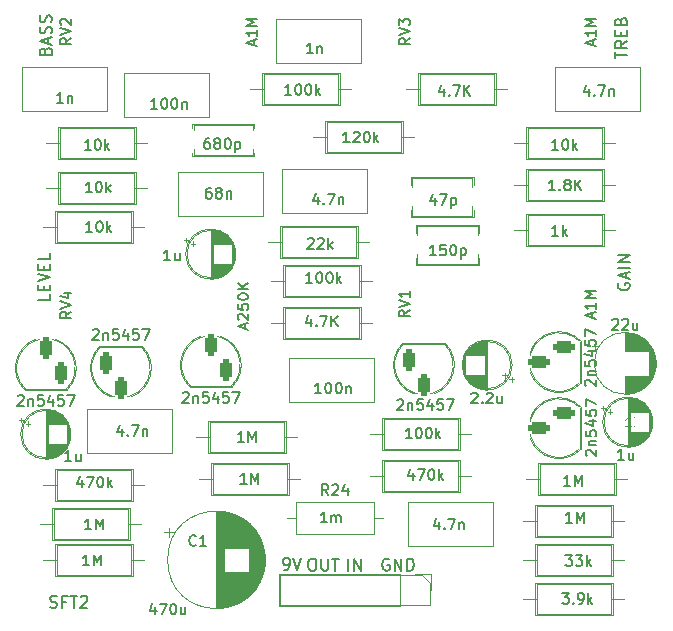
<source format=gto>
G04 #@! TF.GenerationSoftware,KiCad,Pcbnew,7.0.11+dfsg-1build4*
G04 #@! TF.CreationDate,2026-02-05T22:23:50-05:00*
G04 #@! TF.ProjectId,sftii,73667469-692e-46b6-9963-61645f706362,rev?*
G04 #@! TF.SameCoordinates,Original*
G04 #@! TF.FileFunction,Legend,Top*
G04 #@! TF.FilePolarity,Positive*
%FSLAX46Y46*%
G04 Gerber Fmt 4.6, Leading zero omitted, Abs format (unit mm)*
G04 Created by KiCad (PCBNEW 7.0.11+dfsg-1build4) date 2026-02-05 22:23:50*
%MOMM*%
%LPD*%
G01*
G04 APERTURE LIST*
G04 Aperture macros list*
%AMRoundRect*
0 Rectangle with rounded corners*
0 $1 Rounding radius*
0 $2 $3 $4 $5 $6 $7 $8 $9 X,Y pos of 4 corners*
0 Add a 4 corners polygon primitive as box body*
4,1,4,$2,$3,$4,$5,$6,$7,$8,$9,$2,$3,0*
0 Add four circle primitives for the rounded corners*
1,1,$1+$1,$2,$3*
1,1,$1+$1,$4,$5*
1,1,$1+$1,$6,$7*
1,1,$1+$1,$8,$9*
0 Add four rect primitives between the rounded corners*
20,1,$1+$1,$2,$3,$4,$5,0*
20,1,$1+$1,$4,$5,$6,$7,0*
20,1,$1+$1,$6,$7,$8,$9,0*
20,1,$1+$1,$8,$9,$2,$3,0*%
G04 Aperture macros list end*
%ADD10C,0.150000*%
%ADD11C,0.120000*%
%ADD12C,0.100000*%
%ADD13R,1.600000X1.600000*%
%ADD14C,1.600000*%
%ADD15R,1.200000X1.200000*%
%ADD16C,1.200000*%
%ADD17R,1.700000X1.700000*%
%ADD18O,1.700000X1.700000*%
%ADD19R,1.100000X1.800000*%
%ADD20RoundRect,0.275000X-0.275000X-0.625000X0.275000X-0.625000X0.275000X0.625000X-0.275000X0.625000X0*%
%ADD21RoundRect,0.275000X0.275000X0.625000X-0.275000X0.625000X-0.275000X-0.625000X0.275000X-0.625000X0*%
%ADD22R,1.800000X1.100000*%
%ADD23RoundRect,0.275000X0.625000X-0.275000X0.625000X0.275000X-0.625000X0.275000X-0.625000X-0.275000X0*%
%ADD24O,1.600000X1.600000*%
%ADD25C,2.340000*%
G04 APERTURE END LIST*
D10*
X151343638Y-73089971D02*
X151296019Y-73185209D01*
X151296019Y-73185209D02*
X151296019Y-73328066D01*
X151296019Y-73328066D02*
X151343638Y-73470923D01*
X151343638Y-73470923D02*
X151438876Y-73566161D01*
X151438876Y-73566161D02*
X151534114Y-73613780D01*
X151534114Y-73613780D02*
X151724590Y-73661399D01*
X151724590Y-73661399D02*
X151867447Y-73661399D01*
X151867447Y-73661399D02*
X152057923Y-73613780D01*
X152057923Y-73613780D02*
X152153161Y-73566161D01*
X152153161Y-73566161D02*
X152248400Y-73470923D01*
X152248400Y-73470923D02*
X152296019Y-73328066D01*
X152296019Y-73328066D02*
X152296019Y-73232828D01*
X152296019Y-73232828D02*
X152248400Y-73089971D01*
X152248400Y-73089971D02*
X152200780Y-73042352D01*
X152200780Y-73042352D02*
X151867447Y-73042352D01*
X151867447Y-73042352D02*
X151867447Y-73232828D01*
X152010304Y-72661399D02*
X152010304Y-72185209D01*
X152296019Y-72756637D02*
X151296019Y-72423304D01*
X151296019Y-72423304D02*
X152296019Y-72089971D01*
X152296019Y-71756637D02*
X151296019Y-71756637D01*
X152296019Y-71280447D02*
X151296019Y-71280447D01*
X151296019Y-71280447D02*
X152296019Y-70709019D01*
X152296019Y-70709019D02*
X151296019Y-70709019D01*
X103228971Y-100508600D02*
X103371828Y-100556219D01*
X103371828Y-100556219D02*
X103609923Y-100556219D01*
X103609923Y-100556219D02*
X103705161Y-100508600D01*
X103705161Y-100508600D02*
X103752780Y-100460980D01*
X103752780Y-100460980D02*
X103800399Y-100365742D01*
X103800399Y-100365742D02*
X103800399Y-100270504D01*
X103800399Y-100270504D02*
X103752780Y-100175266D01*
X103752780Y-100175266D02*
X103705161Y-100127647D01*
X103705161Y-100127647D02*
X103609923Y-100080028D01*
X103609923Y-100080028D02*
X103419447Y-100032409D01*
X103419447Y-100032409D02*
X103324209Y-99984790D01*
X103324209Y-99984790D02*
X103276590Y-99937171D01*
X103276590Y-99937171D02*
X103228971Y-99841933D01*
X103228971Y-99841933D02*
X103228971Y-99746695D01*
X103228971Y-99746695D02*
X103276590Y-99651457D01*
X103276590Y-99651457D02*
X103324209Y-99603838D01*
X103324209Y-99603838D02*
X103419447Y-99556219D01*
X103419447Y-99556219D02*
X103657542Y-99556219D01*
X103657542Y-99556219D02*
X103800399Y-99603838D01*
X104562304Y-100032409D02*
X104228971Y-100032409D01*
X104228971Y-100556219D02*
X104228971Y-99556219D01*
X104228971Y-99556219D02*
X104705161Y-99556219D01*
X104943257Y-99556219D02*
X105514685Y-99556219D01*
X105228971Y-100556219D02*
X105228971Y-99556219D01*
X105800400Y-99651457D02*
X105848019Y-99603838D01*
X105848019Y-99603838D02*
X105943257Y-99556219D01*
X105943257Y-99556219D02*
X106181352Y-99556219D01*
X106181352Y-99556219D02*
X106276590Y-99603838D01*
X106276590Y-99603838D02*
X106324209Y-99651457D01*
X106324209Y-99651457D02*
X106371828Y-99746695D01*
X106371828Y-99746695D02*
X106371828Y-99841933D01*
X106371828Y-99841933D02*
X106324209Y-99984790D01*
X106324209Y-99984790D02*
X105752781Y-100556219D01*
X105752781Y-100556219D02*
X106371828Y-100556219D01*
X123053552Y-97330419D02*
X123244028Y-97330419D01*
X123244028Y-97330419D02*
X123339266Y-97282800D01*
X123339266Y-97282800D02*
X123386885Y-97235180D01*
X123386885Y-97235180D02*
X123482123Y-97092323D01*
X123482123Y-97092323D02*
X123529742Y-96901847D01*
X123529742Y-96901847D02*
X123529742Y-96520895D01*
X123529742Y-96520895D02*
X123482123Y-96425657D01*
X123482123Y-96425657D02*
X123434504Y-96378038D01*
X123434504Y-96378038D02*
X123339266Y-96330419D01*
X123339266Y-96330419D02*
X123148790Y-96330419D01*
X123148790Y-96330419D02*
X123053552Y-96378038D01*
X123053552Y-96378038D02*
X123005933Y-96425657D01*
X123005933Y-96425657D02*
X122958314Y-96520895D01*
X122958314Y-96520895D02*
X122958314Y-96758990D01*
X122958314Y-96758990D02*
X123005933Y-96854228D01*
X123005933Y-96854228D02*
X123053552Y-96901847D01*
X123053552Y-96901847D02*
X123148790Y-96949466D01*
X123148790Y-96949466D02*
X123339266Y-96949466D01*
X123339266Y-96949466D02*
X123434504Y-96901847D01*
X123434504Y-96901847D02*
X123482123Y-96854228D01*
X123482123Y-96854228D02*
X123529742Y-96758990D01*
X123815457Y-96330419D02*
X124148790Y-97330419D01*
X124148790Y-97330419D02*
X124482123Y-96330419D01*
X102826409Y-53404923D02*
X102874028Y-53262066D01*
X102874028Y-53262066D02*
X102921647Y-53214447D01*
X102921647Y-53214447D02*
X103016885Y-53166828D01*
X103016885Y-53166828D02*
X103159742Y-53166828D01*
X103159742Y-53166828D02*
X103254980Y-53214447D01*
X103254980Y-53214447D02*
X103302600Y-53262066D01*
X103302600Y-53262066D02*
X103350219Y-53357304D01*
X103350219Y-53357304D02*
X103350219Y-53738256D01*
X103350219Y-53738256D02*
X102350219Y-53738256D01*
X102350219Y-53738256D02*
X102350219Y-53404923D01*
X102350219Y-53404923D02*
X102397838Y-53309685D01*
X102397838Y-53309685D02*
X102445457Y-53262066D01*
X102445457Y-53262066D02*
X102540695Y-53214447D01*
X102540695Y-53214447D02*
X102635933Y-53214447D01*
X102635933Y-53214447D02*
X102731171Y-53262066D01*
X102731171Y-53262066D02*
X102778790Y-53309685D01*
X102778790Y-53309685D02*
X102826409Y-53404923D01*
X102826409Y-53404923D02*
X102826409Y-53738256D01*
X103064504Y-52785875D02*
X103064504Y-52309685D01*
X103350219Y-52881113D02*
X102350219Y-52547780D01*
X102350219Y-52547780D02*
X103350219Y-52214447D01*
X103302600Y-51928732D02*
X103350219Y-51785875D01*
X103350219Y-51785875D02*
X103350219Y-51547780D01*
X103350219Y-51547780D02*
X103302600Y-51452542D01*
X103302600Y-51452542D02*
X103254980Y-51404923D01*
X103254980Y-51404923D02*
X103159742Y-51357304D01*
X103159742Y-51357304D02*
X103064504Y-51357304D01*
X103064504Y-51357304D02*
X102969266Y-51404923D01*
X102969266Y-51404923D02*
X102921647Y-51452542D01*
X102921647Y-51452542D02*
X102874028Y-51547780D01*
X102874028Y-51547780D02*
X102826409Y-51738256D01*
X102826409Y-51738256D02*
X102778790Y-51833494D01*
X102778790Y-51833494D02*
X102731171Y-51881113D01*
X102731171Y-51881113D02*
X102635933Y-51928732D01*
X102635933Y-51928732D02*
X102540695Y-51928732D01*
X102540695Y-51928732D02*
X102445457Y-51881113D01*
X102445457Y-51881113D02*
X102397838Y-51833494D01*
X102397838Y-51833494D02*
X102350219Y-51738256D01*
X102350219Y-51738256D02*
X102350219Y-51500161D01*
X102350219Y-51500161D02*
X102397838Y-51357304D01*
X103302600Y-50976351D02*
X103350219Y-50833494D01*
X103350219Y-50833494D02*
X103350219Y-50595399D01*
X103350219Y-50595399D02*
X103302600Y-50500161D01*
X103302600Y-50500161D02*
X103254980Y-50452542D01*
X103254980Y-50452542D02*
X103159742Y-50404923D01*
X103159742Y-50404923D02*
X103064504Y-50404923D01*
X103064504Y-50404923D02*
X102969266Y-50452542D01*
X102969266Y-50452542D02*
X102921647Y-50500161D01*
X102921647Y-50500161D02*
X102874028Y-50595399D01*
X102874028Y-50595399D02*
X102826409Y-50785875D01*
X102826409Y-50785875D02*
X102778790Y-50881113D01*
X102778790Y-50881113D02*
X102731171Y-50928732D01*
X102731171Y-50928732D02*
X102635933Y-50976351D01*
X102635933Y-50976351D02*
X102540695Y-50976351D01*
X102540695Y-50976351D02*
X102445457Y-50928732D01*
X102445457Y-50928732D02*
X102397838Y-50881113D01*
X102397838Y-50881113D02*
X102350219Y-50785875D01*
X102350219Y-50785875D02*
X102350219Y-50547780D01*
X102350219Y-50547780D02*
X102397838Y-50404923D01*
X125339600Y-96406619D02*
X125530076Y-96406619D01*
X125530076Y-96406619D02*
X125625314Y-96454238D01*
X125625314Y-96454238D02*
X125720552Y-96549476D01*
X125720552Y-96549476D02*
X125768171Y-96739952D01*
X125768171Y-96739952D02*
X125768171Y-97073285D01*
X125768171Y-97073285D02*
X125720552Y-97263761D01*
X125720552Y-97263761D02*
X125625314Y-97359000D01*
X125625314Y-97359000D02*
X125530076Y-97406619D01*
X125530076Y-97406619D02*
X125339600Y-97406619D01*
X125339600Y-97406619D02*
X125244362Y-97359000D01*
X125244362Y-97359000D02*
X125149124Y-97263761D01*
X125149124Y-97263761D02*
X125101505Y-97073285D01*
X125101505Y-97073285D02*
X125101505Y-96739952D01*
X125101505Y-96739952D02*
X125149124Y-96549476D01*
X125149124Y-96549476D02*
X125244362Y-96454238D01*
X125244362Y-96454238D02*
X125339600Y-96406619D01*
X126196743Y-96406619D02*
X126196743Y-97216142D01*
X126196743Y-97216142D02*
X126244362Y-97311380D01*
X126244362Y-97311380D02*
X126291981Y-97359000D01*
X126291981Y-97359000D02*
X126387219Y-97406619D01*
X126387219Y-97406619D02*
X126577695Y-97406619D01*
X126577695Y-97406619D02*
X126672933Y-97359000D01*
X126672933Y-97359000D02*
X126720552Y-97311380D01*
X126720552Y-97311380D02*
X126768171Y-97216142D01*
X126768171Y-97216142D02*
X126768171Y-96406619D01*
X127101505Y-96406619D02*
X127672933Y-96406619D01*
X127387219Y-97406619D02*
X127387219Y-96406619D01*
X131927695Y-96454238D02*
X131832457Y-96406619D01*
X131832457Y-96406619D02*
X131689600Y-96406619D01*
X131689600Y-96406619D02*
X131546743Y-96454238D01*
X131546743Y-96454238D02*
X131451505Y-96549476D01*
X131451505Y-96549476D02*
X131403886Y-96644714D01*
X131403886Y-96644714D02*
X131356267Y-96835190D01*
X131356267Y-96835190D02*
X131356267Y-96978047D01*
X131356267Y-96978047D02*
X131403886Y-97168523D01*
X131403886Y-97168523D02*
X131451505Y-97263761D01*
X131451505Y-97263761D02*
X131546743Y-97359000D01*
X131546743Y-97359000D02*
X131689600Y-97406619D01*
X131689600Y-97406619D02*
X131784838Y-97406619D01*
X131784838Y-97406619D02*
X131927695Y-97359000D01*
X131927695Y-97359000D02*
X131975314Y-97311380D01*
X131975314Y-97311380D02*
X131975314Y-96978047D01*
X131975314Y-96978047D02*
X131784838Y-96978047D01*
X132403886Y-97406619D02*
X132403886Y-96406619D01*
X132403886Y-96406619D02*
X132975314Y-97406619D01*
X132975314Y-97406619D02*
X132975314Y-96406619D01*
X133451505Y-97406619D02*
X133451505Y-96406619D01*
X133451505Y-96406619D02*
X133689600Y-96406619D01*
X133689600Y-96406619D02*
X133832457Y-96454238D01*
X133832457Y-96454238D02*
X133927695Y-96549476D01*
X133927695Y-96549476D02*
X133975314Y-96644714D01*
X133975314Y-96644714D02*
X134022933Y-96835190D01*
X134022933Y-96835190D02*
X134022933Y-96978047D01*
X134022933Y-96978047D02*
X133975314Y-97168523D01*
X133975314Y-97168523D02*
X133927695Y-97263761D01*
X133927695Y-97263761D02*
X133832457Y-97359000D01*
X133832457Y-97359000D02*
X133689600Y-97406619D01*
X133689600Y-97406619D02*
X133451505Y-97406619D01*
X103223219Y-74021771D02*
X103223219Y-74497961D01*
X103223219Y-74497961D02*
X102223219Y-74497961D01*
X102699409Y-73688437D02*
X102699409Y-73355104D01*
X103223219Y-73212247D02*
X103223219Y-73688437D01*
X103223219Y-73688437D02*
X102223219Y-73688437D01*
X102223219Y-73688437D02*
X102223219Y-73212247D01*
X102223219Y-72926532D02*
X103223219Y-72593199D01*
X103223219Y-72593199D02*
X102223219Y-72259866D01*
X102699409Y-71926532D02*
X102699409Y-71593199D01*
X103223219Y-71450342D02*
X103223219Y-71926532D01*
X103223219Y-71926532D02*
X102223219Y-71926532D01*
X102223219Y-71926532D02*
X102223219Y-71450342D01*
X103223219Y-70545580D02*
X103223219Y-71021770D01*
X103223219Y-71021770D02*
X102223219Y-71021770D01*
X128476191Y-97404819D02*
X128476191Y-96404819D01*
X128952381Y-97404819D02*
X128952381Y-96404819D01*
X128952381Y-96404819D02*
X129523809Y-97404819D01*
X129523809Y-97404819D02*
X129523809Y-96404819D01*
X151054819Y-54038094D02*
X151054819Y-53466666D01*
X152054819Y-53752380D02*
X151054819Y-53752380D01*
X152054819Y-52561904D02*
X151578628Y-52895237D01*
X152054819Y-53133332D02*
X151054819Y-53133332D01*
X151054819Y-53133332D02*
X151054819Y-52752380D01*
X151054819Y-52752380D02*
X151102438Y-52657142D01*
X151102438Y-52657142D02*
X151150057Y-52609523D01*
X151150057Y-52609523D02*
X151245295Y-52561904D01*
X151245295Y-52561904D02*
X151388152Y-52561904D01*
X151388152Y-52561904D02*
X151483390Y-52609523D01*
X151483390Y-52609523D02*
X151531009Y-52657142D01*
X151531009Y-52657142D02*
X151578628Y-52752380D01*
X151578628Y-52752380D02*
X151578628Y-53133332D01*
X151531009Y-52133332D02*
X151531009Y-51799999D01*
X152054819Y-51657142D02*
X152054819Y-52133332D01*
X152054819Y-52133332D02*
X151054819Y-52133332D01*
X151054819Y-52133332D02*
X151054819Y-51657142D01*
X151531009Y-50895237D02*
X151578628Y-50752380D01*
X151578628Y-50752380D02*
X151626247Y-50704761D01*
X151626247Y-50704761D02*
X151721485Y-50657142D01*
X151721485Y-50657142D02*
X151864342Y-50657142D01*
X151864342Y-50657142D02*
X151959580Y-50704761D01*
X151959580Y-50704761D02*
X152007200Y-50752380D01*
X152007200Y-50752380D02*
X152054819Y-50847618D01*
X152054819Y-50847618D02*
X152054819Y-51228570D01*
X152054819Y-51228570D02*
X151054819Y-51228570D01*
X151054819Y-51228570D02*
X151054819Y-50895237D01*
X151054819Y-50895237D02*
X151102438Y-50799999D01*
X151102438Y-50799999D02*
X151150057Y-50752380D01*
X151150057Y-50752380D02*
X151245295Y-50704761D01*
X151245295Y-50704761D02*
X151340533Y-50704761D01*
X151340533Y-50704761D02*
X151435771Y-50752380D01*
X151435771Y-50752380D02*
X151483390Y-50799999D01*
X151483390Y-50799999D02*
X151531009Y-50895237D01*
X151531009Y-50895237D02*
X151531009Y-51228570D01*
X115550000Y-95222842D02*
X115507143Y-95265700D01*
X115507143Y-95265700D02*
X115378571Y-95308557D01*
X115378571Y-95308557D02*
X115292857Y-95308557D01*
X115292857Y-95308557D02*
X115164286Y-95265700D01*
X115164286Y-95265700D02*
X115078571Y-95179985D01*
X115078571Y-95179985D02*
X115035714Y-95094271D01*
X115035714Y-95094271D02*
X114992857Y-94922842D01*
X114992857Y-94922842D02*
X114992857Y-94794271D01*
X114992857Y-94794271D02*
X115035714Y-94622842D01*
X115035714Y-94622842D02*
X115078571Y-94537128D01*
X115078571Y-94537128D02*
X115164286Y-94451414D01*
X115164286Y-94451414D02*
X115292857Y-94408557D01*
X115292857Y-94408557D02*
X115378571Y-94408557D01*
X115378571Y-94408557D02*
X115507143Y-94451414D01*
X115507143Y-94451414D02*
X115550000Y-94494271D01*
X116407143Y-95308557D02*
X115892857Y-95308557D01*
X116150000Y-95308557D02*
X116150000Y-94408557D01*
X116150000Y-94408557D02*
X116064286Y-94537128D01*
X116064286Y-94537128D02*
X115978571Y-94622842D01*
X115978571Y-94622842D02*
X115892857Y-94665700D01*
X112107143Y-100508557D02*
X112107143Y-101108557D01*
X111892857Y-100165700D02*
X111678571Y-100808557D01*
X111678571Y-100808557D02*
X112235714Y-100808557D01*
X112492857Y-100208557D02*
X113092857Y-100208557D01*
X113092857Y-100208557D02*
X112707143Y-101108557D01*
X113607143Y-100208557D02*
X113692857Y-100208557D01*
X113692857Y-100208557D02*
X113778571Y-100251414D01*
X113778571Y-100251414D02*
X113821429Y-100294271D01*
X113821429Y-100294271D02*
X113864286Y-100379985D01*
X113864286Y-100379985D02*
X113907143Y-100551414D01*
X113907143Y-100551414D02*
X113907143Y-100765700D01*
X113907143Y-100765700D02*
X113864286Y-100937128D01*
X113864286Y-100937128D02*
X113821429Y-101022842D01*
X113821429Y-101022842D02*
X113778571Y-101065700D01*
X113778571Y-101065700D02*
X113692857Y-101108557D01*
X113692857Y-101108557D02*
X113607143Y-101108557D01*
X113607143Y-101108557D02*
X113521429Y-101065700D01*
X113521429Y-101065700D02*
X113478571Y-101022842D01*
X113478571Y-101022842D02*
X113435714Y-100937128D01*
X113435714Y-100937128D02*
X113392857Y-100765700D01*
X113392857Y-100765700D02*
X113392857Y-100551414D01*
X113392857Y-100551414D02*
X113435714Y-100379985D01*
X113435714Y-100379985D02*
X113478571Y-100294271D01*
X113478571Y-100294271D02*
X113521429Y-100251414D01*
X113521429Y-100251414D02*
X113607143Y-100208557D01*
X114678572Y-100508557D02*
X114678572Y-101108557D01*
X114292857Y-100508557D02*
X114292857Y-100979985D01*
X114292857Y-100979985D02*
X114335714Y-101065700D01*
X114335714Y-101065700D02*
X114421429Y-101108557D01*
X114421429Y-101108557D02*
X114550000Y-101108557D01*
X114550000Y-101108557D02*
X114635714Y-101065700D01*
X114635714Y-101065700D02*
X114678572Y-101022842D01*
X126192857Y-82408557D02*
X125678571Y-82408557D01*
X125935714Y-82408557D02*
X125935714Y-81508557D01*
X125935714Y-81508557D02*
X125850000Y-81637128D01*
X125850000Y-81637128D02*
X125764285Y-81722842D01*
X125764285Y-81722842D02*
X125678571Y-81765700D01*
X126750000Y-81508557D02*
X126835714Y-81508557D01*
X126835714Y-81508557D02*
X126921428Y-81551414D01*
X126921428Y-81551414D02*
X126964286Y-81594271D01*
X126964286Y-81594271D02*
X127007143Y-81679985D01*
X127007143Y-81679985D02*
X127050000Y-81851414D01*
X127050000Y-81851414D02*
X127050000Y-82065700D01*
X127050000Y-82065700D02*
X127007143Y-82237128D01*
X127007143Y-82237128D02*
X126964286Y-82322842D01*
X126964286Y-82322842D02*
X126921428Y-82365700D01*
X126921428Y-82365700D02*
X126835714Y-82408557D01*
X126835714Y-82408557D02*
X126750000Y-82408557D01*
X126750000Y-82408557D02*
X126664286Y-82365700D01*
X126664286Y-82365700D02*
X126621428Y-82322842D01*
X126621428Y-82322842D02*
X126578571Y-82237128D01*
X126578571Y-82237128D02*
X126535714Y-82065700D01*
X126535714Y-82065700D02*
X126535714Y-81851414D01*
X126535714Y-81851414D02*
X126578571Y-81679985D01*
X126578571Y-81679985D02*
X126621428Y-81594271D01*
X126621428Y-81594271D02*
X126664286Y-81551414D01*
X126664286Y-81551414D02*
X126750000Y-81508557D01*
X127607143Y-81508557D02*
X127692857Y-81508557D01*
X127692857Y-81508557D02*
X127778571Y-81551414D01*
X127778571Y-81551414D02*
X127821429Y-81594271D01*
X127821429Y-81594271D02*
X127864286Y-81679985D01*
X127864286Y-81679985D02*
X127907143Y-81851414D01*
X127907143Y-81851414D02*
X127907143Y-82065700D01*
X127907143Y-82065700D02*
X127864286Y-82237128D01*
X127864286Y-82237128D02*
X127821429Y-82322842D01*
X127821429Y-82322842D02*
X127778571Y-82365700D01*
X127778571Y-82365700D02*
X127692857Y-82408557D01*
X127692857Y-82408557D02*
X127607143Y-82408557D01*
X127607143Y-82408557D02*
X127521429Y-82365700D01*
X127521429Y-82365700D02*
X127478571Y-82322842D01*
X127478571Y-82322842D02*
X127435714Y-82237128D01*
X127435714Y-82237128D02*
X127392857Y-82065700D01*
X127392857Y-82065700D02*
X127392857Y-81851414D01*
X127392857Y-81851414D02*
X127435714Y-81679985D01*
X127435714Y-81679985D02*
X127478571Y-81594271D01*
X127478571Y-81594271D02*
X127521429Y-81551414D01*
X127521429Y-81551414D02*
X127607143Y-81508557D01*
X128292857Y-81808557D02*
X128292857Y-82408557D01*
X128292857Y-81894271D02*
X128335714Y-81851414D01*
X128335714Y-81851414D02*
X128421429Y-81808557D01*
X128421429Y-81808557D02*
X128550000Y-81808557D01*
X128550000Y-81808557D02*
X128635714Y-81851414D01*
X128635714Y-81851414D02*
X128678572Y-81937128D01*
X128678572Y-81937128D02*
X128678572Y-82408557D01*
X105031400Y-88140157D02*
X104517114Y-88140157D01*
X104774257Y-88140157D02*
X104774257Y-87240157D01*
X104774257Y-87240157D02*
X104688543Y-87368728D01*
X104688543Y-87368728D02*
X104602828Y-87454442D01*
X104602828Y-87454442D02*
X104517114Y-87497300D01*
X105802829Y-87540157D02*
X105802829Y-88140157D01*
X105417114Y-87540157D02*
X105417114Y-88011585D01*
X105417114Y-88011585D02*
X105459971Y-88097300D01*
X105459971Y-88097300D02*
X105545686Y-88140157D01*
X105545686Y-88140157D02*
X105674257Y-88140157D01*
X105674257Y-88140157D02*
X105759971Y-88097300D01*
X105759971Y-88097300D02*
X105802829Y-88054442D01*
X109321429Y-85408557D02*
X109321429Y-86008557D01*
X109107143Y-85065700D02*
X108892857Y-85708557D01*
X108892857Y-85708557D02*
X109450000Y-85708557D01*
X109792857Y-85922842D02*
X109835714Y-85965700D01*
X109835714Y-85965700D02*
X109792857Y-86008557D01*
X109792857Y-86008557D02*
X109750000Y-85965700D01*
X109750000Y-85965700D02*
X109792857Y-85922842D01*
X109792857Y-85922842D02*
X109792857Y-86008557D01*
X110135714Y-85108557D02*
X110735714Y-85108557D01*
X110735714Y-85108557D02*
X110350000Y-86008557D01*
X111078571Y-85408557D02*
X111078571Y-86008557D01*
X111078571Y-85494271D02*
X111121428Y-85451414D01*
X111121428Y-85451414D02*
X111207143Y-85408557D01*
X111207143Y-85408557D02*
X111335714Y-85408557D01*
X111335714Y-85408557D02*
X111421428Y-85451414D01*
X111421428Y-85451414D02*
X111464286Y-85537128D01*
X111464286Y-85537128D02*
X111464286Y-86008557D01*
X116835714Y-65008557D02*
X116664285Y-65008557D01*
X116664285Y-65008557D02*
X116578571Y-65051414D01*
X116578571Y-65051414D02*
X116535714Y-65094271D01*
X116535714Y-65094271D02*
X116449999Y-65222842D01*
X116449999Y-65222842D02*
X116407142Y-65394271D01*
X116407142Y-65394271D02*
X116407142Y-65737128D01*
X116407142Y-65737128D02*
X116449999Y-65822842D01*
X116449999Y-65822842D02*
X116492856Y-65865700D01*
X116492856Y-65865700D02*
X116578571Y-65908557D01*
X116578571Y-65908557D02*
X116749999Y-65908557D01*
X116749999Y-65908557D02*
X116835714Y-65865700D01*
X116835714Y-65865700D02*
X116878571Y-65822842D01*
X116878571Y-65822842D02*
X116921428Y-65737128D01*
X116921428Y-65737128D02*
X116921428Y-65522842D01*
X116921428Y-65522842D02*
X116878571Y-65437128D01*
X116878571Y-65437128D02*
X116835714Y-65394271D01*
X116835714Y-65394271D02*
X116749999Y-65351414D01*
X116749999Y-65351414D02*
X116578571Y-65351414D01*
X116578571Y-65351414D02*
X116492856Y-65394271D01*
X116492856Y-65394271D02*
X116449999Y-65437128D01*
X116449999Y-65437128D02*
X116407142Y-65522842D01*
X117435714Y-65394271D02*
X117349999Y-65351414D01*
X117349999Y-65351414D02*
X117307142Y-65308557D01*
X117307142Y-65308557D02*
X117264285Y-65222842D01*
X117264285Y-65222842D02*
X117264285Y-65179985D01*
X117264285Y-65179985D02*
X117307142Y-65094271D01*
X117307142Y-65094271D02*
X117349999Y-65051414D01*
X117349999Y-65051414D02*
X117435714Y-65008557D01*
X117435714Y-65008557D02*
X117607142Y-65008557D01*
X117607142Y-65008557D02*
X117692857Y-65051414D01*
X117692857Y-65051414D02*
X117735714Y-65094271D01*
X117735714Y-65094271D02*
X117778571Y-65179985D01*
X117778571Y-65179985D02*
X117778571Y-65222842D01*
X117778571Y-65222842D02*
X117735714Y-65308557D01*
X117735714Y-65308557D02*
X117692857Y-65351414D01*
X117692857Y-65351414D02*
X117607142Y-65394271D01*
X117607142Y-65394271D02*
X117435714Y-65394271D01*
X117435714Y-65394271D02*
X117349999Y-65437128D01*
X117349999Y-65437128D02*
X117307142Y-65479985D01*
X117307142Y-65479985D02*
X117264285Y-65565700D01*
X117264285Y-65565700D02*
X117264285Y-65737128D01*
X117264285Y-65737128D02*
X117307142Y-65822842D01*
X117307142Y-65822842D02*
X117349999Y-65865700D01*
X117349999Y-65865700D02*
X117435714Y-65908557D01*
X117435714Y-65908557D02*
X117607142Y-65908557D01*
X117607142Y-65908557D02*
X117692857Y-65865700D01*
X117692857Y-65865700D02*
X117735714Y-65822842D01*
X117735714Y-65822842D02*
X117778571Y-65737128D01*
X117778571Y-65737128D02*
X117778571Y-65565700D01*
X117778571Y-65565700D02*
X117735714Y-65479985D01*
X117735714Y-65479985D02*
X117692857Y-65437128D01*
X117692857Y-65437128D02*
X117607142Y-65394271D01*
X118164285Y-65308557D02*
X118164285Y-65908557D01*
X118164285Y-65394271D02*
X118207142Y-65351414D01*
X118207142Y-65351414D02*
X118292857Y-65308557D01*
X118292857Y-65308557D02*
X118421428Y-65308557D01*
X118421428Y-65308557D02*
X118507142Y-65351414D01*
X118507142Y-65351414D02*
X118550000Y-65437128D01*
X118550000Y-65437128D02*
X118550000Y-65908557D01*
X135892857Y-70708557D02*
X135378571Y-70708557D01*
X135635714Y-70708557D02*
X135635714Y-69808557D01*
X135635714Y-69808557D02*
X135550000Y-69937128D01*
X135550000Y-69937128D02*
X135464285Y-70022842D01*
X135464285Y-70022842D02*
X135378571Y-70065700D01*
X136707143Y-69808557D02*
X136278571Y-69808557D01*
X136278571Y-69808557D02*
X136235714Y-70237128D01*
X136235714Y-70237128D02*
X136278571Y-70194271D01*
X136278571Y-70194271D02*
X136364286Y-70151414D01*
X136364286Y-70151414D02*
X136578571Y-70151414D01*
X136578571Y-70151414D02*
X136664286Y-70194271D01*
X136664286Y-70194271D02*
X136707143Y-70237128D01*
X136707143Y-70237128D02*
X136750000Y-70322842D01*
X136750000Y-70322842D02*
X136750000Y-70537128D01*
X136750000Y-70537128D02*
X136707143Y-70622842D01*
X136707143Y-70622842D02*
X136664286Y-70665700D01*
X136664286Y-70665700D02*
X136578571Y-70708557D01*
X136578571Y-70708557D02*
X136364286Y-70708557D01*
X136364286Y-70708557D02*
X136278571Y-70665700D01*
X136278571Y-70665700D02*
X136235714Y-70622842D01*
X137307143Y-69808557D02*
X137392857Y-69808557D01*
X137392857Y-69808557D02*
X137478571Y-69851414D01*
X137478571Y-69851414D02*
X137521429Y-69894271D01*
X137521429Y-69894271D02*
X137564286Y-69979985D01*
X137564286Y-69979985D02*
X137607143Y-70151414D01*
X137607143Y-70151414D02*
X137607143Y-70365700D01*
X137607143Y-70365700D02*
X137564286Y-70537128D01*
X137564286Y-70537128D02*
X137521429Y-70622842D01*
X137521429Y-70622842D02*
X137478571Y-70665700D01*
X137478571Y-70665700D02*
X137392857Y-70708557D01*
X137392857Y-70708557D02*
X137307143Y-70708557D01*
X137307143Y-70708557D02*
X137221429Y-70665700D01*
X137221429Y-70665700D02*
X137178571Y-70622842D01*
X137178571Y-70622842D02*
X137135714Y-70537128D01*
X137135714Y-70537128D02*
X137092857Y-70365700D01*
X137092857Y-70365700D02*
X137092857Y-70151414D01*
X137092857Y-70151414D02*
X137135714Y-69979985D01*
X137135714Y-69979985D02*
X137178571Y-69894271D01*
X137178571Y-69894271D02*
X137221429Y-69851414D01*
X137221429Y-69851414D02*
X137307143Y-69808557D01*
X137992857Y-70108557D02*
X137992857Y-71008557D01*
X137992857Y-70151414D02*
X138078572Y-70108557D01*
X138078572Y-70108557D02*
X138250000Y-70108557D01*
X138250000Y-70108557D02*
X138335714Y-70151414D01*
X138335714Y-70151414D02*
X138378572Y-70194271D01*
X138378572Y-70194271D02*
X138421429Y-70279985D01*
X138421429Y-70279985D02*
X138421429Y-70537128D01*
X138421429Y-70537128D02*
X138378572Y-70622842D01*
X138378572Y-70622842D02*
X138335714Y-70665700D01*
X138335714Y-70665700D02*
X138250000Y-70708557D01*
X138250000Y-70708557D02*
X138078572Y-70708557D01*
X138078572Y-70708557D02*
X137992857Y-70665700D01*
X113413400Y-71147557D02*
X112899114Y-71147557D01*
X113156257Y-71147557D02*
X113156257Y-70247557D01*
X113156257Y-70247557D02*
X113070543Y-70376128D01*
X113070543Y-70376128D02*
X112984828Y-70461842D01*
X112984828Y-70461842D02*
X112899114Y-70504700D01*
X114184829Y-70547557D02*
X114184829Y-71147557D01*
X113799114Y-70547557D02*
X113799114Y-71018985D01*
X113799114Y-71018985D02*
X113841971Y-71104700D01*
X113841971Y-71104700D02*
X113927686Y-71147557D01*
X113927686Y-71147557D02*
X114056257Y-71147557D01*
X114056257Y-71147557D02*
X114141971Y-71104700D01*
X114141971Y-71104700D02*
X114184829Y-71061842D01*
X112292857Y-58308557D02*
X111778571Y-58308557D01*
X112035714Y-58308557D02*
X112035714Y-57408557D01*
X112035714Y-57408557D02*
X111950000Y-57537128D01*
X111950000Y-57537128D02*
X111864285Y-57622842D01*
X111864285Y-57622842D02*
X111778571Y-57665700D01*
X112850000Y-57408557D02*
X112935714Y-57408557D01*
X112935714Y-57408557D02*
X113021428Y-57451414D01*
X113021428Y-57451414D02*
X113064286Y-57494271D01*
X113064286Y-57494271D02*
X113107143Y-57579985D01*
X113107143Y-57579985D02*
X113150000Y-57751414D01*
X113150000Y-57751414D02*
X113150000Y-57965700D01*
X113150000Y-57965700D02*
X113107143Y-58137128D01*
X113107143Y-58137128D02*
X113064286Y-58222842D01*
X113064286Y-58222842D02*
X113021428Y-58265700D01*
X113021428Y-58265700D02*
X112935714Y-58308557D01*
X112935714Y-58308557D02*
X112850000Y-58308557D01*
X112850000Y-58308557D02*
X112764286Y-58265700D01*
X112764286Y-58265700D02*
X112721428Y-58222842D01*
X112721428Y-58222842D02*
X112678571Y-58137128D01*
X112678571Y-58137128D02*
X112635714Y-57965700D01*
X112635714Y-57965700D02*
X112635714Y-57751414D01*
X112635714Y-57751414D02*
X112678571Y-57579985D01*
X112678571Y-57579985D02*
X112721428Y-57494271D01*
X112721428Y-57494271D02*
X112764286Y-57451414D01*
X112764286Y-57451414D02*
X112850000Y-57408557D01*
X113707143Y-57408557D02*
X113792857Y-57408557D01*
X113792857Y-57408557D02*
X113878571Y-57451414D01*
X113878571Y-57451414D02*
X113921429Y-57494271D01*
X113921429Y-57494271D02*
X113964286Y-57579985D01*
X113964286Y-57579985D02*
X114007143Y-57751414D01*
X114007143Y-57751414D02*
X114007143Y-57965700D01*
X114007143Y-57965700D02*
X113964286Y-58137128D01*
X113964286Y-58137128D02*
X113921429Y-58222842D01*
X113921429Y-58222842D02*
X113878571Y-58265700D01*
X113878571Y-58265700D02*
X113792857Y-58308557D01*
X113792857Y-58308557D02*
X113707143Y-58308557D01*
X113707143Y-58308557D02*
X113621429Y-58265700D01*
X113621429Y-58265700D02*
X113578571Y-58222842D01*
X113578571Y-58222842D02*
X113535714Y-58137128D01*
X113535714Y-58137128D02*
X113492857Y-57965700D01*
X113492857Y-57965700D02*
X113492857Y-57751414D01*
X113492857Y-57751414D02*
X113535714Y-57579985D01*
X113535714Y-57579985D02*
X113578571Y-57494271D01*
X113578571Y-57494271D02*
X113621429Y-57451414D01*
X113621429Y-57451414D02*
X113707143Y-57408557D01*
X114392857Y-57708557D02*
X114392857Y-58308557D01*
X114392857Y-57794271D02*
X114435714Y-57751414D01*
X114435714Y-57751414D02*
X114521429Y-57708557D01*
X114521429Y-57708557D02*
X114650000Y-57708557D01*
X114650000Y-57708557D02*
X114735714Y-57751414D01*
X114735714Y-57751414D02*
X114778572Y-57837128D01*
X114778572Y-57837128D02*
X114778572Y-58308557D01*
X104350000Y-57808557D02*
X103835714Y-57808557D01*
X104092857Y-57808557D02*
X104092857Y-56908557D01*
X104092857Y-56908557D02*
X104007143Y-57037128D01*
X104007143Y-57037128D02*
X103921428Y-57122842D01*
X103921428Y-57122842D02*
X103835714Y-57165700D01*
X104735714Y-57208557D02*
X104735714Y-57808557D01*
X104735714Y-57294271D02*
X104778571Y-57251414D01*
X104778571Y-57251414D02*
X104864286Y-57208557D01*
X104864286Y-57208557D02*
X104992857Y-57208557D01*
X104992857Y-57208557D02*
X105078571Y-57251414D01*
X105078571Y-57251414D02*
X105121429Y-57337128D01*
X105121429Y-57337128D02*
X105121429Y-57808557D01*
X125450000Y-53608557D02*
X124935714Y-53608557D01*
X125192857Y-53608557D02*
X125192857Y-52708557D01*
X125192857Y-52708557D02*
X125107143Y-52837128D01*
X125107143Y-52837128D02*
X125021428Y-52922842D01*
X125021428Y-52922842D02*
X124935714Y-52965700D01*
X125835714Y-53008557D02*
X125835714Y-53608557D01*
X125835714Y-53094271D02*
X125878571Y-53051414D01*
X125878571Y-53051414D02*
X125964286Y-53008557D01*
X125964286Y-53008557D02*
X126092857Y-53008557D01*
X126092857Y-53008557D02*
X126178571Y-53051414D01*
X126178571Y-53051414D02*
X126221429Y-53137128D01*
X126221429Y-53137128D02*
X126221429Y-53608557D01*
X148821429Y-56608557D02*
X148821429Y-57208557D01*
X148607143Y-56265700D02*
X148392857Y-56908557D01*
X148392857Y-56908557D02*
X148950000Y-56908557D01*
X149292857Y-57122842D02*
X149335714Y-57165700D01*
X149335714Y-57165700D02*
X149292857Y-57208557D01*
X149292857Y-57208557D02*
X149250000Y-57165700D01*
X149250000Y-57165700D02*
X149292857Y-57122842D01*
X149292857Y-57122842D02*
X149292857Y-57208557D01*
X149635714Y-56308557D02*
X150235714Y-56308557D01*
X150235714Y-56308557D02*
X149850000Y-57208557D01*
X150578571Y-56608557D02*
X150578571Y-57208557D01*
X150578571Y-56694271D02*
X150621428Y-56651414D01*
X150621428Y-56651414D02*
X150707143Y-56608557D01*
X150707143Y-56608557D02*
X150835714Y-56608557D01*
X150835714Y-56608557D02*
X150921428Y-56651414D01*
X150921428Y-56651414D02*
X150964286Y-56737128D01*
X150964286Y-56737128D02*
X150964286Y-57208557D01*
X151843600Y-88013157D02*
X151329314Y-88013157D01*
X151586457Y-88013157D02*
X151586457Y-87113157D01*
X151586457Y-87113157D02*
X151500743Y-87241728D01*
X151500743Y-87241728D02*
X151415028Y-87327442D01*
X151415028Y-87327442D02*
X151329314Y-87370300D01*
X152615029Y-87413157D02*
X152615029Y-88013157D01*
X152229314Y-87413157D02*
X152229314Y-87884585D01*
X152229314Y-87884585D02*
X152272171Y-87970300D01*
X152272171Y-87970300D02*
X152357886Y-88013157D01*
X152357886Y-88013157D02*
X152486457Y-88013157D01*
X152486457Y-88013157D02*
X152572171Y-87970300D01*
X152572171Y-87970300D02*
X152615029Y-87927442D01*
D11*
X151615714Y-85123664D02*
X151577618Y-85161760D01*
X151577618Y-85161760D02*
X151463333Y-85199855D01*
X151463333Y-85199855D02*
X151387142Y-85199855D01*
X151387142Y-85199855D02*
X151272856Y-85161760D01*
X151272856Y-85161760D02*
X151196666Y-85085569D01*
X151196666Y-85085569D02*
X151158571Y-85009379D01*
X151158571Y-85009379D02*
X151120475Y-84856998D01*
X151120475Y-84856998D02*
X151120475Y-84742712D01*
X151120475Y-84742712D02*
X151158571Y-84590331D01*
X151158571Y-84590331D02*
X151196666Y-84514140D01*
X151196666Y-84514140D02*
X151272856Y-84437950D01*
X151272856Y-84437950D02*
X151387142Y-84399855D01*
X151387142Y-84399855D02*
X151463333Y-84399855D01*
X151463333Y-84399855D02*
X151577618Y-84437950D01*
X151577618Y-84437950D02*
X151615714Y-84476045D01*
X152377618Y-85199855D02*
X151920475Y-85199855D01*
X152149047Y-85199855D02*
X152149047Y-84399855D01*
X152149047Y-84399855D02*
X152072856Y-84514140D01*
X152072856Y-84514140D02*
X151996666Y-84590331D01*
X151996666Y-84590331D02*
X151920475Y-84628426D01*
X152644285Y-84399855D02*
X153139523Y-84399855D01*
X153139523Y-84399855D02*
X152872857Y-84704617D01*
X152872857Y-84704617D02*
X152987142Y-84704617D01*
X152987142Y-84704617D02*
X153063333Y-84742712D01*
X153063333Y-84742712D02*
X153101428Y-84780807D01*
X153101428Y-84780807D02*
X153139523Y-84856998D01*
X153139523Y-84856998D02*
X153139523Y-85047474D01*
X153139523Y-85047474D02*
X153101428Y-85123664D01*
X153101428Y-85123664D02*
X153063333Y-85161760D01*
X153063333Y-85161760D02*
X152987142Y-85199855D01*
X152987142Y-85199855D02*
X152758571Y-85199855D01*
X152758571Y-85199855D02*
X152682380Y-85161760D01*
X152682380Y-85161760D02*
X152644285Y-85123664D01*
D10*
X135845714Y-65848557D02*
X135845714Y-66448557D01*
X135631428Y-65505700D02*
X135417142Y-66148557D01*
X135417142Y-66148557D02*
X135974285Y-66148557D01*
X136231428Y-65548557D02*
X136831428Y-65548557D01*
X136831428Y-65548557D02*
X136445714Y-66448557D01*
X137174285Y-65848557D02*
X137174285Y-66748557D01*
X137174285Y-65891414D02*
X137260000Y-65848557D01*
X137260000Y-65848557D02*
X137431428Y-65848557D01*
X137431428Y-65848557D02*
X137517142Y-65891414D01*
X137517142Y-65891414D02*
X137560000Y-65934271D01*
X137560000Y-65934271D02*
X137602857Y-66019985D01*
X137602857Y-66019985D02*
X137602857Y-66277128D01*
X137602857Y-66277128D02*
X137560000Y-66362842D01*
X137560000Y-66362842D02*
X137517142Y-66405700D01*
X137517142Y-66405700D02*
X137431428Y-66448557D01*
X137431428Y-66448557D02*
X137260000Y-66448557D01*
X137260000Y-66448557D02*
X137174285Y-66405700D01*
X150807142Y-76194271D02*
X150849999Y-76151414D01*
X150849999Y-76151414D02*
X150935714Y-76108557D01*
X150935714Y-76108557D02*
X151149999Y-76108557D01*
X151149999Y-76108557D02*
X151235714Y-76151414D01*
X151235714Y-76151414D02*
X151278571Y-76194271D01*
X151278571Y-76194271D02*
X151321428Y-76279985D01*
X151321428Y-76279985D02*
X151321428Y-76365700D01*
X151321428Y-76365700D02*
X151278571Y-76494271D01*
X151278571Y-76494271D02*
X150764285Y-77008557D01*
X150764285Y-77008557D02*
X151321428Y-77008557D01*
X151664285Y-76194271D02*
X151707142Y-76151414D01*
X151707142Y-76151414D02*
X151792857Y-76108557D01*
X151792857Y-76108557D02*
X152007142Y-76108557D01*
X152007142Y-76108557D02*
X152092857Y-76151414D01*
X152092857Y-76151414D02*
X152135714Y-76194271D01*
X152135714Y-76194271D02*
X152178571Y-76279985D01*
X152178571Y-76279985D02*
X152178571Y-76365700D01*
X152178571Y-76365700D02*
X152135714Y-76494271D01*
X152135714Y-76494271D02*
X151621428Y-77008557D01*
X151621428Y-77008557D02*
X152178571Y-77008557D01*
X152950000Y-76408557D02*
X152950000Y-77008557D01*
X152564285Y-76408557D02*
X152564285Y-76879985D01*
X152564285Y-76879985D02*
X152607142Y-76965700D01*
X152607142Y-76965700D02*
X152692857Y-77008557D01*
X152692857Y-77008557D02*
X152821428Y-77008557D01*
X152821428Y-77008557D02*
X152907142Y-76965700D01*
X152907142Y-76965700D02*
X152950000Y-76922842D01*
X125921429Y-65808557D02*
X125921429Y-66408557D01*
X125707143Y-65465700D02*
X125492857Y-66108557D01*
X125492857Y-66108557D02*
X126050000Y-66108557D01*
X126392857Y-66322842D02*
X126435714Y-66365700D01*
X126435714Y-66365700D02*
X126392857Y-66408557D01*
X126392857Y-66408557D02*
X126350000Y-66365700D01*
X126350000Y-66365700D02*
X126392857Y-66322842D01*
X126392857Y-66322842D02*
X126392857Y-66408557D01*
X126735714Y-65508557D02*
X127335714Y-65508557D01*
X127335714Y-65508557D02*
X126950000Y-66408557D01*
X127678571Y-65808557D02*
X127678571Y-66408557D01*
X127678571Y-65894271D02*
X127721428Y-65851414D01*
X127721428Y-65851414D02*
X127807143Y-65808557D01*
X127807143Y-65808557D02*
X127935714Y-65808557D01*
X127935714Y-65808557D02*
X128021428Y-65851414D01*
X128021428Y-65851414D02*
X128064286Y-65937128D01*
X128064286Y-65937128D02*
X128064286Y-66408557D01*
X136121429Y-93308557D02*
X136121429Y-93908557D01*
X135907143Y-92965700D02*
X135692857Y-93608557D01*
X135692857Y-93608557D02*
X136250000Y-93608557D01*
X136592857Y-93822842D02*
X136635714Y-93865700D01*
X136635714Y-93865700D02*
X136592857Y-93908557D01*
X136592857Y-93908557D02*
X136550000Y-93865700D01*
X136550000Y-93865700D02*
X136592857Y-93822842D01*
X136592857Y-93822842D02*
X136592857Y-93908557D01*
X136935714Y-93008557D02*
X137535714Y-93008557D01*
X137535714Y-93008557D02*
X137150000Y-93908557D01*
X137878571Y-93308557D02*
X137878571Y-93908557D01*
X137878571Y-93394271D02*
X137921428Y-93351414D01*
X137921428Y-93351414D02*
X138007143Y-93308557D01*
X138007143Y-93308557D02*
X138135714Y-93308557D01*
X138135714Y-93308557D02*
X138221428Y-93351414D01*
X138221428Y-93351414D02*
X138264286Y-93437128D01*
X138264286Y-93437128D02*
X138264286Y-93908557D01*
X100491428Y-82648271D02*
X100534285Y-82605414D01*
X100534285Y-82605414D02*
X100620000Y-82562557D01*
X100620000Y-82562557D02*
X100834285Y-82562557D01*
X100834285Y-82562557D02*
X100920000Y-82605414D01*
X100920000Y-82605414D02*
X100962857Y-82648271D01*
X100962857Y-82648271D02*
X101005714Y-82733985D01*
X101005714Y-82733985D02*
X101005714Y-82819700D01*
X101005714Y-82819700D02*
X100962857Y-82948271D01*
X100962857Y-82948271D02*
X100448571Y-83462557D01*
X100448571Y-83462557D02*
X101005714Y-83462557D01*
X101391428Y-82862557D02*
X101391428Y-83462557D01*
X101391428Y-82948271D02*
X101434285Y-82905414D01*
X101434285Y-82905414D02*
X101520000Y-82862557D01*
X101520000Y-82862557D02*
X101648571Y-82862557D01*
X101648571Y-82862557D02*
X101734285Y-82905414D01*
X101734285Y-82905414D02*
X101777143Y-82991128D01*
X101777143Y-82991128D02*
X101777143Y-83462557D01*
X102634286Y-82562557D02*
X102205714Y-82562557D01*
X102205714Y-82562557D02*
X102162857Y-82991128D01*
X102162857Y-82991128D02*
X102205714Y-82948271D01*
X102205714Y-82948271D02*
X102291429Y-82905414D01*
X102291429Y-82905414D02*
X102505714Y-82905414D01*
X102505714Y-82905414D02*
X102591429Y-82948271D01*
X102591429Y-82948271D02*
X102634286Y-82991128D01*
X102634286Y-82991128D02*
X102677143Y-83076842D01*
X102677143Y-83076842D02*
X102677143Y-83291128D01*
X102677143Y-83291128D02*
X102634286Y-83376842D01*
X102634286Y-83376842D02*
X102591429Y-83419700D01*
X102591429Y-83419700D02*
X102505714Y-83462557D01*
X102505714Y-83462557D02*
X102291429Y-83462557D01*
X102291429Y-83462557D02*
X102205714Y-83419700D01*
X102205714Y-83419700D02*
X102162857Y-83376842D01*
X103448572Y-82862557D02*
X103448572Y-83462557D01*
X103234286Y-82519700D02*
X103020000Y-83162557D01*
X103020000Y-83162557D02*
X103577143Y-83162557D01*
X104348572Y-82562557D02*
X103920000Y-82562557D01*
X103920000Y-82562557D02*
X103877143Y-82991128D01*
X103877143Y-82991128D02*
X103920000Y-82948271D01*
X103920000Y-82948271D02*
X104005715Y-82905414D01*
X104005715Y-82905414D02*
X104220000Y-82905414D01*
X104220000Y-82905414D02*
X104305715Y-82948271D01*
X104305715Y-82948271D02*
X104348572Y-82991128D01*
X104348572Y-82991128D02*
X104391429Y-83076842D01*
X104391429Y-83076842D02*
X104391429Y-83291128D01*
X104391429Y-83291128D02*
X104348572Y-83376842D01*
X104348572Y-83376842D02*
X104305715Y-83419700D01*
X104305715Y-83419700D02*
X104220000Y-83462557D01*
X104220000Y-83462557D02*
X104005715Y-83462557D01*
X104005715Y-83462557D02*
X103920000Y-83419700D01*
X103920000Y-83419700D02*
X103877143Y-83376842D01*
X104691429Y-82562557D02*
X105291429Y-82562557D01*
X105291429Y-82562557D02*
X104905715Y-83462557D01*
X106841428Y-77068271D02*
X106884285Y-77025414D01*
X106884285Y-77025414D02*
X106970000Y-76982557D01*
X106970000Y-76982557D02*
X107184285Y-76982557D01*
X107184285Y-76982557D02*
X107270000Y-77025414D01*
X107270000Y-77025414D02*
X107312857Y-77068271D01*
X107312857Y-77068271D02*
X107355714Y-77153985D01*
X107355714Y-77153985D02*
X107355714Y-77239700D01*
X107355714Y-77239700D02*
X107312857Y-77368271D01*
X107312857Y-77368271D02*
X106798571Y-77882557D01*
X106798571Y-77882557D02*
X107355714Y-77882557D01*
X107741428Y-77282557D02*
X107741428Y-77882557D01*
X107741428Y-77368271D02*
X107784285Y-77325414D01*
X107784285Y-77325414D02*
X107870000Y-77282557D01*
X107870000Y-77282557D02*
X107998571Y-77282557D01*
X107998571Y-77282557D02*
X108084285Y-77325414D01*
X108084285Y-77325414D02*
X108127143Y-77411128D01*
X108127143Y-77411128D02*
X108127143Y-77882557D01*
X108984286Y-76982557D02*
X108555714Y-76982557D01*
X108555714Y-76982557D02*
X108512857Y-77411128D01*
X108512857Y-77411128D02*
X108555714Y-77368271D01*
X108555714Y-77368271D02*
X108641429Y-77325414D01*
X108641429Y-77325414D02*
X108855714Y-77325414D01*
X108855714Y-77325414D02*
X108941429Y-77368271D01*
X108941429Y-77368271D02*
X108984286Y-77411128D01*
X108984286Y-77411128D02*
X109027143Y-77496842D01*
X109027143Y-77496842D02*
X109027143Y-77711128D01*
X109027143Y-77711128D02*
X108984286Y-77796842D01*
X108984286Y-77796842D02*
X108941429Y-77839700D01*
X108941429Y-77839700D02*
X108855714Y-77882557D01*
X108855714Y-77882557D02*
X108641429Y-77882557D01*
X108641429Y-77882557D02*
X108555714Y-77839700D01*
X108555714Y-77839700D02*
X108512857Y-77796842D01*
X109798572Y-77282557D02*
X109798572Y-77882557D01*
X109584286Y-76939700D02*
X109370000Y-77582557D01*
X109370000Y-77582557D02*
X109927143Y-77582557D01*
X110698572Y-76982557D02*
X110270000Y-76982557D01*
X110270000Y-76982557D02*
X110227143Y-77411128D01*
X110227143Y-77411128D02*
X110270000Y-77368271D01*
X110270000Y-77368271D02*
X110355715Y-77325414D01*
X110355715Y-77325414D02*
X110570000Y-77325414D01*
X110570000Y-77325414D02*
X110655715Y-77368271D01*
X110655715Y-77368271D02*
X110698572Y-77411128D01*
X110698572Y-77411128D02*
X110741429Y-77496842D01*
X110741429Y-77496842D02*
X110741429Y-77711128D01*
X110741429Y-77711128D02*
X110698572Y-77796842D01*
X110698572Y-77796842D02*
X110655715Y-77839700D01*
X110655715Y-77839700D02*
X110570000Y-77882557D01*
X110570000Y-77882557D02*
X110355715Y-77882557D01*
X110355715Y-77882557D02*
X110270000Y-77839700D01*
X110270000Y-77839700D02*
X110227143Y-77796842D01*
X111041429Y-76982557D02*
X111641429Y-76982557D01*
X111641429Y-76982557D02*
X111255715Y-77882557D01*
X114461428Y-82394271D02*
X114504285Y-82351414D01*
X114504285Y-82351414D02*
X114590000Y-82308557D01*
X114590000Y-82308557D02*
X114804285Y-82308557D01*
X114804285Y-82308557D02*
X114890000Y-82351414D01*
X114890000Y-82351414D02*
X114932857Y-82394271D01*
X114932857Y-82394271D02*
X114975714Y-82479985D01*
X114975714Y-82479985D02*
X114975714Y-82565700D01*
X114975714Y-82565700D02*
X114932857Y-82694271D01*
X114932857Y-82694271D02*
X114418571Y-83208557D01*
X114418571Y-83208557D02*
X114975714Y-83208557D01*
X115361428Y-82608557D02*
X115361428Y-83208557D01*
X115361428Y-82694271D02*
X115404285Y-82651414D01*
X115404285Y-82651414D02*
X115490000Y-82608557D01*
X115490000Y-82608557D02*
X115618571Y-82608557D01*
X115618571Y-82608557D02*
X115704285Y-82651414D01*
X115704285Y-82651414D02*
X115747143Y-82737128D01*
X115747143Y-82737128D02*
X115747143Y-83208557D01*
X116604286Y-82308557D02*
X116175714Y-82308557D01*
X116175714Y-82308557D02*
X116132857Y-82737128D01*
X116132857Y-82737128D02*
X116175714Y-82694271D01*
X116175714Y-82694271D02*
X116261429Y-82651414D01*
X116261429Y-82651414D02*
X116475714Y-82651414D01*
X116475714Y-82651414D02*
X116561429Y-82694271D01*
X116561429Y-82694271D02*
X116604286Y-82737128D01*
X116604286Y-82737128D02*
X116647143Y-82822842D01*
X116647143Y-82822842D02*
X116647143Y-83037128D01*
X116647143Y-83037128D02*
X116604286Y-83122842D01*
X116604286Y-83122842D02*
X116561429Y-83165700D01*
X116561429Y-83165700D02*
X116475714Y-83208557D01*
X116475714Y-83208557D02*
X116261429Y-83208557D01*
X116261429Y-83208557D02*
X116175714Y-83165700D01*
X116175714Y-83165700D02*
X116132857Y-83122842D01*
X117418572Y-82608557D02*
X117418572Y-83208557D01*
X117204286Y-82265700D02*
X116990000Y-82908557D01*
X116990000Y-82908557D02*
X117547143Y-82908557D01*
X118318572Y-82308557D02*
X117890000Y-82308557D01*
X117890000Y-82308557D02*
X117847143Y-82737128D01*
X117847143Y-82737128D02*
X117890000Y-82694271D01*
X117890000Y-82694271D02*
X117975715Y-82651414D01*
X117975715Y-82651414D02*
X118190000Y-82651414D01*
X118190000Y-82651414D02*
X118275715Y-82694271D01*
X118275715Y-82694271D02*
X118318572Y-82737128D01*
X118318572Y-82737128D02*
X118361429Y-82822842D01*
X118361429Y-82822842D02*
X118361429Y-83037128D01*
X118361429Y-83037128D02*
X118318572Y-83122842D01*
X118318572Y-83122842D02*
X118275715Y-83165700D01*
X118275715Y-83165700D02*
X118190000Y-83208557D01*
X118190000Y-83208557D02*
X117975715Y-83208557D01*
X117975715Y-83208557D02*
X117890000Y-83165700D01*
X117890000Y-83165700D02*
X117847143Y-83122842D01*
X118661429Y-82308557D02*
X119261429Y-82308557D01*
X119261429Y-82308557D02*
X118875715Y-83208557D01*
X132622428Y-82982471D02*
X132665285Y-82939614D01*
X132665285Y-82939614D02*
X132751000Y-82896757D01*
X132751000Y-82896757D02*
X132965285Y-82896757D01*
X132965285Y-82896757D02*
X133051000Y-82939614D01*
X133051000Y-82939614D02*
X133093857Y-82982471D01*
X133093857Y-82982471D02*
X133136714Y-83068185D01*
X133136714Y-83068185D02*
X133136714Y-83153900D01*
X133136714Y-83153900D02*
X133093857Y-83282471D01*
X133093857Y-83282471D02*
X132579571Y-83796757D01*
X132579571Y-83796757D02*
X133136714Y-83796757D01*
X133522428Y-83196757D02*
X133522428Y-83796757D01*
X133522428Y-83282471D02*
X133565285Y-83239614D01*
X133565285Y-83239614D02*
X133651000Y-83196757D01*
X133651000Y-83196757D02*
X133779571Y-83196757D01*
X133779571Y-83196757D02*
X133865285Y-83239614D01*
X133865285Y-83239614D02*
X133908143Y-83325328D01*
X133908143Y-83325328D02*
X133908143Y-83796757D01*
X134765286Y-82896757D02*
X134336714Y-82896757D01*
X134336714Y-82896757D02*
X134293857Y-83325328D01*
X134293857Y-83325328D02*
X134336714Y-83282471D01*
X134336714Y-83282471D02*
X134422429Y-83239614D01*
X134422429Y-83239614D02*
X134636714Y-83239614D01*
X134636714Y-83239614D02*
X134722429Y-83282471D01*
X134722429Y-83282471D02*
X134765286Y-83325328D01*
X134765286Y-83325328D02*
X134808143Y-83411042D01*
X134808143Y-83411042D02*
X134808143Y-83625328D01*
X134808143Y-83625328D02*
X134765286Y-83711042D01*
X134765286Y-83711042D02*
X134722429Y-83753900D01*
X134722429Y-83753900D02*
X134636714Y-83796757D01*
X134636714Y-83796757D02*
X134422429Y-83796757D01*
X134422429Y-83796757D02*
X134336714Y-83753900D01*
X134336714Y-83753900D02*
X134293857Y-83711042D01*
X135579572Y-83196757D02*
X135579572Y-83796757D01*
X135365286Y-82853900D02*
X135151000Y-83496757D01*
X135151000Y-83496757D02*
X135708143Y-83496757D01*
X136479572Y-82896757D02*
X136051000Y-82896757D01*
X136051000Y-82896757D02*
X136008143Y-83325328D01*
X136008143Y-83325328D02*
X136051000Y-83282471D01*
X136051000Y-83282471D02*
X136136715Y-83239614D01*
X136136715Y-83239614D02*
X136351000Y-83239614D01*
X136351000Y-83239614D02*
X136436715Y-83282471D01*
X136436715Y-83282471D02*
X136479572Y-83325328D01*
X136479572Y-83325328D02*
X136522429Y-83411042D01*
X136522429Y-83411042D02*
X136522429Y-83625328D01*
X136522429Y-83625328D02*
X136479572Y-83711042D01*
X136479572Y-83711042D02*
X136436715Y-83753900D01*
X136436715Y-83753900D02*
X136351000Y-83796757D01*
X136351000Y-83796757D02*
X136136715Y-83796757D01*
X136136715Y-83796757D02*
X136051000Y-83753900D01*
X136051000Y-83753900D02*
X136008143Y-83711042D01*
X136822429Y-82896757D02*
X137422429Y-82896757D01*
X137422429Y-82896757D02*
X137036715Y-83796757D01*
X148666871Y-87697171D02*
X148624014Y-87654314D01*
X148624014Y-87654314D02*
X148581157Y-87568600D01*
X148581157Y-87568600D02*
X148581157Y-87354314D01*
X148581157Y-87354314D02*
X148624014Y-87268600D01*
X148624014Y-87268600D02*
X148666871Y-87225742D01*
X148666871Y-87225742D02*
X148752585Y-87182885D01*
X148752585Y-87182885D02*
X148838300Y-87182885D01*
X148838300Y-87182885D02*
X148966871Y-87225742D01*
X148966871Y-87225742D02*
X149481157Y-87740028D01*
X149481157Y-87740028D02*
X149481157Y-87182885D01*
X148881157Y-86797171D02*
X149481157Y-86797171D01*
X148966871Y-86797171D02*
X148924014Y-86754314D01*
X148924014Y-86754314D02*
X148881157Y-86668599D01*
X148881157Y-86668599D02*
X148881157Y-86540028D01*
X148881157Y-86540028D02*
X148924014Y-86454314D01*
X148924014Y-86454314D02*
X149009728Y-86411457D01*
X149009728Y-86411457D02*
X149481157Y-86411457D01*
X148581157Y-85554313D02*
X148581157Y-85982885D01*
X148581157Y-85982885D02*
X149009728Y-86025742D01*
X149009728Y-86025742D02*
X148966871Y-85982885D01*
X148966871Y-85982885D02*
X148924014Y-85897171D01*
X148924014Y-85897171D02*
X148924014Y-85682885D01*
X148924014Y-85682885D02*
X148966871Y-85597171D01*
X148966871Y-85597171D02*
X149009728Y-85554313D01*
X149009728Y-85554313D02*
X149095442Y-85511456D01*
X149095442Y-85511456D02*
X149309728Y-85511456D01*
X149309728Y-85511456D02*
X149395442Y-85554313D01*
X149395442Y-85554313D02*
X149438300Y-85597171D01*
X149438300Y-85597171D02*
X149481157Y-85682885D01*
X149481157Y-85682885D02*
X149481157Y-85897171D01*
X149481157Y-85897171D02*
X149438300Y-85982885D01*
X149438300Y-85982885D02*
X149395442Y-86025742D01*
X148881157Y-84740028D02*
X149481157Y-84740028D01*
X148538300Y-84954313D02*
X149181157Y-85168599D01*
X149181157Y-85168599D02*
X149181157Y-84611456D01*
X148581157Y-83840027D02*
X148581157Y-84268599D01*
X148581157Y-84268599D02*
X149009728Y-84311456D01*
X149009728Y-84311456D02*
X148966871Y-84268599D01*
X148966871Y-84268599D02*
X148924014Y-84182885D01*
X148924014Y-84182885D02*
X148924014Y-83968599D01*
X148924014Y-83968599D02*
X148966871Y-83882885D01*
X148966871Y-83882885D02*
X149009728Y-83840027D01*
X149009728Y-83840027D02*
X149095442Y-83797170D01*
X149095442Y-83797170D02*
X149309728Y-83797170D01*
X149309728Y-83797170D02*
X149395442Y-83840027D01*
X149395442Y-83840027D02*
X149438300Y-83882885D01*
X149438300Y-83882885D02*
X149481157Y-83968599D01*
X149481157Y-83968599D02*
X149481157Y-84182885D01*
X149481157Y-84182885D02*
X149438300Y-84268599D01*
X149438300Y-84268599D02*
X149395442Y-84311456D01*
X148581157Y-83497170D02*
X148581157Y-82897170D01*
X148581157Y-82897170D02*
X149481157Y-83282884D01*
X133951000Y-89140357D02*
X133951000Y-89740357D01*
X133736714Y-88797500D02*
X133522428Y-89440357D01*
X133522428Y-89440357D02*
X134079571Y-89440357D01*
X134336714Y-88840357D02*
X134936714Y-88840357D01*
X134936714Y-88840357D02*
X134551000Y-89740357D01*
X135451000Y-88840357D02*
X135536714Y-88840357D01*
X135536714Y-88840357D02*
X135622428Y-88883214D01*
X135622428Y-88883214D02*
X135665286Y-88926071D01*
X135665286Y-88926071D02*
X135708143Y-89011785D01*
X135708143Y-89011785D02*
X135751000Y-89183214D01*
X135751000Y-89183214D02*
X135751000Y-89397500D01*
X135751000Y-89397500D02*
X135708143Y-89568928D01*
X135708143Y-89568928D02*
X135665286Y-89654642D01*
X135665286Y-89654642D02*
X135622428Y-89697500D01*
X135622428Y-89697500D02*
X135536714Y-89740357D01*
X135536714Y-89740357D02*
X135451000Y-89740357D01*
X135451000Y-89740357D02*
X135365286Y-89697500D01*
X135365286Y-89697500D02*
X135322428Y-89654642D01*
X135322428Y-89654642D02*
X135279571Y-89568928D01*
X135279571Y-89568928D02*
X135236714Y-89397500D01*
X135236714Y-89397500D02*
X135236714Y-89183214D01*
X135236714Y-89183214D02*
X135279571Y-89011785D01*
X135279571Y-89011785D02*
X135322428Y-88926071D01*
X135322428Y-88926071D02*
X135365286Y-88883214D01*
X135365286Y-88883214D02*
X135451000Y-88840357D01*
X136136714Y-89740357D02*
X136136714Y-88840357D01*
X136222429Y-89397500D02*
X136479571Y-89740357D01*
X136479571Y-89140357D02*
X136136714Y-89483214D01*
X106524457Y-96979357D02*
X106010171Y-96979357D01*
X106267314Y-96979357D02*
X106267314Y-96079357D01*
X106267314Y-96079357D02*
X106181600Y-96207928D01*
X106181600Y-96207928D02*
X106095885Y-96293642D01*
X106095885Y-96293642D02*
X106010171Y-96336500D01*
X106910171Y-96979357D02*
X106910171Y-96079357D01*
X106910171Y-96079357D02*
X107210171Y-96722214D01*
X107210171Y-96722214D02*
X107510171Y-96079357D01*
X107510171Y-96079357D02*
X107510171Y-96979357D01*
X106727657Y-93905957D02*
X106213371Y-93905957D01*
X106470514Y-93905957D02*
X106470514Y-93005957D01*
X106470514Y-93005957D02*
X106384800Y-93134528D01*
X106384800Y-93134528D02*
X106299085Y-93220242D01*
X106299085Y-93220242D02*
X106213371Y-93263100D01*
X107113371Y-93905957D02*
X107113371Y-93005957D01*
X107113371Y-93005957D02*
X107413371Y-93648814D01*
X107413371Y-93648814D02*
X107713371Y-93005957D01*
X107713371Y-93005957D02*
X107713371Y-93905957D01*
X133833514Y-86209757D02*
X133319228Y-86209757D01*
X133576371Y-86209757D02*
X133576371Y-85309757D01*
X133576371Y-85309757D02*
X133490657Y-85438328D01*
X133490657Y-85438328D02*
X133404942Y-85524042D01*
X133404942Y-85524042D02*
X133319228Y-85566900D01*
X134390657Y-85309757D02*
X134476371Y-85309757D01*
X134476371Y-85309757D02*
X134562085Y-85352614D01*
X134562085Y-85352614D02*
X134604943Y-85395471D01*
X134604943Y-85395471D02*
X134647800Y-85481185D01*
X134647800Y-85481185D02*
X134690657Y-85652614D01*
X134690657Y-85652614D02*
X134690657Y-85866900D01*
X134690657Y-85866900D02*
X134647800Y-86038328D01*
X134647800Y-86038328D02*
X134604943Y-86124042D01*
X134604943Y-86124042D02*
X134562085Y-86166900D01*
X134562085Y-86166900D02*
X134476371Y-86209757D01*
X134476371Y-86209757D02*
X134390657Y-86209757D01*
X134390657Y-86209757D02*
X134304943Y-86166900D01*
X134304943Y-86166900D02*
X134262085Y-86124042D01*
X134262085Y-86124042D02*
X134219228Y-86038328D01*
X134219228Y-86038328D02*
X134176371Y-85866900D01*
X134176371Y-85866900D02*
X134176371Y-85652614D01*
X134176371Y-85652614D02*
X134219228Y-85481185D01*
X134219228Y-85481185D02*
X134262085Y-85395471D01*
X134262085Y-85395471D02*
X134304943Y-85352614D01*
X134304943Y-85352614D02*
X134390657Y-85309757D01*
X135247800Y-85309757D02*
X135333514Y-85309757D01*
X135333514Y-85309757D02*
X135419228Y-85352614D01*
X135419228Y-85352614D02*
X135462086Y-85395471D01*
X135462086Y-85395471D02*
X135504943Y-85481185D01*
X135504943Y-85481185D02*
X135547800Y-85652614D01*
X135547800Y-85652614D02*
X135547800Y-85866900D01*
X135547800Y-85866900D02*
X135504943Y-86038328D01*
X135504943Y-86038328D02*
X135462086Y-86124042D01*
X135462086Y-86124042D02*
X135419228Y-86166900D01*
X135419228Y-86166900D02*
X135333514Y-86209757D01*
X135333514Y-86209757D02*
X135247800Y-86209757D01*
X135247800Y-86209757D02*
X135162086Y-86166900D01*
X135162086Y-86166900D02*
X135119228Y-86124042D01*
X135119228Y-86124042D02*
X135076371Y-86038328D01*
X135076371Y-86038328D02*
X135033514Y-85866900D01*
X135033514Y-85866900D02*
X135033514Y-85652614D01*
X135033514Y-85652614D02*
X135076371Y-85481185D01*
X135076371Y-85481185D02*
X135119228Y-85395471D01*
X135119228Y-85395471D02*
X135162086Y-85352614D01*
X135162086Y-85352614D02*
X135247800Y-85309757D01*
X135933514Y-86209757D02*
X135933514Y-85309757D01*
X136019229Y-85866900D02*
X136276371Y-86209757D01*
X136276371Y-85609757D02*
X135933514Y-85952614D01*
X105934800Y-89749957D02*
X105934800Y-90349957D01*
X105720514Y-89407100D02*
X105506228Y-90049957D01*
X105506228Y-90049957D02*
X106063371Y-90049957D01*
X106320514Y-89449957D02*
X106920514Y-89449957D01*
X106920514Y-89449957D02*
X106534800Y-90349957D01*
X107434800Y-89449957D02*
X107520514Y-89449957D01*
X107520514Y-89449957D02*
X107606228Y-89492814D01*
X107606228Y-89492814D02*
X107649086Y-89535671D01*
X107649086Y-89535671D02*
X107691943Y-89621385D01*
X107691943Y-89621385D02*
X107734800Y-89792814D01*
X107734800Y-89792814D02*
X107734800Y-90007100D01*
X107734800Y-90007100D02*
X107691943Y-90178528D01*
X107691943Y-90178528D02*
X107649086Y-90264242D01*
X107649086Y-90264242D02*
X107606228Y-90307100D01*
X107606228Y-90307100D02*
X107520514Y-90349957D01*
X107520514Y-90349957D02*
X107434800Y-90349957D01*
X107434800Y-90349957D02*
X107349086Y-90307100D01*
X107349086Y-90307100D02*
X107306228Y-90264242D01*
X107306228Y-90264242D02*
X107263371Y-90178528D01*
X107263371Y-90178528D02*
X107220514Y-90007100D01*
X107220514Y-90007100D02*
X107220514Y-89792814D01*
X107220514Y-89792814D02*
X107263371Y-89621385D01*
X107263371Y-89621385D02*
X107306228Y-89535671D01*
X107306228Y-89535671D02*
X107349086Y-89492814D01*
X107349086Y-89492814D02*
X107434800Y-89449957D01*
X108120514Y-90349957D02*
X108120514Y-89449957D01*
X108206229Y-90007100D02*
X108463371Y-90349957D01*
X108463371Y-89749957D02*
X108120514Y-90092814D01*
X106804686Y-68734557D02*
X106290400Y-68734557D01*
X106547543Y-68734557D02*
X106547543Y-67834557D01*
X106547543Y-67834557D02*
X106461829Y-67963128D01*
X106461829Y-67963128D02*
X106376114Y-68048842D01*
X106376114Y-68048842D02*
X106290400Y-68091700D01*
X107361829Y-67834557D02*
X107447543Y-67834557D01*
X107447543Y-67834557D02*
X107533257Y-67877414D01*
X107533257Y-67877414D02*
X107576115Y-67920271D01*
X107576115Y-67920271D02*
X107618972Y-68005985D01*
X107618972Y-68005985D02*
X107661829Y-68177414D01*
X107661829Y-68177414D02*
X107661829Y-68391700D01*
X107661829Y-68391700D02*
X107618972Y-68563128D01*
X107618972Y-68563128D02*
X107576115Y-68648842D01*
X107576115Y-68648842D02*
X107533257Y-68691700D01*
X107533257Y-68691700D02*
X107447543Y-68734557D01*
X107447543Y-68734557D02*
X107361829Y-68734557D01*
X107361829Y-68734557D02*
X107276115Y-68691700D01*
X107276115Y-68691700D02*
X107233257Y-68648842D01*
X107233257Y-68648842D02*
X107190400Y-68563128D01*
X107190400Y-68563128D02*
X107147543Y-68391700D01*
X107147543Y-68391700D02*
X107147543Y-68177414D01*
X107147543Y-68177414D02*
X107190400Y-68005985D01*
X107190400Y-68005985D02*
X107233257Y-67920271D01*
X107233257Y-67920271D02*
X107276115Y-67877414D01*
X107276115Y-67877414D02*
X107361829Y-67834557D01*
X108047543Y-68734557D02*
X108047543Y-67834557D01*
X108133258Y-68391700D02*
X108390400Y-68734557D01*
X108390400Y-68134557D02*
X108047543Y-68477414D01*
X125035600Y-69342671D02*
X125078457Y-69299814D01*
X125078457Y-69299814D02*
X125164172Y-69256957D01*
X125164172Y-69256957D02*
X125378457Y-69256957D01*
X125378457Y-69256957D02*
X125464172Y-69299814D01*
X125464172Y-69299814D02*
X125507029Y-69342671D01*
X125507029Y-69342671D02*
X125549886Y-69428385D01*
X125549886Y-69428385D02*
X125549886Y-69514100D01*
X125549886Y-69514100D02*
X125507029Y-69642671D01*
X125507029Y-69642671D02*
X124992743Y-70156957D01*
X124992743Y-70156957D02*
X125549886Y-70156957D01*
X125892743Y-69342671D02*
X125935600Y-69299814D01*
X125935600Y-69299814D02*
X126021315Y-69256957D01*
X126021315Y-69256957D02*
X126235600Y-69256957D01*
X126235600Y-69256957D02*
X126321315Y-69299814D01*
X126321315Y-69299814D02*
X126364172Y-69342671D01*
X126364172Y-69342671D02*
X126407029Y-69428385D01*
X126407029Y-69428385D02*
X126407029Y-69514100D01*
X126407029Y-69514100D02*
X126364172Y-69642671D01*
X126364172Y-69642671D02*
X125849886Y-70156957D01*
X125849886Y-70156957D02*
X126407029Y-70156957D01*
X126792743Y-70156957D02*
X126792743Y-69256957D01*
X126878458Y-69814100D02*
X127135600Y-70156957D01*
X127135600Y-69556957D02*
X126792743Y-69899814D01*
X119859457Y-90045157D02*
X119345171Y-90045157D01*
X119602314Y-90045157D02*
X119602314Y-89145157D01*
X119602314Y-89145157D02*
X119516600Y-89273728D01*
X119516600Y-89273728D02*
X119430885Y-89359442D01*
X119430885Y-89359442D02*
X119345171Y-89402300D01*
X120245171Y-90045157D02*
X120245171Y-89145157D01*
X120245171Y-89145157D02*
X120545171Y-89788014D01*
X120545171Y-89788014D02*
X120845171Y-89145157D01*
X120845171Y-89145157D02*
X120845171Y-90045157D01*
X119630857Y-86514557D02*
X119116571Y-86514557D01*
X119373714Y-86514557D02*
X119373714Y-85614557D01*
X119373714Y-85614557D02*
X119288000Y-85743128D01*
X119288000Y-85743128D02*
X119202285Y-85828842D01*
X119202285Y-85828842D02*
X119116571Y-85871700D01*
X120016571Y-86514557D02*
X120016571Y-85614557D01*
X120016571Y-85614557D02*
X120316571Y-86257414D01*
X120316571Y-86257414D02*
X120616571Y-85614557D01*
X120616571Y-85614557D02*
X120616571Y-86514557D01*
X125426114Y-73052557D02*
X124911828Y-73052557D01*
X125168971Y-73052557D02*
X125168971Y-72152557D01*
X125168971Y-72152557D02*
X125083257Y-72281128D01*
X125083257Y-72281128D02*
X124997542Y-72366842D01*
X124997542Y-72366842D02*
X124911828Y-72409700D01*
X125983257Y-72152557D02*
X126068971Y-72152557D01*
X126068971Y-72152557D02*
X126154685Y-72195414D01*
X126154685Y-72195414D02*
X126197543Y-72238271D01*
X126197543Y-72238271D02*
X126240400Y-72323985D01*
X126240400Y-72323985D02*
X126283257Y-72495414D01*
X126283257Y-72495414D02*
X126283257Y-72709700D01*
X126283257Y-72709700D02*
X126240400Y-72881128D01*
X126240400Y-72881128D02*
X126197543Y-72966842D01*
X126197543Y-72966842D02*
X126154685Y-73009700D01*
X126154685Y-73009700D02*
X126068971Y-73052557D01*
X126068971Y-73052557D02*
X125983257Y-73052557D01*
X125983257Y-73052557D02*
X125897543Y-73009700D01*
X125897543Y-73009700D02*
X125854685Y-72966842D01*
X125854685Y-72966842D02*
X125811828Y-72881128D01*
X125811828Y-72881128D02*
X125768971Y-72709700D01*
X125768971Y-72709700D02*
X125768971Y-72495414D01*
X125768971Y-72495414D02*
X125811828Y-72323985D01*
X125811828Y-72323985D02*
X125854685Y-72238271D01*
X125854685Y-72238271D02*
X125897543Y-72195414D01*
X125897543Y-72195414D02*
X125983257Y-72152557D01*
X126840400Y-72152557D02*
X126926114Y-72152557D01*
X126926114Y-72152557D02*
X127011828Y-72195414D01*
X127011828Y-72195414D02*
X127054686Y-72238271D01*
X127054686Y-72238271D02*
X127097543Y-72323985D01*
X127097543Y-72323985D02*
X127140400Y-72495414D01*
X127140400Y-72495414D02*
X127140400Y-72709700D01*
X127140400Y-72709700D02*
X127097543Y-72881128D01*
X127097543Y-72881128D02*
X127054686Y-72966842D01*
X127054686Y-72966842D02*
X127011828Y-73009700D01*
X127011828Y-73009700D02*
X126926114Y-73052557D01*
X126926114Y-73052557D02*
X126840400Y-73052557D01*
X126840400Y-73052557D02*
X126754686Y-73009700D01*
X126754686Y-73009700D02*
X126711828Y-72966842D01*
X126711828Y-72966842D02*
X126668971Y-72881128D01*
X126668971Y-72881128D02*
X126626114Y-72709700D01*
X126626114Y-72709700D02*
X126626114Y-72495414D01*
X126626114Y-72495414D02*
X126668971Y-72323985D01*
X126668971Y-72323985D02*
X126711828Y-72238271D01*
X126711828Y-72238271D02*
X126754686Y-72195414D01*
X126754686Y-72195414D02*
X126840400Y-72152557D01*
X127526114Y-73052557D02*
X127526114Y-72152557D01*
X127611829Y-72709700D02*
X127868971Y-73052557D01*
X127868971Y-72452557D02*
X127526114Y-72795414D01*
X106753886Y-65381757D02*
X106239600Y-65381757D01*
X106496743Y-65381757D02*
X106496743Y-64481757D01*
X106496743Y-64481757D02*
X106411029Y-64610328D01*
X106411029Y-64610328D02*
X106325314Y-64696042D01*
X106325314Y-64696042D02*
X106239600Y-64738900D01*
X107311029Y-64481757D02*
X107396743Y-64481757D01*
X107396743Y-64481757D02*
X107482457Y-64524614D01*
X107482457Y-64524614D02*
X107525315Y-64567471D01*
X107525315Y-64567471D02*
X107568172Y-64653185D01*
X107568172Y-64653185D02*
X107611029Y-64824614D01*
X107611029Y-64824614D02*
X107611029Y-65038900D01*
X107611029Y-65038900D02*
X107568172Y-65210328D01*
X107568172Y-65210328D02*
X107525315Y-65296042D01*
X107525315Y-65296042D02*
X107482457Y-65338900D01*
X107482457Y-65338900D02*
X107396743Y-65381757D01*
X107396743Y-65381757D02*
X107311029Y-65381757D01*
X107311029Y-65381757D02*
X107225315Y-65338900D01*
X107225315Y-65338900D02*
X107182457Y-65296042D01*
X107182457Y-65296042D02*
X107139600Y-65210328D01*
X107139600Y-65210328D02*
X107096743Y-65038900D01*
X107096743Y-65038900D02*
X107096743Y-64824614D01*
X107096743Y-64824614D02*
X107139600Y-64653185D01*
X107139600Y-64653185D02*
X107182457Y-64567471D01*
X107182457Y-64567471D02*
X107225315Y-64524614D01*
X107225315Y-64524614D02*
X107311029Y-64481757D01*
X107996743Y-65381757D02*
X107996743Y-64481757D01*
X108082458Y-65038900D02*
X108339600Y-65381757D01*
X108339600Y-64781757D02*
X107996743Y-65124614D01*
X125291172Y-76135557D02*
X125291172Y-76735557D01*
X125076886Y-75792700D02*
X124862600Y-76435557D01*
X124862600Y-76435557D02*
X125419743Y-76435557D01*
X125762600Y-76649842D02*
X125805457Y-76692700D01*
X125805457Y-76692700D02*
X125762600Y-76735557D01*
X125762600Y-76735557D02*
X125719743Y-76692700D01*
X125719743Y-76692700D02*
X125762600Y-76649842D01*
X125762600Y-76649842D02*
X125762600Y-76735557D01*
X126105457Y-75835557D02*
X126705457Y-75835557D01*
X126705457Y-75835557D02*
X126319743Y-76735557D01*
X127048314Y-76735557D02*
X127048314Y-75835557D01*
X127562600Y-76735557D02*
X127176886Y-76221271D01*
X127562600Y-75835557D02*
X127048314Y-76349842D01*
X123622714Y-57126757D02*
X123108428Y-57126757D01*
X123365571Y-57126757D02*
X123365571Y-56226757D01*
X123365571Y-56226757D02*
X123279857Y-56355328D01*
X123279857Y-56355328D02*
X123194142Y-56441042D01*
X123194142Y-56441042D02*
X123108428Y-56483900D01*
X124179857Y-56226757D02*
X124265571Y-56226757D01*
X124265571Y-56226757D02*
X124351285Y-56269614D01*
X124351285Y-56269614D02*
X124394143Y-56312471D01*
X124394143Y-56312471D02*
X124437000Y-56398185D01*
X124437000Y-56398185D02*
X124479857Y-56569614D01*
X124479857Y-56569614D02*
X124479857Y-56783900D01*
X124479857Y-56783900D02*
X124437000Y-56955328D01*
X124437000Y-56955328D02*
X124394143Y-57041042D01*
X124394143Y-57041042D02*
X124351285Y-57083900D01*
X124351285Y-57083900D02*
X124265571Y-57126757D01*
X124265571Y-57126757D02*
X124179857Y-57126757D01*
X124179857Y-57126757D02*
X124094143Y-57083900D01*
X124094143Y-57083900D02*
X124051285Y-57041042D01*
X124051285Y-57041042D02*
X124008428Y-56955328D01*
X124008428Y-56955328D02*
X123965571Y-56783900D01*
X123965571Y-56783900D02*
X123965571Y-56569614D01*
X123965571Y-56569614D02*
X124008428Y-56398185D01*
X124008428Y-56398185D02*
X124051285Y-56312471D01*
X124051285Y-56312471D02*
X124094143Y-56269614D01*
X124094143Y-56269614D02*
X124179857Y-56226757D01*
X125037000Y-56226757D02*
X125122714Y-56226757D01*
X125122714Y-56226757D02*
X125208428Y-56269614D01*
X125208428Y-56269614D02*
X125251286Y-56312471D01*
X125251286Y-56312471D02*
X125294143Y-56398185D01*
X125294143Y-56398185D02*
X125337000Y-56569614D01*
X125337000Y-56569614D02*
X125337000Y-56783900D01*
X125337000Y-56783900D02*
X125294143Y-56955328D01*
X125294143Y-56955328D02*
X125251286Y-57041042D01*
X125251286Y-57041042D02*
X125208428Y-57083900D01*
X125208428Y-57083900D02*
X125122714Y-57126757D01*
X125122714Y-57126757D02*
X125037000Y-57126757D01*
X125037000Y-57126757D02*
X124951286Y-57083900D01*
X124951286Y-57083900D02*
X124908428Y-57041042D01*
X124908428Y-57041042D02*
X124865571Y-56955328D01*
X124865571Y-56955328D02*
X124822714Y-56783900D01*
X124822714Y-56783900D02*
X124822714Y-56569614D01*
X124822714Y-56569614D02*
X124865571Y-56398185D01*
X124865571Y-56398185D02*
X124908428Y-56312471D01*
X124908428Y-56312471D02*
X124951286Y-56269614D01*
X124951286Y-56269614D02*
X125037000Y-56226757D01*
X125722714Y-57126757D02*
X125722714Y-56226757D01*
X125808429Y-56783900D02*
X126065571Y-57126757D01*
X126065571Y-56526757D02*
X125722714Y-56869614D01*
X136543372Y-56602957D02*
X136543372Y-57202957D01*
X136329086Y-56260100D02*
X136114800Y-56902957D01*
X136114800Y-56902957D02*
X136671943Y-56902957D01*
X137014800Y-57117242D02*
X137057657Y-57160100D01*
X137057657Y-57160100D02*
X137014800Y-57202957D01*
X137014800Y-57202957D02*
X136971943Y-57160100D01*
X136971943Y-57160100D02*
X137014800Y-57117242D01*
X137014800Y-57117242D02*
X137014800Y-57202957D01*
X137357657Y-56302957D02*
X137957657Y-56302957D01*
X137957657Y-56302957D02*
X137571943Y-57202957D01*
X138300514Y-57202957D02*
X138300514Y-56302957D01*
X138814800Y-57202957D02*
X138429086Y-56688671D01*
X138814800Y-56302957D02*
X138300514Y-56817242D01*
X128575714Y-61165357D02*
X128061428Y-61165357D01*
X128318571Y-61165357D02*
X128318571Y-60265357D01*
X128318571Y-60265357D02*
X128232857Y-60393928D01*
X128232857Y-60393928D02*
X128147142Y-60479642D01*
X128147142Y-60479642D02*
X128061428Y-60522500D01*
X128918571Y-60351071D02*
X128961428Y-60308214D01*
X128961428Y-60308214D02*
X129047143Y-60265357D01*
X129047143Y-60265357D02*
X129261428Y-60265357D01*
X129261428Y-60265357D02*
X129347143Y-60308214D01*
X129347143Y-60308214D02*
X129390000Y-60351071D01*
X129390000Y-60351071D02*
X129432857Y-60436785D01*
X129432857Y-60436785D02*
X129432857Y-60522500D01*
X129432857Y-60522500D02*
X129390000Y-60651071D01*
X129390000Y-60651071D02*
X128875714Y-61165357D01*
X128875714Y-61165357D02*
X129432857Y-61165357D01*
X129990000Y-60265357D02*
X130075714Y-60265357D01*
X130075714Y-60265357D02*
X130161428Y-60308214D01*
X130161428Y-60308214D02*
X130204286Y-60351071D01*
X130204286Y-60351071D02*
X130247143Y-60436785D01*
X130247143Y-60436785D02*
X130290000Y-60608214D01*
X130290000Y-60608214D02*
X130290000Y-60822500D01*
X130290000Y-60822500D02*
X130247143Y-60993928D01*
X130247143Y-60993928D02*
X130204286Y-61079642D01*
X130204286Y-61079642D02*
X130161428Y-61122500D01*
X130161428Y-61122500D02*
X130075714Y-61165357D01*
X130075714Y-61165357D02*
X129990000Y-61165357D01*
X129990000Y-61165357D02*
X129904286Y-61122500D01*
X129904286Y-61122500D02*
X129861428Y-61079642D01*
X129861428Y-61079642D02*
X129818571Y-60993928D01*
X129818571Y-60993928D02*
X129775714Y-60822500D01*
X129775714Y-60822500D02*
X129775714Y-60608214D01*
X129775714Y-60608214D02*
X129818571Y-60436785D01*
X129818571Y-60436785D02*
X129861428Y-60351071D01*
X129861428Y-60351071D02*
X129904286Y-60308214D01*
X129904286Y-60308214D02*
X129990000Y-60265357D01*
X130675714Y-61165357D02*
X130675714Y-60265357D01*
X130761429Y-60822500D02*
X131018571Y-61165357D01*
X131018571Y-60565357D02*
X130675714Y-60908214D01*
X147266057Y-90222957D02*
X146751771Y-90222957D01*
X147008914Y-90222957D02*
X147008914Y-89322957D01*
X147008914Y-89322957D02*
X146923200Y-89451528D01*
X146923200Y-89451528D02*
X146837485Y-89537242D01*
X146837485Y-89537242D02*
X146751771Y-89580100D01*
X147651771Y-90222957D02*
X147651771Y-89322957D01*
X147651771Y-89322957D02*
X147951771Y-89965814D01*
X147951771Y-89965814D02*
X148251771Y-89322957D01*
X148251771Y-89322957D02*
X148251771Y-90222957D01*
X147443857Y-93347157D02*
X146929571Y-93347157D01*
X147186714Y-93347157D02*
X147186714Y-92447157D01*
X147186714Y-92447157D02*
X147101000Y-92575728D01*
X147101000Y-92575728D02*
X147015285Y-92661442D01*
X147015285Y-92661442D02*
X146929571Y-92704300D01*
X147829571Y-93347157D02*
X147829571Y-92447157D01*
X147829571Y-92447157D02*
X148129571Y-93090014D01*
X148129571Y-93090014D02*
X148429571Y-92447157D01*
X148429571Y-92447157D02*
X148429571Y-93347157D01*
X146250886Y-61774957D02*
X145736600Y-61774957D01*
X145993743Y-61774957D02*
X145993743Y-60874957D01*
X145993743Y-60874957D02*
X145908029Y-61003528D01*
X145908029Y-61003528D02*
X145822314Y-61089242D01*
X145822314Y-61089242D02*
X145736600Y-61132100D01*
X146808029Y-60874957D02*
X146893743Y-60874957D01*
X146893743Y-60874957D02*
X146979457Y-60917814D01*
X146979457Y-60917814D02*
X147022315Y-60960671D01*
X147022315Y-60960671D02*
X147065172Y-61046385D01*
X147065172Y-61046385D02*
X147108029Y-61217814D01*
X147108029Y-61217814D02*
X147108029Y-61432100D01*
X147108029Y-61432100D02*
X147065172Y-61603528D01*
X147065172Y-61603528D02*
X147022315Y-61689242D01*
X147022315Y-61689242D02*
X146979457Y-61732100D01*
X146979457Y-61732100D02*
X146893743Y-61774957D01*
X146893743Y-61774957D02*
X146808029Y-61774957D01*
X146808029Y-61774957D02*
X146722315Y-61732100D01*
X146722315Y-61732100D02*
X146679457Y-61689242D01*
X146679457Y-61689242D02*
X146636600Y-61603528D01*
X146636600Y-61603528D02*
X146593743Y-61432100D01*
X146593743Y-61432100D02*
X146593743Y-61217814D01*
X146593743Y-61217814D02*
X146636600Y-61046385D01*
X146636600Y-61046385D02*
X146679457Y-60960671D01*
X146679457Y-60960671D02*
X146722315Y-60917814D01*
X146722315Y-60917814D02*
X146808029Y-60874957D01*
X147493743Y-61774957D02*
X147493743Y-60874957D01*
X147579458Y-61432100D02*
X147836600Y-61774957D01*
X147836600Y-61174957D02*
X147493743Y-61517814D01*
X146247657Y-69090157D02*
X145733371Y-69090157D01*
X145990514Y-69090157D02*
X145990514Y-68190157D01*
X145990514Y-68190157D02*
X145904800Y-68318728D01*
X145904800Y-68318728D02*
X145819085Y-68404442D01*
X145819085Y-68404442D02*
X145733371Y-68447300D01*
X146633371Y-69090157D02*
X146633371Y-68190157D01*
X146719086Y-68747300D02*
X146976228Y-69090157D01*
X146976228Y-68490157D02*
X146633371Y-68833014D01*
X146001686Y-65203957D02*
X145487400Y-65203957D01*
X145744543Y-65203957D02*
X145744543Y-64303957D01*
X145744543Y-64303957D02*
X145658829Y-64432528D01*
X145658829Y-64432528D02*
X145573114Y-64518242D01*
X145573114Y-64518242D02*
X145487400Y-64561100D01*
X146387400Y-65118242D02*
X146430257Y-65161100D01*
X146430257Y-65161100D02*
X146387400Y-65203957D01*
X146387400Y-65203957D02*
X146344543Y-65161100D01*
X146344543Y-65161100D02*
X146387400Y-65118242D01*
X146387400Y-65118242D02*
X146387400Y-65203957D01*
X146944543Y-64689671D02*
X146858828Y-64646814D01*
X146858828Y-64646814D02*
X146815971Y-64603957D01*
X146815971Y-64603957D02*
X146773114Y-64518242D01*
X146773114Y-64518242D02*
X146773114Y-64475385D01*
X146773114Y-64475385D02*
X146815971Y-64389671D01*
X146815971Y-64389671D02*
X146858828Y-64346814D01*
X146858828Y-64346814D02*
X146944543Y-64303957D01*
X146944543Y-64303957D02*
X147115971Y-64303957D01*
X147115971Y-64303957D02*
X147201686Y-64346814D01*
X147201686Y-64346814D02*
X147244543Y-64389671D01*
X147244543Y-64389671D02*
X147287400Y-64475385D01*
X147287400Y-64475385D02*
X147287400Y-64518242D01*
X147287400Y-64518242D02*
X147244543Y-64603957D01*
X147244543Y-64603957D02*
X147201686Y-64646814D01*
X147201686Y-64646814D02*
X147115971Y-64689671D01*
X147115971Y-64689671D02*
X146944543Y-64689671D01*
X146944543Y-64689671D02*
X146858828Y-64732528D01*
X146858828Y-64732528D02*
X146815971Y-64775385D01*
X146815971Y-64775385D02*
X146773114Y-64861100D01*
X146773114Y-64861100D02*
X146773114Y-65032528D01*
X146773114Y-65032528D02*
X146815971Y-65118242D01*
X146815971Y-65118242D02*
X146858828Y-65161100D01*
X146858828Y-65161100D02*
X146944543Y-65203957D01*
X146944543Y-65203957D02*
X147115971Y-65203957D01*
X147115971Y-65203957D02*
X147201686Y-65161100D01*
X147201686Y-65161100D02*
X147244543Y-65118242D01*
X147244543Y-65118242D02*
X147287400Y-65032528D01*
X147287400Y-65032528D02*
X147287400Y-64861100D01*
X147287400Y-64861100D02*
X147244543Y-64775385D01*
X147244543Y-64775385D02*
X147201686Y-64732528D01*
X147201686Y-64732528D02*
X147115971Y-64689671D01*
X147673114Y-65203957D02*
X147673114Y-64303957D01*
X148187400Y-65203957D02*
X147801686Y-64689671D01*
X148187400Y-64303957D02*
X147673114Y-64818242D01*
X146571657Y-99305157D02*
X147128800Y-99305157D01*
X147128800Y-99305157D02*
X146828800Y-99648014D01*
X146828800Y-99648014D02*
X146957371Y-99648014D01*
X146957371Y-99648014D02*
X147043086Y-99690871D01*
X147043086Y-99690871D02*
X147085943Y-99733728D01*
X147085943Y-99733728D02*
X147128800Y-99819442D01*
X147128800Y-99819442D02*
X147128800Y-100033728D01*
X147128800Y-100033728D02*
X147085943Y-100119442D01*
X147085943Y-100119442D02*
X147043086Y-100162300D01*
X147043086Y-100162300D02*
X146957371Y-100205157D01*
X146957371Y-100205157D02*
X146700228Y-100205157D01*
X146700228Y-100205157D02*
X146614514Y-100162300D01*
X146614514Y-100162300D02*
X146571657Y-100119442D01*
X147514514Y-100119442D02*
X147557371Y-100162300D01*
X147557371Y-100162300D02*
X147514514Y-100205157D01*
X147514514Y-100205157D02*
X147471657Y-100162300D01*
X147471657Y-100162300D02*
X147514514Y-100119442D01*
X147514514Y-100119442D02*
X147514514Y-100205157D01*
X147985942Y-100205157D02*
X148157371Y-100205157D01*
X148157371Y-100205157D02*
X148243085Y-100162300D01*
X148243085Y-100162300D02*
X148285942Y-100119442D01*
X148285942Y-100119442D02*
X148371657Y-99990871D01*
X148371657Y-99990871D02*
X148414514Y-99819442D01*
X148414514Y-99819442D02*
X148414514Y-99476585D01*
X148414514Y-99476585D02*
X148371657Y-99390871D01*
X148371657Y-99390871D02*
X148328800Y-99348014D01*
X148328800Y-99348014D02*
X148243085Y-99305157D01*
X148243085Y-99305157D02*
X148071657Y-99305157D01*
X148071657Y-99305157D02*
X147985942Y-99348014D01*
X147985942Y-99348014D02*
X147943085Y-99390871D01*
X147943085Y-99390871D02*
X147900228Y-99476585D01*
X147900228Y-99476585D02*
X147900228Y-99690871D01*
X147900228Y-99690871D02*
X147943085Y-99776585D01*
X147943085Y-99776585D02*
X147985942Y-99819442D01*
X147985942Y-99819442D02*
X148071657Y-99862300D01*
X148071657Y-99862300D02*
X148243085Y-99862300D01*
X148243085Y-99862300D02*
X148328800Y-99819442D01*
X148328800Y-99819442D02*
X148371657Y-99776585D01*
X148371657Y-99776585D02*
X148414514Y-99690871D01*
X148800228Y-100205157D02*
X148800228Y-99305157D01*
X148885943Y-99862300D02*
X149143085Y-100205157D01*
X149143085Y-99605157D02*
X148800228Y-99948014D01*
X146862143Y-96104757D02*
X147419286Y-96104757D01*
X147419286Y-96104757D02*
X147119286Y-96447614D01*
X147119286Y-96447614D02*
X147247857Y-96447614D01*
X147247857Y-96447614D02*
X147333572Y-96490471D01*
X147333572Y-96490471D02*
X147376429Y-96533328D01*
X147376429Y-96533328D02*
X147419286Y-96619042D01*
X147419286Y-96619042D02*
X147419286Y-96833328D01*
X147419286Y-96833328D02*
X147376429Y-96919042D01*
X147376429Y-96919042D02*
X147333572Y-96961900D01*
X147333572Y-96961900D02*
X147247857Y-97004757D01*
X147247857Y-97004757D02*
X146990714Y-97004757D01*
X146990714Y-97004757D02*
X146905000Y-96961900D01*
X146905000Y-96961900D02*
X146862143Y-96919042D01*
X147719286Y-96104757D02*
X148276429Y-96104757D01*
X148276429Y-96104757D02*
X147976429Y-96447614D01*
X147976429Y-96447614D02*
X148105000Y-96447614D01*
X148105000Y-96447614D02*
X148190715Y-96490471D01*
X148190715Y-96490471D02*
X148233572Y-96533328D01*
X148233572Y-96533328D02*
X148276429Y-96619042D01*
X148276429Y-96619042D02*
X148276429Y-96833328D01*
X148276429Y-96833328D02*
X148233572Y-96919042D01*
X148233572Y-96919042D02*
X148190715Y-96961900D01*
X148190715Y-96961900D02*
X148105000Y-97004757D01*
X148105000Y-97004757D02*
X147847857Y-97004757D01*
X147847857Y-97004757D02*
X147762143Y-96961900D01*
X147762143Y-96961900D02*
X147719286Y-96919042D01*
X148662143Y-97004757D02*
X148662143Y-96104757D01*
X148747858Y-96661900D02*
X149005000Y-97004757D01*
X149005000Y-96404757D02*
X148662143Y-96747614D01*
X133655357Y-75378914D02*
X133226785Y-75678914D01*
X133655357Y-75893200D02*
X132755357Y-75893200D01*
X132755357Y-75893200D02*
X132755357Y-75550343D01*
X132755357Y-75550343D02*
X132798214Y-75464628D01*
X132798214Y-75464628D02*
X132841071Y-75421771D01*
X132841071Y-75421771D02*
X132926785Y-75378914D01*
X132926785Y-75378914D02*
X133055357Y-75378914D01*
X133055357Y-75378914D02*
X133141071Y-75421771D01*
X133141071Y-75421771D02*
X133183928Y-75464628D01*
X133183928Y-75464628D02*
X133226785Y-75550343D01*
X133226785Y-75550343D02*
X133226785Y-75893200D01*
X132755357Y-75121771D02*
X133655357Y-74821771D01*
X133655357Y-74821771D02*
X132755357Y-74521771D01*
X133655357Y-73750342D02*
X133655357Y-74264628D01*
X133655357Y-74007485D02*
X132755357Y-74007485D01*
X132755357Y-74007485D02*
X132883928Y-74093199D01*
X132883928Y-74093199D02*
X132969642Y-74178914D01*
X132969642Y-74178914D02*
X133012500Y-74264628D01*
X149146214Y-76000342D02*
X149146214Y-75571771D01*
X149403357Y-76086056D02*
X148503357Y-75786056D01*
X148503357Y-75786056D02*
X149403357Y-75486056D01*
X149403357Y-74714627D02*
X149403357Y-75228913D01*
X149403357Y-74971770D02*
X148503357Y-74971770D01*
X148503357Y-74971770D02*
X148631928Y-75057484D01*
X148631928Y-75057484D02*
X148717642Y-75143199D01*
X148717642Y-75143199D02*
X148760500Y-75228913D01*
X149403357Y-74328913D02*
X148503357Y-74328913D01*
X148503357Y-74328913D02*
X149146214Y-74028913D01*
X149146214Y-74028913D02*
X148503357Y-73728913D01*
X148503357Y-73728913D02*
X149403357Y-73728913D01*
X104982557Y-52321714D02*
X104553985Y-52621714D01*
X104982557Y-52836000D02*
X104082557Y-52836000D01*
X104082557Y-52836000D02*
X104082557Y-52493143D01*
X104082557Y-52493143D02*
X104125414Y-52407428D01*
X104125414Y-52407428D02*
X104168271Y-52364571D01*
X104168271Y-52364571D02*
X104253985Y-52321714D01*
X104253985Y-52321714D02*
X104382557Y-52321714D01*
X104382557Y-52321714D02*
X104468271Y-52364571D01*
X104468271Y-52364571D02*
X104511128Y-52407428D01*
X104511128Y-52407428D02*
X104553985Y-52493143D01*
X104553985Y-52493143D02*
X104553985Y-52836000D01*
X104082557Y-52064571D02*
X104982557Y-51764571D01*
X104982557Y-51764571D02*
X104082557Y-51464571D01*
X104168271Y-51207428D02*
X104125414Y-51164571D01*
X104125414Y-51164571D02*
X104082557Y-51078857D01*
X104082557Y-51078857D02*
X104082557Y-50864571D01*
X104082557Y-50864571D02*
X104125414Y-50778857D01*
X104125414Y-50778857D02*
X104168271Y-50735999D01*
X104168271Y-50735999D02*
X104253985Y-50693142D01*
X104253985Y-50693142D02*
X104339700Y-50693142D01*
X104339700Y-50693142D02*
X104468271Y-50735999D01*
X104468271Y-50735999D02*
X104982557Y-51250285D01*
X104982557Y-51250285D02*
X104982557Y-50693142D01*
X120473414Y-52943142D02*
X120473414Y-52514571D01*
X120730557Y-53028856D02*
X119830557Y-52728856D01*
X119830557Y-52728856D02*
X120730557Y-52428856D01*
X120730557Y-51657427D02*
X120730557Y-52171713D01*
X120730557Y-51914570D02*
X119830557Y-51914570D01*
X119830557Y-51914570D02*
X119959128Y-52000284D01*
X119959128Y-52000284D02*
X120044842Y-52085999D01*
X120044842Y-52085999D02*
X120087700Y-52171713D01*
X120730557Y-51271713D02*
X119830557Y-51271713D01*
X119830557Y-51271713D02*
X120473414Y-50971713D01*
X120473414Y-50971713D02*
X119830557Y-50671713D01*
X119830557Y-50671713D02*
X120730557Y-50671713D01*
X133684557Y-52321714D02*
X133255985Y-52621714D01*
X133684557Y-52836000D02*
X132784557Y-52836000D01*
X132784557Y-52836000D02*
X132784557Y-52493143D01*
X132784557Y-52493143D02*
X132827414Y-52407428D01*
X132827414Y-52407428D02*
X132870271Y-52364571D01*
X132870271Y-52364571D02*
X132955985Y-52321714D01*
X132955985Y-52321714D02*
X133084557Y-52321714D01*
X133084557Y-52321714D02*
X133170271Y-52364571D01*
X133170271Y-52364571D02*
X133213128Y-52407428D01*
X133213128Y-52407428D02*
X133255985Y-52493143D01*
X133255985Y-52493143D02*
X133255985Y-52836000D01*
X132784557Y-52064571D02*
X133684557Y-51764571D01*
X133684557Y-51764571D02*
X132784557Y-51464571D01*
X132784557Y-51250285D02*
X132784557Y-50693142D01*
X132784557Y-50693142D02*
X133127414Y-50993142D01*
X133127414Y-50993142D02*
X133127414Y-50864571D01*
X133127414Y-50864571D02*
X133170271Y-50778857D01*
X133170271Y-50778857D02*
X133213128Y-50735999D01*
X133213128Y-50735999D02*
X133298842Y-50693142D01*
X133298842Y-50693142D02*
X133513128Y-50693142D01*
X133513128Y-50693142D02*
X133598842Y-50735999D01*
X133598842Y-50735999D02*
X133641700Y-50778857D01*
X133641700Y-50778857D02*
X133684557Y-50864571D01*
X133684557Y-50864571D02*
X133684557Y-51121714D01*
X133684557Y-51121714D02*
X133641700Y-51207428D01*
X133641700Y-51207428D02*
X133598842Y-51250285D01*
X149175414Y-52943142D02*
X149175414Y-52514571D01*
X149432557Y-53028856D02*
X148532557Y-52728856D01*
X148532557Y-52728856D02*
X149432557Y-52428856D01*
X149432557Y-51657427D02*
X149432557Y-52171713D01*
X149432557Y-51914570D02*
X148532557Y-51914570D01*
X148532557Y-51914570D02*
X148661128Y-52000284D01*
X148661128Y-52000284D02*
X148746842Y-52085999D01*
X148746842Y-52085999D02*
X148789700Y-52171713D01*
X149432557Y-51271713D02*
X148532557Y-51271713D01*
X148532557Y-51271713D02*
X149175414Y-50971713D01*
X149175414Y-50971713D02*
X148532557Y-50671713D01*
X148532557Y-50671713D02*
X149432557Y-50671713D01*
X105004157Y-75480514D02*
X104575585Y-75780514D01*
X105004157Y-75994800D02*
X104104157Y-75994800D01*
X104104157Y-75994800D02*
X104104157Y-75651943D01*
X104104157Y-75651943D02*
X104147014Y-75566228D01*
X104147014Y-75566228D02*
X104189871Y-75523371D01*
X104189871Y-75523371D02*
X104275585Y-75480514D01*
X104275585Y-75480514D02*
X104404157Y-75480514D01*
X104404157Y-75480514D02*
X104489871Y-75523371D01*
X104489871Y-75523371D02*
X104532728Y-75566228D01*
X104532728Y-75566228D02*
X104575585Y-75651943D01*
X104575585Y-75651943D02*
X104575585Y-75994800D01*
X104104157Y-75223371D02*
X105004157Y-74923371D01*
X105004157Y-74923371D02*
X104104157Y-74623371D01*
X104404157Y-73937657D02*
X105004157Y-73937657D01*
X104061300Y-74151942D02*
X104704157Y-74366228D01*
X104704157Y-74366228D02*
X104704157Y-73809085D01*
X119751414Y-76950000D02*
X119751414Y-76521429D01*
X120008557Y-77035714D02*
X119108557Y-76735714D01*
X119108557Y-76735714D02*
X120008557Y-76435714D01*
X119194271Y-76178571D02*
X119151414Y-76135714D01*
X119151414Y-76135714D02*
X119108557Y-76050000D01*
X119108557Y-76050000D02*
X119108557Y-75835714D01*
X119108557Y-75835714D02*
X119151414Y-75750000D01*
X119151414Y-75750000D02*
X119194271Y-75707142D01*
X119194271Y-75707142D02*
X119279985Y-75664285D01*
X119279985Y-75664285D02*
X119365700Y-75664285D01*
X119365700Y-75664285D02*
X119494271Y-75707142D01*
X119494271Y-75707142D02*
X120008557Y-76221428D01*
X120008557Y-76221428D02*
X120008557Y-75664285D01*
X119108557Y-74849999D02*
X119108557Y-75278571D01*
X119108557Y-75278571D02*
X119537128Y-75321428D01*
X119537128Y-75321428D02*
X119494271Y-75278571D01*
X119494271Y-75278571D02*
X119451414Y-75192857D01*
X119451414Y-75192857D02*
X119451414Y-74978571D01*
X119451414Y-74978571D02*
X119494271Y-74892857D01*
X119494271Y-74892857D02*
X119537128Y-74849999D01*
X119537128Y-74849999D02*
X119622842Y-74807142D01*
X119622842Y-74807142D02*
X119837128Y-74807142D01*
X119837128Y-74807142D02*
X119922842Y-74849999D01*
X119922842Y-74849999D02*
X119965700Y-74892857D01*
X119965700Y-74892857D02*
X120008557Y-74978571D01*
X120008557Y-74978571D02*
X120008557Y-75192857D01*
X120008557Y-75192857D02*
X119965700Y-75278571D01*
X119965700Y-75278571D02*
X119922842Y-75321428D01*
X119108557Y-74249999D02*
X119108557Y-74164285D01*
X119108557Y-74164285D02*
X119151414Y-74078571D01*
X119151414Y-74078571D02*
X119194271Y-74035714D01*
X119194271Y-74035714D02*
X119279985Y-73992856D01*
X119279985Y-73992856D02*
X119451414Y-73949999D01*
X119451414Y-73949999D02*
X119665700Y-73949999D01*
X119665700Y-73949999D02*
X119837128Y-73992856D01*
X119837128Y-73992856D02*
X119922842Y-74035714D01*
X119922842Y-74035714D02*
X119965700Y-74078571D01*
X119965700Y-74078571D02*
X120008557Y-74164285D01*
X120008557Y-74164285D02*
X120008557Y-74249999D01*
X120008557Y-74249999D02*
X119965700Y-74335714D01*
X119965700Y-74335714D02*
X119922842Y-74378571D01*
X119922842Y-74378571D02*
X119837128Y-74421428D01*
X119837128Y-74421428D02*
X119665700Y-74464285D01*
X119665700Y-74464285D02*
X119451414Y-74464285D01*
X119451414Y-74464285D02*
X119279985Y-74421428D01*
X119279985Y-74421428D02*
X119194271Y-74378571D01*
X119194271Y-74378571D02*
X119151414Y-74335714D01*
X119151414Y-74335714D02*
X119108557Y-74249999D01*
X120008557Y-73564285D02*
X119108557Y-73564285D01*
X120008557Y-73049999D02*
X119494271Y-73435713D01*
X119108557Y-73049999D02*
X119622842Y-73564285D01*
X148590671Y-81778971D02*
X148547814Y-81736114D01*
X148547814Y-81736114D02*
X148504957Y-81650400D01*
X148504957Y-81650400D02*
X148504957Y-81436114D01*
X148504957Y-81436114D02*
X148547814Y-81350400D01*
X148547814Y-81350400D02*
X148590671Y-81307542D01*
X148590671Y-81307542D02*
X148676385Y-81264685D01*
X148676385Y-81264685D02*
X148762100Y-81264685D01*
X148762100Y-81264685D02*
X148890671Y-81307542D01*
X148890671Y-81307542D02*
X149404957Y-81821828D01*
X149404957Y-81821828D02*
X149404957Y-81264685D01*
X148804957Y-80878971D02*
X149404957Y-80878971D01*
X148890671Y-80878971D02*
X148847814Y-80836114D01*
X148847814Y-80836114D02*
X148804957Y-80750399D01*
X148804957Y-80750399D02*
X148804957Y-80621828D01*
X148804957Y-80621828D02*
X148847814Y-80536114D01*
X148847814Y-80536114D02*
X148933528Y-80493257D01*
X148933528Y-80493257D02*
X149404957Y-80493257D01*
X148504957Y-79636113D02*
X148504957Y-80064685D01*
X148504957Y-80064685D02*
X148933528Y-80107542D01*
X148933528Y-80107542D02*
X148890671Y-80064685D01*
X148890671Y-80064685D02*
X148847814Y-79978971D01*
X148847814Y-79978971D02*
X148847814Y-79764685D01*
X148847814Y-79764685D02*
X148890671Y-79678971D01*
X148890671Y-79678971D02*
X148933528Y-79636113D01*
X148933528Y-79636113D02*
X149019242Y-79593256D01*
X149019242Y-79593256D02*
X149233528Y-79593256D01*
X149233528Y-79593256D02*
X149319242Y-79636113D01*
X149319242Y-79636113D02*
X149362100Y-79678971D01*
X149362100Y-79678971D02*
X149404957Y-79764685D01*
X149404957Y-79764685D02*
X149404957Y-79978971D01*
X149404957Y-79978971D02*
X149362100Y-80064685D01*
X149362100Y-80064685D02*
X149319242Y-80107542D01*
X148804957Y-78821828D02*
X149404957Y-78821828D01*
X148462100Y-79036113D02*
X149104957Y-79250399D01*
X149104957Y-79250399D02*
X149104957Y-78693256D01*
X148504957Y-77921827D02*
X148504957Y-78350399D01*
X148504957Y-78350399D02*
X148933528Y-78393256D01*
X148933528Y-78393256D02*
X148890671Y-78350399D01*
X148890671Y-78350399D02*
X148847814Y-78264685D01*
X148847814Y-78264685D02*
X148847814Y-78050399D01*
X148847814Y-78050399D02*
X148890671Y-77964685D01*
X148890671Y-77964685D02*
X148933528Y-77921827D01*
X148933528Y-77921827D02*
X149019242Y-77878970D01*
X149019242Y-77878970D02*
X149233528Y-77878970D01*
X149233528Y-77878970D02*
X149319242Y-77921827D01*
X149319242Y-77921827D02*
X149362100Y-77964685D01*
X149362100Y-77964685D02*
X149404957Y-78050399D01*
X149404957Y-78050399D02*
X149404957Y-78264685D01*
X149404957Y-78264685D02*
X149362100Y-78350399D01*
X149362100Y-78350399D02*
X149319242Y-78393256D01*
X148504957Y-77578970D02*
X148504957Y-76978970D01*
X148504957Y-76978970D02*
X149404957Y-77364684D01*
X138900857Y-82423671D02*
X138943714Y-82380814D01*
X138943714Y-82380814D02*
X139029429Y-82337957D01*
X139029429Y-82337957D02*
X139243714Y-82337957D01*
X139243714Y-82337957D02*
X139329429Y-82380814D01*
X139329429Y-82380814D02*
X139372286Y-82423671D01*
X139372286Y-82423671D02*
X139415143Y-82509385D01*
X139415143Y-82509385D02*
X139415143Y-82595100D01*
X139415143Y-82595100D02*
X139372286Y-82723671D01*
X139372286Y-82723671D02*
X138858000Y-83237957D01*
X138858000Y-83237957D02*
X139415143Y-83237957D01*
X139800857Y-83152242D02*
X139843714Y-83195100D01*
X139843714Y-83195100D02*
X139800857Y-83237957D01*
X139800857Y-83237957D02*
X139758000Y-83195100D01*
X139758000Y-83195100D02*
X139800857Y-83152242D01*
X139800857Y-83152242D02*
X139800857Y-83237957D01*
X140186571Y-82423671D02*
X140229428Y-82380814D01*
X140229428Y-82380814D02*
X140315143Y-82337957D01*
X140315143Y-82337957D02*
X140529428Y-82337957D01*
X140529428Y-82337957D02*
X140615143Y-82380814D01*
X140615143Y-82380814D02*
X140658000Y-82423671D01*
X140658000Y-82423671D02*
X140700857Y-82509385D01*
X140700857Y-82509385D02*
X140700857Y-82595100D01*
X140700857Y-82595100D02*
X140658000Y-82723671D01*
X140658000Y-82723671D02*
X140143714Y-83237957D01*
X140143714Y-83237957D02*
X140700857Y-83237957D01*
X141472286Y-82637957D02*
X141472286Y-83237957D01*
X141086571Y-82637957D02*
X141086571Y-83109385D01*
X141086571Y-83109385D02*
X141129428Y-83195100D01*
X141129428Y-83195100D02*
X141215143Y-83237957D01*
X141215143Y-83237957D02*
X141343714Y-83237957D01*
X141343714Y-83237957D02*
X141429428Y-83195100D01*
X141429428Y-83195100D02*
X141472286Y-83152242D01*
X106652286Y-61800357D02*
X106138000Y-61800357D01*
X106395143Y-61800357D02*
X106395143Y-60900357D01*
X106395143Y-60900357D02*
X106309429Y-61028928D01*
X106309429Y-61028928D02*
X106223714Y-61114642D01*
X106223714Y-61114642D02*
X106138000Y-61157500D01*
X107209429Y-60900357D02*
X107295143Y-60900357D01*
X107295143Y-60900357D02*
X107380857Y-60943214D01*
X107380857Y-60943214D02*
X107423715Y-60986071D01*
X107423715Y-60986071D02*
X107466572Y-61071785D01*
X107466572Y-61071785D02*
X107509429Y-61243214D01*
X107509429Y-61243214D02*
X107509429Y-61457500D01*
X107509429Y-61457500D02*
X107466572Y-61628928D01*
X107466572Y-61628928D02*
X107423715Y-61714642D01*
X107423715Y-61714642D02*
X107380857Y-61757500D01*
X107380857Y-61757500D02*
X107295143Y-61800357D01*
X107295143Y-61800357D02*
X107209429Y-61800357D01*
X107209429Y-61800357D02*
X107123715Y-61757500D01*
X107123715Y-61757500D02*
X107080857Y-61714642D01*
X107080857Y-61714642D02*
X107038000Y-61628928D01*
X107038000Y-61628928D02*
X106995143Y-61457500D01*
X106995143Y-61457500D02*
X106995143Y-61243214D01*
X106995143Y-61243214D02*
X107038000Y-61071785D01*
X107038000Y-61071785D02*
X107080857Y-60986071D01*
X107080857Y-60986071D02*
X107123715Y-60943214D01*
X107123715Y-60943214D02*
X107209429Y-60900357D01*
X107895143Y-61800357D02*
X107895143Y-60900357D01*
X107980858Y-61457500D02*
X108238000Y-61800357D01*
X108238000Y-61200357D02*
X107895143Y-61543214D01*
X116707143Y-60808557D02*
X116535714Y-60808557D01*
X116535714Y-60808557D02*
X116450000Y-60851414D01*
X116450000Y-60851414D02*
X116407143Y-60894271D01*
X116407143Y-60894271D02*
X116321428Y-61022842D01*
X116321428Y-61022842D02*
X116278571Y-61194271D01*
X116278571Y-61194271D02*
X116278571Y-61537128D01*
X116278571Y-61537128D02*
X116321428Y-61622842D01*
X116321428Y-61622842D02*
X116364285Y-61665700D01*
X116364285Y-61665700D02*
X116450000Y-61708557D01*
X116450000Y-61708557D02*
X116621428Y-61708557D01*
X116621428Y-61708557D02*
X116707143Y-61665700D01*
X116707143Y-61665700D02*
X116750000Y-61622842D01*
X116750000Y-61622842D02*
X116792857Y-61537128D01*
X116792857Y-61537128D02*
X116792857Y-61322842D01*
X116792857Y-61322842D02*
X116750000Y-61237128D01*
X116750000Y-61237128D02*
X116707143Y-61194271D01*
X116707143Y-61194271D02*
X116621428Y-61151414D01*
X116621428Y-61151414D02*
X116450000Y-61151414D01*
X116450000Y-61151414D02*
X116364285Y-61194271D01*
X116364285Y-61194271D02*
X116321428Y-61237128D01*
X116321428Y-61237128D02*
X116278571Y-61322842D01*
X117307143Y-61194271D02*
X117221428Y-61151414D01*
X117221428Y-61151414D02*
X117178571Y-61108557D01*
X117178571Y-61108557D02*
X117135714Y-61022842D01*
X117135714Y-61022842D02*
X117135714Y-60979985D01*
X117135714Y-60979985D02*
X117178571Y-60894271D01*
X117178571Y-60894271D02*
X117221428Y-60851414D01*
X117221428Y-60851414D02*
X117307143Y-60808557D01*
X117307143Y-60808557D02*
X117478571Y-60808557D01*
X117478571Y-60808557D02*
X117564286Y-60851414D01*
X117564286Y-60851414D02*
X117607143Y-60894271D01*
X117607143Y-60894271D02*
X117650000Y-60979985D01*
X117650000Y-60979985D02*
X117650000Y-61022842D01*
X117650000Y-61022842D02*
X117607143Y-61108557D01*
X117607143Y-61108557D02*
X117564286Y-61151414D01*
X117564286Y-61151414D02*
X117478571Y-61194271D01*
X117478571Y-61194271D02*
X117307143Y-61194271D01*
X117307143Y-61194271D02*
X117221428Y-61237128D01*
X117221428Y-61237128D02*
X117178571Y-61279985D01*
X117178571Y-61279985D02*
X117135714Y-61365700D01*
X117135714Y-61365700D02*
X117135714Y-61537128D01*
X117135714Y-61537128D02*
X117178571Y-61622842D01*
X117178571Y-61622842D02*
X117221428Y-61665700D01*
X117221428Y-61665700D02*
X117307143Y-61708557D01*
X117307143Y-61708557D02*
X117478571Y-61708557D01*
X117478571Y-61708557D02*
X117564286Y-61665700D01*
X117564286Y-61665700D02*
X117607143Y-61622842D01*
X117607143Y-61622842D02*
X117650000Y-61537128D01*
X117650000Y-61537128D02*
X117650000Y-61365700D01*
X117650000Y-61365700D02*
X117607143Y-61279985D01*
X117607143Y-61279985D02*
X117564286Y-61237128D01*
X117564286Y-61237128D02*
X117478571Y-61194271D01*
X118207143Y-60808557D02*
X118292857Y-60808557D01*
X118292857Y-60808557D02*
X118378571Y-60851414D01*
X118378571Y-60851414D02*
X118421429Y-60894271D01*
X118421429Y-60894271D02*
X118464286Y-60979985D01*
X118464286Y-60979985D02*
X118507143Y-61151414D01*
X118507143Y-61151414D02*
X118507143Y-61365700D01*
X118507143Y-61365700D02*
X118464286Y-61537128D01*
X118464286Y-61537128D02*
X118421429Y-61622842D01*
X118421429Y-61622842D02*
X118378571Y-61665700D01*
X118378571Y-61665700D02*
X118292857Y-61708557D01*
X118292857Y-61708557D02*
X118207143Y-61708557D01*
X118207143Y-61708557D02*
X118121429Y-61665700D01*
X118121429Y-61665700D02*
X118078571Y-61622842D01*
X118078571Y-61622842D02*
X118035714Y-61537128D01*
X118035714Y-61537128D02*
X117992857Y-61365700D01*
X117992857Y-61365700D02*
X117992857Y-61151414D01*
X117992857Y-61151414D02*
X118035714Y-60979985D01*
X118035714Y-60979985D02*
X118078571Y-60894271D01*
X118078571Y-60894271D02*
X118121429Y-60851414D01*
X118121429Y-60851414D02*
X118207143Y-60808557D01*
X118892857Y-61108557D02*
X118892857Y-62008557D01*
X118892857Y-61151414D02*
X118978572Y-61108557D01*
X118978572Y-61108557D02*
X119150000Y-61108557D01*
X119150000Y-61108557D02*
X119235714Y-61151414D01*
X119235714Y-61151414D02*
X119278572Y-61194271D01*
X119278572Y-61194271D02*
X119321429Y-61279985D01*
X119321429Y-61279985D02*
X119321429Y-61537128D01*
X119321429Y-61537128D02*
X119278572Y-61622842D01*
X119278572Y-61622842D02*
X119235714Y-61665700D01*
X119235714Y-61665700D02*
X119150000Y-61708557D01*
X119150000Y-61708557D02*
X118978572Y-61708557D01*
X118978572Y-61708557D02*
X118892857Y-61665700D01*
X126777028Y-91002557D02*
X126477028Y-90573985D01*
X126262742Y-91002557D02*
X126262742Y-90102557D01*
X126262742Y-90102557D02*
X126605599Y-90102557D01*
X126605599Y-90102557D02*
X126691314Y-90145414D01*
X126691314Y-90145414D02*
X126734171Y-90188271D01*
X126734171Y-90188271D02*
X126777028Y-90273985D01*
X126777028Y-90273985D02*
X126777028Y-90402557D01*
X126777028Y-90402557D02*
X126734171Y-90488271D01*
X126734171Y-90488271D02*
X126691314Y-90531128D01*
X126691314Y-90531128D02*
X126605599Y-90573985D01*
X126605599Y-90573985D02*
X126262742Y-90573985D01*
X127119885Y-90188271D02*
X127162742Y-90145414D01*
X127162742Y-90145414D02*
X127248457Y-90102557D01*
X127248457Y-90102557D02*
X127462742Y-90102557D01*
X127462742Y-90102557D02*
X127548457Y-90145414D01*
X127548457Y-90145414D02*
X127591314Y-90188271D01*
X127591314Y-90188271D02*
X127634171Y-90273985D01*
X127634171Y-90273985D02*
X127634171Y-90359700D01*
X127634171Y-90359700D02*
X127591314Y-90488271D01*
X127591314Y-90488271D02*
X127077028Y-91002557D01*
X127077028Y-91002557D02*
X127634171Y-91002557D01*
X128405600Y-90402557D02*
X128405600Y-91002557D01*
X128191314Y-90059700D02*
X127977028Y-90702557D01*
X127977028Y-90702557D02*
X128534171Y-90702557D01*
X126657143Y-93308557D02*
X126142857Y-93308557D01*
X126400000Y-93308557D02*
X126400000Y-92408557D01*
X126400000Y-92408557D02*
X126314286Y-92537128D01*
X126314286Y-92537128D02*
X126228571Y-92622842D01*
X126228571Y-92622842D02*
X126142857Y-92665700D01*
X127042857Y-93308557D02*
X127042857Y-92708557D01*
X127042857Y-92794271D02*
X127085714Y-92751414D01*
X127085714Y-92751414D02*
X127171429Y-92708557D01*
X127171429Y-92708557D02*
X127300000Y-92708557D01*
X127300000Y-92708557D02*
X127385714Y-92751414D01*
X127385714Y-92751414D02*
X127428572Y-92837128D01*
X127428572Y-92837128D02*
X127428572Y-93308557D01*
X127428572Y-92837128D02*
X127471429Y-92751414D01*
X127471429Y-92751414D02*
X127557143Y-92708557D01*
X127557143Y-92708557D02*
X127685714Y-92708557D01*
X127685714Y-92708557D02*
X127771429Y-92751414D01*
X127771429Y-92751414D02*
X127814286Y-92837128D01*
X127814286Y-92837128D02*
X127814286Y-93308557D01*
D11*
X112887651Y-94185000D02*
X113687651Y-94185000D01*
X113287651Y-93785000D02*
X113287651Y-94585000D01*
X117297349Y-92420000D02*
X117297349Y-100580000D01*
X117337349Y-92420000D02*
X117337349Y-100580000D01*
X117377349Y-92420000D02*
X117377349Y-100580000D01*
X117417349Y-92421000D02*
X117417349Y-100579000D01*
X117457349Y-92423000D02*
X117457349Y-100577000D01*
X117497349Y-92424000D02*
X117497349Y-100576000D01*
X117537349Y-92426000D02*
X117537349Y-100574000D01*
X117577349Y-92429000D02*
X117577349Y-100571000D01*
X117617349Y-92432000D02*
X117617349Y-100568000D01*
X117657349Y-92435000D02*
X117657349Y-100565000D01*
X117697349Y-92439000D02*
X117697349Y-100561000D01*
X117737349Y-92443000D02*
X117737349Y-100557000D01*
X117777349Y-92448000D02*
X117777349Y-100552000D01*
X117817349Y-92452000D02*
X117817349Y-100548000D01*
X117857349Y-92458000D02*
X117857349Y-100542000D01*
X117897349Y-92463000D02*
X117897349Y-100537000D01*
X117937349Y-92470000D02*
X117937349Y-100530000D01*
X117977349Y-92476000D02*
X117977349Y-100524000D01*
X118018349Y-92483000D02*
X118018349Y-95460000D01*
X118018349Y-97540000D02*
X118018349Y-100517000D01*
X118058349Y-92490000D02*
X118058349Y-95460000D01*
X118058349Y-97540000D02*
X118058349Y-100510000D01*
X118098349Y-92498000D02*
X118098349Y-95460000D01*
X118098349Y-97540000D02*
X118098349Y-100502000D01*
X118138349Y-92506000D02*
X118138349Y-95460000D01*
X118138349Y-97540000D02*
X118138349Y-100494000D01*
X118178349Y-92515000D02*
X118178349Y-95460000D01*
X118178349Y-97540000D02*
X118178349Y-100485000D01*
X118218349Y-92524000D02*
X118218349Y-95460000D01*
X118218349Y-97540000D02*
X118218349Y-100476000D01*
X118258349Y-92533000D02*
X118258349Y-95460000D01*
X118258349Y-97540000D02*
X118258349Y-100467000D01*
X118298349Y-92543000D02*
X118298349Y-95460000D01*
X118298349Y-97540000D02*
X118298349Y-100457000D01*
X118338349Y-92553000D02*
X118338349Y-95460000D01*
X118338349Y-97540000D02*
X118338349Y-100447000D01*
X118378349Y-92564000D02*
X118378349Y-95460000D01*
X118378349Y-97540000D02*
X118378349Y-100436000D01*
X118418349Y-92575000D02*
X118418349Y-95460000D01*
X118418349Y-97540000D02*
X118418349Y-100425000D01*
X118458349Y-92586000D02*
X118458349Y-95460000D01*
X118458349Y-97540000D02*
X118458349Y-100414000D01*
X118498349Y-92598000D02*
X118498349Y-95460000D01*
X118498349Y-97540000D02*
X118498349Y-100402000D01*
X118538349Y-92611000D02*
X118538349Y-95460000D01*
X118538349Y-97540000D02*
X118538349Y-100389000D01*
X118578349Y-92623000D02*
X118578349Y-95460000D01*
X118578349Y-97540000D02*
X118578349Y-100377000D01*
X118618349Y-92637000D02*
X118618349Y-95460000D01*
X118618349Y-97540000D02*
X118618349Y-100363000D01*
X118658349Y-92650000D02*
X118658349Y-95460000D01*
X118658349Y-97540000D02*
X118658349Y-100350000D01*
X118698349Y-92665000D02*
X118698349Y-95460000D01*
X118698349Y-97540000D02*
X118698349Y-100335000D01*
X118738349Y-92679000D02*
X118738349Y-95460000D01*
X118738349Y-97540000D02*
X118738349Y-100321000D01*
X118778349Y-92695000D02*
X118778349Y-95460000D01*
X118778349Y-97540000D02*
X118778349Y-100305000D01*
X118818349Y-92710000D02*
X118818349Y-95460000D01*
X118818349Y-97540000D02*
X118818349Y-100290000D01*
X118858349Y-92726000D02*
X118858349Y-95460000D01*
X118858349Y-97540000D02*
X118858349Y-100274000D01*
X118898349Y-92743000D02*
X118898349Y-95460000D01*
X118898349Y-97540000D02*
X118898349Y-100257000D01*
X118938349Y-92760000D02*
X118938349Y-95460000D01*
X118938349Y-97540000D02*
X118938349Y-100240000D01*
X118978349Y-92778000D02*
X118978349Y-95460000D01*
X118978349Y-97540000D02*
X118978349Y-100222000D01*
X119018349Y-92796000D02*
X119018349Y-95460000D01*
X119018349Y-97540000D02*
X119018349Y-100204000D01*
X119058349Y-92814000D02*
X119058349Y-95460000D01*
X119058349Y-97540000D02*
X119058349Y-100186000D01*
X119098349Y-92834000D02*
X119098349Y-95460000D01*
X119098349Y-97540000D02*
X119098349Y-100166000D01*
X119138349Y-92853000D02*
X119138349Y-95460000D01*
X119138349Y-97540000D02*
X119138349Y-100147000D01*
X119178349Y-92873000D02*
X119178349Y-95460000D01*
X119178349Y-97540000D02*
X119178349Y-100127000D01*
X119218349Y-92894000D02*
X119218349Y-95460000D01*
X119218349Y-97540000D02*
X119218349Y-100106000D01*
X119258349Y-92916000D02*
X119258349Y-95460000D01*
X119258349Y-97540000D02*
X119258349Y-100084000D01*
X119298349Y-92938000D02*
X119298349Y-95460000D01*
X119298349Y-97540000D02*
X119298349Y-100062000D01*
X119338349Y-92960000D02*
X119338349Y-95460000D01*
X119338349Y-97540000D02*
X119338349Y-100040000D01*
X119378349Y-92983000D02*
X119378349Y-95460000D01*
X119378349Y-97540000D02*
X119378349Y-100017000D01*
X119418349Y-93007000D02*
X119418349Y-95460000D01*
X119418349Y-97540000D02*
X119418349Y-99993000D01*
X119458349Y-93031000D02*
X119458349Y-95460000D01*
X119458349Y-97540000D02*
X119458349Y-99969000D01*
X119498349Y-93056000D02*
X119498349Y-95460000D01*
X119498349Y-97540000D02*
X119498349Y-99944000D01*
X119538349Y-93082000D02*
X119538349Y-95460000D01*
X119538349Y-97540000D02*
X119538349Y-99918000D01*
X119578349Y-93108000D02*
X119578349Y-95460000D01*
X119578349Y-97540000D02*
X119578349Y-99892000D01*
X119618349Y-93135000D02*
X119618349Y-95460000D01*
X119618349Y-97540000D02*
X119618349Y-99865000D01*
X119658349Y-93162000D02*
X119658349Y-95460000D01*
X119658349Y-97540000D02*
X119658349Y-99838000D01*
X119698349Y-93191000D02*
X119698349Y-95460000D01*
X119698349Y-97540000D02*
X119698349Y-99809000D01*
X119738349Y-93220000D02*
X119738349Y-95460000D01*
X119738349Y-97540000D02*
X119738349Y-99780000D01*
X119778349Y-93250000D02*
X119778349Y-95460000D01*
X119778349Y-97540000D02*
X119778349Y-99750000D01*
X119818349Y-93280000D02*
X119818349Y-95460000D01*
X119818349Y-97540000D02*
X119818349Y-99720000D01*
X119858349Y-93311000D02*
X119858349Y-95460000D01*
X119858349Y-97540000D02*
X119858349Y-99689000D01*
X119898349Y-93344000D02*
X119898349Y-95460000D01*
X119898349Y-97540000D02*
X119898349Y-99656000D01*
X119938349Y-93376000D02*
X119938349Y-95460000D01*
X119938349Y-97540000D02*
X119938349Y-99624000D01*
X119978349Y-93410000D02*
X119978349Y-95460000D01*
X119978349Y-97540000D02*
X119978349Y-99590000D01*
X120018349Y-93445000D02*
X120018349Y-95460000D01*
X120018349Y-97540000D02*
X120018349Y-99555000D01*
X120058349Y-93481000D02*
X120058349Y-95460000D01*
X120058349Y-97540000D02*
X120058349Y-99519000D01*
X120098349Y-93517000D02*
X120098349Y-99483000D01*
X120138349Y-93555000D02*
X120138349Y-99445000D01*
X120178349Y-93593000D02*
X120178349Y-99407000D01*
X120218349Y-93633000D02*
X120218349Y-99367000D01*
X120258349Y-93674000D02*
X120258349Y-99326000D01*
X120298349Y-93716000D02*
X120298349Y-99284000D01*
X120338349Y-93759000D02*
X120338349Y-99241000D01*
X120378349Y-93803000D02*
X120378349Y-99197000D01*
X120418349Y-93849000D02*
X120418349Y-99151000D01*
X120458349Y-93896000D02*
X120458349Y-99104000D01*
X120498349Y-93944000D02*
X120498349Y-99056000D01*
X120538349Y-93995000D02*
X120538349Y-99005000D01*
X120578349Y-94046000D02*
X120578349Y-98954000D01*
X120618349Y-94100000D02*
X120618349Y-98900000D01*
X120658349Y-94155000D02*
X120658349Y-98845000D01*
X120698349Y-94213000D02*
X120698349Y-98787000D01*
X120738349Y-94272000D02*
X120738349Y-98728000D01*
X120778349Y-94334000D02*
X120778349Y-98666000D01*
X120818349Y-94398000D02*
X120818349Y-98602000D01*
X120858349Y-94466000D02*
X120858349Y-98534000D01*
X120898349Y-94536000D02*
X120898349Y-98464000D01*
X120938349Y-94610000D02*
X120938349Y-98390000D01*
X120978349Y-94687000D02*
X120978349Y-98313000D01*
X121018349Y-94769000D02*
X121018349Y-98231000D01*
X121058349Y-94855000D02*
X121058349Y-98145000D01*
X121098349Y-94948000D02*
X121098349Y-98052000D01*
X121138349Y-95047000D02*
X121138349Y-97953000D01*
X121178349Y-95154000D02*
X121178349Y-97846000D01*
X121218349Y-95271000D02*
X121218349Y-97729000D01*
X121258349Y-95402000D02*
X121258349Y-97598000D01*
X121298349Y-95552000D02*
X121298349Y-97448000D01*
X121338349Y-95732000D02*
X121338349Y-97268000D01*
X121378349Y-95967000D02*
X121378349Y-97033000D01*
X121417349Y-96500000D02*
G75*
G03*
X113177349Y-96500000I-4120000J0D01*
G01*
X113177349Y-96500000D02*
G75*
G03*
X121417349Y-96500000I4120000J0D01*
G01*
X130660000Y-83150000D02*
X130660000Y-79410000D01*
X130660000Y-83150000D02*
X123420000Y-83150000D01*
X130660000Y-79410000D02*
X123420000Y-79410000D01*
X123420000Y-83150000D02*
X123420000Y-79410000D01*
X100584199Y-84657000D02*
X100984199Y-84657000D01*
X100784199Y-84457000D02*
X100784199Y-84857000D01*
D12*
X101151446Y-84984500D02*
X101551446Y-84984500D01*
X101351446Y-84784500D02*
X101351446Y-85184500D01*
D11*
X102854000Y-83772000D02*
X102854000Y-87932000D01*
X102894000Y-83772000D02*
X102894000Y-87932000D01*
X102934000Y-83773000D02*
X102934000Y-87931000D01*
X102974000Y-83775000D02*
X102974000Y-87929000D01*
X103014000Y-83778000D02*
X103014000Y-87926000D01*
X103054000Y-83781000D02*
X103054000Y-85012000D01*
X103054000Y-86692000D02*
X103054000Y-87923000D01*
X103094000Y-83785000D02*
X103094000Y-85012000D01*
X103094000Y-86692000D02*
X103094000Y-87919000D01*
X103134000Y-83790000D02*
X103134000Y-85012000D01*
X103134000Y-86692000D02*
X103134000Y-87914000D01*
X103174000Y-83796000D02*
X103174000Y-85012000D01*
X103174000Y-86692000D02*
X103174000Y-87908000D01*
X103214000Y-83802000D02*
X103214000Y-85012000D01*
X103214000Y-86692000D02*
X103214000Y-87902000D01*
X103254000Y-83810000D02*
X103254000Y-85012000D01*
X103254000Y-86692000D02*
X103254000Y-87894000D01*
X103294000Y-83818000D02*
X103294000Y-85012000D01*
X103294000Y-86692000D02*
X103294000Y-87886000D01*
X103334000Y-83827000D02*
X103334000Y-85012000D01*
X103334000Y-86692000D02*
X103334000Y-87877000D01*
X103374000Y-83836000D02*
X103374000Y-85012000D01*
X103374000Y-86692000D02*
X103374000Y-87868000D01*
X103414000Y-83847000D02*
X103414000Y-85012000D01*
X103414000Y-86692000D02*
X103414000Y-87857000D01*
X103454000Y-83858000D02*
X103454000Y-85012000D01*
X103454000Y-86692000D02*
X103454000Y-87846000D01*
X103494000Y-83870000D02*
X103494000Y-85012000D01*
X103494000Y-86692000D02*
X103494000Y-87834000D01*
X103534000Y-83884000D02*
X103534000Y-85012000D01*
X103534000Y-86692000D02*
X103534000Y-87820000D01*
X103575000Y-83898000D02*
X103575000Y-85012000D01*
X103575000Y-86692000D02*
X103575000Y-87806000D01*
X103615000Y-83912000D02*
X103615000Y-85012000D01*
X103615000Y-86692000D02*
X103615000Y-87792000D01*
X103655000Y-83928000D02*
X103655000Y-85012000D01*
X103655000Y-86692000D02*
X103655000Y-87776000D01*
X103695000Y-83945000D02*
X103695000Y-85012000D01*
X103695000Y-86692000D02*
X103695000Y-87759000D01*
X103735000Y-83963000D02*
X103735000Y-85012000D01*
X103735000Y-86692000D02*
X103735000Y-87741000D01*
X103775000Y-83982000D02*
X103775000Y-85012000D01*
X103775000Y-86692000D02*
X103775000Y-87722000D01*
X103815000Y-84001000D02*
X103815000Y-85012000D01*
X103815000Y-86692000D02*
X103815000Y-87703000D01*
X103855000Y-84022000D02*
X103855000Y-85012000D01*
X103855000Y-86692000D02*
X103855000Y-87682000D01*
X103895000Y-84044000D02*
X103895000Y-85012000D01*
X103895000Y-86692000D02*
X103895000Y-87660000D01*
X103935000Y-84067000D02*
X103935000Y-85012000D01*
X103935000Y-86692000D02*
X103935000Y-87637000D01*
X103975000Y-84092000D02*
X103975000Y-85012000D01*
X103975000Y-86692000D02*
X103975000Y-87612000D01*
X104015000Y-84117000D02*
X104015000Y-85012000D01*
X104015000Y-86692000D02*
X104015000Y-87587000D01*
X104055000Y-84144000D02*
X104055000Y-85012000D01*
X104055000Y-86692000D02*
X104055000Y-87560000D01*
X104095000Y-84172000D02*
X104095000Y-85012000D01*
X104095000Y-86692000D02*
X104095000Y-87532000D01*
X104135000Y-84202000D02*
X104135000Y-85012000D01*
X104135000Y-86692000D02*
X104135000Y-87502000D01*
X104175000Y-84233000D02*
X104175000Y-85012000D01*
X104175000Y-86692000D02*
X104175000Y-87471000D01*
X104215000Y-84265000D02*
X104215000Y-85012000D01*
X104215000Y-86692000D02*
X104215000Y-87439000D01*
X104255000Y-84300000D02*
X104255000Y-85012000D01*
X104255000Y-86692000D02*
X104255000Y-87404000D01*
X104295000Y-84336000D02*
X104295000Y-85012000D01*
X104295000Y-86692000D02*
X104295000Y-87368000D01*
X104335000Y-84374000D02*
X104335000Y-85012000D01*
X104335000Y-86692000D02*
X104335000Y-87330000D01*
X104375000Y-84414000D02*
X104375000Y-85012000D01*
X104375000Y-86692000D02*
X104375000Y-87290000D01*
X104415000Y-84456000D02*
X104415000Y-85012000D01*
X104415000Y-86692000D02*
X104415000Y-87248000D01*
X104455000Y-84501000D02*
X104455000Y-85012000D01*
X104455000Y-86692000D02*
X104455000Y-87203000D01*
X104495000Y-84548000D02*
X104495000Y-85012000D01*
X104495000Y-86692000D02*
X104495000Y-87156000D01*
X104535000Y-84598000D02*
X104535000Y-85012000D01*
X104535000Y-86692000D02*
X104535000Y-87106000D01*
X104575000Y-84652000D02*
X104575000Y-85012000D01*
X104575000Y-86692000D02*
X104575000Y-87052000D01*
X104615000Y-84710000D02*
X104615000Y-85012000D01*
X104615000Y-86692000D02*
X104615000Y-86994000D01*
X104655000Y-84772000D02*
X104655000Y-85012000D01*
X104655000Y-86692000D02*
X104655000Y-86932000D01*
X104695000Y-84839000D02*
X104695000Y-86865000D01*
X104735000Y-84912000D02*
X104735000Y-86792000D01*
X104775000Y-84993000D02*
X104775000Y-86711000D01*
X104815000Y-85084000D02*
X104815000Y-86620000D01*
X104855000Y-85188000D02*
X104855000Y-86516000D01*
X104895000Y-85315000D02*
X104895000Y-86389000D01*
X104935000Y-85482000D02*
X104935000Y-86222000D01*
D12*
X104854000Y-85852000D02*
G75*
G03*
X100854000Y-85852000I-2000000J0D01*
G01*
X100854000Y-85852000D02*
G75*
G03*
X104854000Y-85852000I2000000J0D01*
G01*
D11*
X104974000Y-85852000D02*
G75*
G03*
X100734000Y-85852000I-2120000J0D01*
G01*
X100734000Y-85852000D02*
G75*
G03*
X104974000Y-85852000I2120000J0D01*
G01*
X106322000Y-83728000D02*
X106322000Y-87468000D01*
X106322000Y-83728000D02*
X113562000Y-83728000D01*
X106322000Y-87468000D02*
X113562000Y-87468000D01*
X113562000Y-83728000D02*
X113562000Y-87468000D01*
X121262000Y-67402000D02*
X121262000Y-63662000D01*
X121262000Y-67402000D02*
X114022000Y-67402000D01*
X121262000Y-63662000D02*
X114022000Y-63662000D01*
X114022000Y-67402000D02*
X114022000Y-63662000D01*
X134196000Y-68129000D02*
X134196000Y-68795000D01*
X134196000Y-68129000D02*
X139536000Y-68129000D01*
X134196000Y-70905000D02*
X134196000Y-71571000D01*
X134196000Y-71571000D02*
X139536000Y-71571000D01*
D12*
X134316000Y-68250000D02*
X134316000Y-71450000D01*
X134316000Y-71450000D02*
X139416000Y-71450000D01*
X139416000Y-68250000D02*
X134316000Y-68250000D01*
X139416000Y-71450000D02*
X139416000Y-68250000D01*
D11*
X139536000Y-68129000D02*
X139536000Y-68795000D01*
X139536000Y-70905000D02*
X139536000Y-71571000D01*
X114554199Y-69417000D02*
X114954199Y-69417000D01*
X114754199Y-69217000D02*
X114754199Y-69617000D01*
D12*
X115121446Y-69744500D02*
X115521446Y-69744500D01*
X115321446Y-69544500D02*
X115321446Y-69944500D01*
D11*
X116824000Y-68532000D02*
X116824000Y-72692000D01*
X116864000Y-68532000D02*
X116864000Y-72692000D01*
X116904000Y-68533000D02*
X116904000Y-72691000D01*
X116944000Y-68535000D02*
X116944000Y-72689000D01*
X116984000Y-68538000D02*
X116984000Y-72686000D01*
X117024000Y-68541000D02*
X117024000Y-69772000D01*
X117024000Y-71452000D02*
X117024000Y-72683000D01*
X117064000Y-68545000D02*
X117064000Y-69772000D01*
X117064000Y-71452000D02*
X117064000Y-72679000D01*
X117104000Y-68550000D02*
X117104000Y-69772000D01*
X117104000Y-71452000D02*
X117104000Y-72674000D01*
X117144000Y-68556000D02*
X117144000Y-69772000D01*
X117144000Y-71452000D02*
X117144000Y-72668000D01*
X117184000Y-68562000D02*
X117184000Y-69772000D01*
X117184000Y-71452000D02*
X117184000Y-72662000D01*
X117224000Y-68570000D02*
X117224000Y-69772000D01*
X117224000Y-71452000D02*
X117224000Y-72654000D01*
X117264000Y-68578000D02*
X117264000Y-69772000D01*
X117264000Y-71452000D02*
X117264000Y-72646000D01*
X117304000Y-68587000D02*
X117304000Y-69772000D01*
X117304000Y-71452000D02*
X117304000Y-72637000D01*
X117344000Y-68596000D02*
X117344000Y-69772000D01*
X117344000Y-71452000D02*
X117344000Y-72628000D01*
X117384000Y-68607000D02*
X117384000Y-69772000D01*
X117384000Y-71452000D02*
X117384000Y-72617000D01*
X117424000Y-68618000D02*
X117424000Y-69772000D01*
X117424000Y-71452000D02*
X117424000Y-72606000D01*
X117464000Y-68630000D02*
X117464000Y-69772000D01*
X117464000Y-71452000D02*
X117464000Y-72594000D01*
X117504000Y-68644000D02*
X117504000Y-69772000D01*
X117504000Y-71452000D02*
X117504000Y-72580000D01*
X117545000Y-68658000D02*
X117545000Y-69772000D01*
X117545000Y-71452000D02*
X117545000Y-72566000D01*
X117585000Y-68672000D02*
X117585000Y-69772000D01*
X117585000Y-71452000D02*
X117585000Y-72552000D01*
X117625000Y-68688000D02*
X117625000Y-69772000D01*
X117625000Y-71452000D02*
X117625000Y-72536000D01*
X117665000Y-68705000D02*
X117665000Y-69772000D01*
X117665000Y-71452000D02*
X117665000Y-72519000D01*
X117705000Y-68723000D02*
X117705000Y-69772000D01*
X117705000Y-71452000D02*
X117705000Y-72501000D01*
X117745000Y-68742000D02*
X117745000Y-69772000D01*
X117745000Y-71452000D02*
X117745000Y-72482000D01*
X117785000Y-68761000D02*
X117785000Y-69772000D01*
X117785000Y-71452000D02*
X117785000Y-72463000D01*
X117825000Y-68782000D02*
X117825000Y-69772000D01*
X117825000Y-71452000D02*
X117825000Y-72442000D01*
X117865000Y-68804000D02*
X117865000Y-69772000D01*
X117865000Y-71452000D02*
X117865000Y-72420000D01*
X117905000Y-68827000D02*
X117905000Y-69772000D01*
X117905000Y-71452000D02*
X117905000Y-72397000D01*
X117945000Y-68852000D02*
X117945000Y-69772000D01*
X117945000Y-71452000D02*
X117945000Y-72372000D01*
X117985000Y-68877000D02*
X117985000Y-69772000D01*
X117985000Y-71452000D02*
X117985000Y-72347000D01*
X118025000Y-68904000D02*
X118025000Y-69772000D01*
X118025000Y-71452000D02*
X118025000Y-72320000D01*
X118065000Y-68932000D02*
X118065000Y-69772000D01*
X118065000Y-71452000D02*
X118065000Y-72292000D01*
X118105000Y-68962000D02*
X118105000Y-69772000D01*
X118105000Y-71452000D02*
X118105000Y-72262000D01*
X118145000Y-68993000D02*
X118145000Y-69772000D01*
X118145000Y-71452000D02*
X118145000Y-72231000D01*
X118185000Y-69025000D02*
X118185000Y-69772000D01*
X118185000Y-71452000D02*
X118185000Y-72199000D01*
X118225000Y-69060000D02*
X118225000Y-69772000D01*
X118225000Y-71452000D02*
X118225000Y-72164000D01*
X118265000Y-69096000D02*
X118265000Y-69772000D01*
X118265000Y-71452000D02*
X118265000Y-72128000D01*
X118305000Y-69134000D02*
X118305000Y-69772000D01*
X118305000Y-71452000D02*
X118305000Y-72090000D01*
X118345000Y-69174000D02*
X118345000Y-69772000D01*
X118345000Y-71452000D02*
X118345000Y-72050000D01*
X118385000Y-69216000D02*
X118385000Y-69772000D01*
X118385000Y-71452000D02*
X118385000Y-72008000D01*
X118425000Y-69261000D02*
X118425000Y-69772000D01*
X118425000Y-71452000D02*
X118425000Y-71963000D01*
X118465000Y-69308000D02*
X118465000Y-69772000D01*
X118465000Y-71452000D02*
X118465000Y-71916000D01*
X118505000Y-69358000D02*
X118505000Y-69772000D01*
X118505000Y-71452000D02*
X118505000Y-71866000D01*
X118545000Y-69412000D02*
X118545000Y-69772000D01*
X118545000Y-71452000D02*
X118545000Y-71812000D01*
X118585000Y-69470000D02*
X118585000Y-69772000D01*
X118585000Y-71452000D02*
X118585000Y-71754000D01*
X118625000Y-69532000D02*
X118625000Y-69772000D01*
X118625000Y-71452000D02*
X118625000Y-71692000D01*
X118665000Y-69599000D02*
X118665000Y-71625000D01*
X118705000Y-69672000D02*
X118705000Y-71552000D01*
X118745000Y-69753000D02*
X118745000Y-71471000D01*
X118785000Y-69844000D02*
X118785000Y-71380000D01*
X118825000Y-69948000D02*
X118825000Y-71276000D01*
X118865000Y-70075000D02*
X118865000Y-71149000D01*
X118905000Y-70242000D02*
X118905000Y-70982000D01*
D12*
X118824000Y-70612000D02*
G75*
G03*
X114824000Y-70612000I-2000000J0D01*
G01*
X114824000Y-70612000D02*
G75*
G03*
X118824000Y-70612000I2000000J0D01*
G01*
D11*
X118944000Y-70612000D02*
G75*
G03*
X114704000Y-70612000I-2120000J0D01*
G01*
X114704000Y-70612000D02*
G75*
G03*
X118944000Y-70612000I2120000J0D01*
G01*
X116690000Y-59020000D02*
X116690000Y-55280000D01*
X116690000Y-59020000D02*
X109450000Y-59020000D01*
X116690000Y-55280000D02*
X109450000Y-55280000D01*
X109450000Y-59020000D02*
X109450000Y-55280000D01*
X108054000Y-58512000D02*
X108054000Y-54772000D01*
X108054000Y-58512000D02*
X100814000Y-58512000D01*
X108054000Y-54772000D02*
X100814000Y-54772000D01*
X100814000Y-58512000D02*
X100814000Y-54772000D01*
X122324000Y-50708000D02*
X122324000Y-54448000D01*
X122324000Y-50708000D02*
X129564000Y-50708000D01*
X122324000Y-54448000D02*
X129564000Y-54448000D01*
X129564000Y-50708000D02*
X129564000Y-54448000D01*
X145946000Y-54772000D02*
X145946000Y-58512000D01*
X145946000Y-54772000D02*
X153186000Y-54772000D01*
X145946000Y-58512000D02*
X153186000Y-58512000D01*
X153186000Y-54772000D02*
X153186000Y-58512000D01*
X149860199Y-83641000D02*
X150260199Y-83641000D01*
X150060199Y-83441000D02*
X150060199Y-83841000D01*
D12*
X150427446Y-83968500D02*
X150827446Y-83968500D01*
X150627446Y-83768500D02*
X150627446Y-84168500D01*
D11*
X152130000Y-82756000D02*
X152130000Y-86916000D01*
X152170000Y-82756000D02*
X152170000Y-86916000D01*
X152210000Y-82757000D02*
X152210000Y-86915000D01*
X152250000Y-82759000D02*
X152250000Y-86913000D01*
X152290000Y-82762000D02*
X152290000Y-86910000D01*
X152330000Y-82765000D02*
X152330000Y-83996000D01*
X152330000Y-85676000D02*
X152330000Y-86907000D01*
X152370000Y-82769000D02*
X152370000Y-83996000D01*
X152370000Y-85676000D02*
X152370000Y-86903000D01*
X152410000Y-82774000D02*
X152410000Y-83996000D01*
X152410000Y-85676000D02*
X152410000Y-86898000D01*
X152450000Y-82780000D02*
X152450000Y-83996000D01*
X152450000Y-85676000D02*
X152450000Y-86892000D01*
X152490000Y-82786000D02*
X152490000Y-83996000D01*
X152490000Y-85676000D02*
X152490000Y-86886000D01*
X152530000Y-82794000D02*
X152530000Y-83996000D01*
X152530000Y-85676000D02*
X152530000Y-86878000D01*
X152570000Y-82802000D02*
X152570000Y-83996000D01*
X152570000Y-85676000D02*
X152570000Y-86870000D01*
X152610000Y-82811000D02*
X152610000Y-83996000D01*
X152610000Y-85676000D02*
X152610000Y-86861000D01*
X152650000Y-82820000D02*
X152650000Y-83996000D01*
X152650000Y-85676000D02*
X152650000Y-86852000D01*
X152690000Y-82831000D02*
X152690000Y-83996000D01*
X152690000Y-85676000D02*
X152690000Y-86841000D01*
X152730000Y-82842000D02*
X152730000Y-83996000D01*
X152730000Y-85676000D02*
X152730000Y-86830000D01*
X152770000Y-82854000D02*
X152770000Y-83996000D01*
X152770000Y-85676000D02*
X152770000Y-86818000D01*
X152810000Y-82868000D02*
X152810000Y-83996000D01*
X152810000Y-85676000D02*
X152810000Y-86804000D01*
X152851000Y-82882000D02*
X152851000Y-83996000D01*
X152851000Y-85676000D02*
X152851000Y-86790000D01*
X152891000Y-82896000D02*
X152891000Y-83996000D01*
X152891000Y-85676000D02*
X152891000Y-86776000D01*
X152931000Y-82912000D02*
X152931000Y-83996000D01*
X152931000Y-85676000D02*
X152931000Y-86760000D01*
X152971000Y-82929000D02*
X152971000Y-83996000D01*
X152971000Y-85676000D02*
X152971000Y-86743000D01*
X153011000Y-82947000D02*
X153011000Y-83996000D01*
X153011000Y-85676000D02*
X153011000Y-86725000D01*
X153051000Y-82966000D02*
X153051000Y-83996000D01*
X153051000Y-85676000D02*
X153051000Y-86706000D01*
X153091000Y-82985000D02*
X153091000Y-83996000D01*
X153091000Y-85676000D02*
X153091000Y-86687000D01*
X153131000Y-83006000D02*
X153131000Y-83996000D01*
X153131000Y-85676000D02*
X153131000Y-86666000D01*
X153171000Y-83028000D02*
X153171000Y-83996000D01*
X153171000Y-85676000D02*
X153171000Y-86644000D01*
X153211000Y-83051000D02*
X153211000Y-83996000D01*
X153211000Y-85676000D02*
X153211000Y-86621000D01*
X153251000Y-83076000D02*
X153251000Y-83996000D01*
X153251000Y-85676000D02*
X153251000Y-86596000D01*
X153291000Y-83101000D02*
X153291000Y-83996000D01*
X153291000Y-85676000D02*
X153291000Y-86571000D01*
X153331000Y-83128000D02*
X153331000Y-83996000D01*
X153331000Y-85676000D02*
X153331000Y-86544000D01*
X153371000Y-83156000D02*
X153371000Y-83996000D01*
X153371000Y-85676000D02*
X153371000Y-86516000D01*
X153411000Y-83186000D02*
X153411000Y-83996000D01*
X153411000Y-85676000D02*
X153411000Y-86486000D01*
X153451000Y-83217000D02*
X153451000Y-83996000D01*
X153451000Y-85676000D02*
X153451000Y-86455000D01*
X153491000Y-83249000D02*
X153491000Y-83996000D01*
X153491000Y-85676000D02*
X153491000Y-86423000D01*
X153531000Y-83284000D02*
X153531000Y-83996000D01*
X153531000Y-85676000D02*
X153531000Y-86388000D01*
X153571000Y-83320000D02*
X153571000Y-83996000D01*
X153571000Y-85676000D02*
X153571000Y-86352000D01*
X153611000Y-83358000D02*
X153611000Y-83996000D01*
X153611000Y-85676000D02*
X153611000Y-86314000D01*
X153651000Y-83398000D02*
X153651000Y-83996000D01*
X153651000Y-85676000D02*
X153651000Y-86274000D01*
X153691000Y-83440000D02*
X153691000Y-83996000D01*
X153691000Y-85676000D02*
X153691000Y-86232000D01*
X153731000Y-83485000D02*
X153731000Y-83996000D01*
X153731000Y-85676000D02*
X153731000Y-86187000D01*
X153771000Y-83532000D02*
X153771000Y-83996000D01*
X153771000Y-85676000D02*
X153771000Y-86140000D01*
X153811000Y-83582000D02*
X153811000Y-83996000D01*
X153811000Y-85676000D02*
X153811000Y-86090000D01*
X153851000Y-83636000D02*
X153851000Y-83996000D01*
X153851000Y-85676000D02*
X153851000Y-86036000D01*
X153891000Y-83694000D02*
X153891000Y-83996000D01*
X153891000Y-85676000D02*
X153891000Y-85978000D01*
X153931000Y-83756000D02*
X153931000Y-83996000D01*
X153931000Y-85676000D02*
X153931000Y-85916000D01*
X153971000Y-83823000D02*
X153971000Y-85849000D01*
X154011000Y-83896000D02*
X154011000Y-85776000D01*
X154051000Y-83977000D02*
X154051000Y-85695000D01*
X154091000Y-84068000D02*
X154091000Y-85604000D01*
X154131000Y-84172000D02*
X154131000Y-85500000D01*
X154171000Y-84299000D02*
X154171000Y-85373000D01*
X154211000Y-84466000D02*
X154211000Y-85206000D01*
D12*
X154130000Y-84836000D02*
G75*
G03*
X150130000Y-84836000I-2000000J0D01*
G01*
X150130000Y-84836000D02*
G75*
G03*
X154130000Y-84836000I2000000J0D01*
G01*
D11*
X154250000Y-84836000D02*
G75*
G03*
X150010000Y-84836000I-2120000J0D01*
G01*
X150010000Y-84836000D02*
G75*
G03*
X154250000Y-84836000I2120000J0D01*
G01*
X139108000Y-67507000D02*
X139108000Y-66841000D01*
X139108000Y-67507000D02*
X133768000Y-67507000D01*
X139108000Y-64731000D02*
X139108000Y-64065000D01*
X139108000Y-64065000D02*
X133768000Y-64065000D01*
D12*
X138988000Y-67386000D02*
X138988000Y-64186000D01*
X138988000Y-64186000D02*
X133888000Y-64186000D01*
X133888000Y-67386000D02*
X138988000Y-67386000D01*
X133888000Y-64186000D02*
X133888000Y-67386000D01*
D11*
X133768000Y-67507000D02*
X133768000Y-66841000D01*
X133768000Y-64731000D02*
X133768000Y-64065000D01*
X149103225Y-78382600D02*
X149603225Y-78382600D01*
X149353225Y-78132600D02*
X149353225Y-78632600D01*
X151908000Y-77277600D02*
X151908000Y-78817600D01*
X151908000Y-80897600D02*
X151908000Y-82437600D01*
X151948000Y-77277600D02*
X151948000Y-78817600D01*
X151948000Y-80897600D02*
X151948000Y-82437600D01*
X151988000Y-77278600D02*
X151988000Y-78817600D01*
X151988000Y-80897600D02*
X151988000Y-82436600D01*
X152028000Y-77279600D02*
X152028000Y-78817600D01*
X152028000Y-80897600D02*
X152028000Y-82435600D01*
X152068000Y-77281600D02*
X152068000Y-78817600D01*
X152068000Y-80897600D02*
X152068000Y-82433600D01*
X152108000Y-77284600D02*
X152108000Y-78817600D01*
X152108000Y-80897600D02*
X152108000Y-82430600D01*
X152148000Y-77288600D02*
X152148000Y-78817600D01*
X152148000Y-80897600D02*
X152148000Y-82426600D01*
X152188000Y-77292600D02*
X152188000Y-78817600D01*
X152188000Y-80897600D02*
X152188000Y-82422600D01*
X152228000Y-77296600D02*
X152228000Y-78817600D01*
X152228000Y-80897600D02*
X152228000Y-82418600D01*
X152268000Y-77301600D02*
X152268000Y-78817600D01*
X152268000Y-80897600D02*
X152268000Y-82413600D01*
X152308000Y-77307600D02*
X152308000Y-78817600D01*
X152308000Y-80897600D02*
X152308000Y-82407600D01*
X152348000Y-77314600D02*
X152348000Y-78817600D01*
X152348000Y-80897600D02*
X152348000Y-82400600D01*
X152388000Y-77321600D02*
X152388000Y-78817600D01*
X152388000Y-80897600D02*
X152388000Y-82393600D01*
X152428000Y-77329600D02*
X152428000Y-78817600D01*
X152428000Y-80897600D02*
X152428000Y-82385600D01*
X152468000Y-77337600D02*
X152468000Y-78817600D01*
X152468000Y-80897600D02*
X152468000Y-82377600D01*
X152508000Y-77346600D02*
X152508000Y-78817600D01*
X152508000Y-80897600D02*
X152508000Y-82368600D01*
X152548000Y-77356600D02*
X152548000Y-78817600D01*
X152548000Y-80897600D02*
X152548000Y-82358600D01*
X152588000Y-77366600D02*
X152588000Y-78817600D01*
X152588000Y-80897600D02*
X152588000Y-82348600D01*
X152629000Y-77377600D02*
X152629000Y-78817600D01*
X152629000Y-80897600D02*
X152629000Y-82337600D01*
X152669000Y-77389600D02*
X152669000Y-78817600D01*
X152669000Y-80897600D02*
X152669000Y-82325600D01*
X152709000Y-77402600D02*
X152709000Y-78817600D01*
X152709000Y-80897600D02*
X152709000Y-82312600D01*
X152749000Y-77415600D02*
X152749000Y-78817600D01*
X152749000Y-80897600D02*
X152749000Y-82299600D01*
X152789000Y-77429600D02*
X152789000Y-78817600D01*
X152789000Y-80897600D02*
X152789000Y-82285600D01*
X152829000Y-77443600D02*
X152829000Y-78817600D01*
X152829000Y-80897600D02*
X152829000Y-82271600D01*
X152869000Y-77459600D02*
X152869000Y-78817600D01*
X152869000Y-80897600D02*
X152869000Y-82255600D01*
X152909000Y-77475600D02*
X152909000Y-78817600D01*
X152909000Y-80897600D02*
X152909000Y-82239600D01*
X152949000Y-77492600D02*
X152949000Y-78817600D01*
X152949000Y-80897600D02*
X152949000Y-82222600D01*
X152989000Y-77509600D02*
X152989000Y-78817600D01*
X152989000Y-80897600D02*
X152989000Y-82205600D01*
X153029000Y-77528600D02*
X153029000Y-78817600D01*
X153029000Y-80897600D02*
X153029000Y-82186600D01*
X153069000Y-77547600D02*
X153069000Y-78817600D01*
X153069000Y-80897600D02*
X153069000Y-82167600D01*
X153109000Y-77567600D02*
X153109000Y-78817600D01*
X153109000Y-80897600D02*
X153109000Y-82147600D01*
X153149000Y-77589600D02*
X153149000Y-78817600D01*
X153149000Y-80897600D02*
X153149000Y-82125600D01*
X153189000Y-77610600D02*
X153189000Y-78817600D01*
X153189000Y-80897600D02*
X153189000Y-82104600D01*
X153229000Y-77633600D02*
X153229000Y-78817600D01*
X153229000Y-80897600D02*
X153229000Y-82081600D01*
X153269000Y-77657600D02*
X153269000Y-78817600D01*
X153269000Y-80897600D02*
X153269000Y-82057600D01*
X153309000Y-77682600D02*
X153309000Y-78817600D01*
X153309000Y-80897600D02*
X153309000Y-82032600D01*
X153349000Y-77708600D02*
X153349000Y-78817600D01*
X153349000Y-80897600D02*
X153349000Y-82006600D01*
X153389000Y-77735600D02*
X153389000Y-78817600D01*
X153389000Y-80897600D02*
X153389000Y-81979600D01*
X153429000Y-77762600D02*
X153429000Y-78817600D01*
X153429000Y-80897600D02*
X153429000Y-81952600D01*
X153469000Y-77792600D02*
X153469000Y-78817600D01*
X153469000Y-80897600D02*
X153469000Y-81922600D01*
X153509000Y-77822600D02*
X153509000Y-78817600D01*
X153509000Y-80897600D02*
X153509000Y-81892600D01*
X153549000Y-77853600D02*
X153549000Y-78817600D01*
X153549000Y-80897600D02*
X153549000Y-81861600D01*
X153589000Y-77886600D02*
X153589000Y-78817600D01*
X153589000Y-80897600D02*
X153589000Y-81828600D01*
X153629000Y-77920600D02*
X153629000Y-78817600D01*
X153629000Y-80897600D02*
X153629000Y-81794600D01*
X153669000Y-77956600D02*
X153669000Y-78817600D01*
X153669000Y-80897600D02*
X153669000Y-81758600D01*
X153709000Y-77993600D02*
X153709000Y-78817600D01*
X153709000Y-80897600D02*
X153709000Y-81721600D01*
X153749000Y-78031600D02*
X153749000Y-78817600D01*
X153749000Y-80897600D02*
X153749000Y-81683600D01*
X153789000Y-78072600D02*
X153789000Y-78817600D01*
X153789000Y-80897600D02*
X153789000Y-81642600D01*
X153829000Y-78114600D02*
X153829000Y-78817600D01*
X153829000Y-80897600D02*
X153829000Y-81600600D01*
X153869000Y-78158600D02*
X153869000Y-78817600D01*
X153869000Y-80897600D02*
X153869000Y-81556600D01*
X153909000Y-78204600D02*
X153909000Y-78817600D01*
X153909000Y-80897600D02*
X153909000Y-81510600D01*
X153949000Y-78252600D02*
X153949000Y-81462600D01*
X153989000Y-78303600D02*
X153989000Y-81411600D01*
X154029000Y-78357600D02*
X154029000Y-81357600D01*
X154069000Y-78414600D02*
X154069000Y-81300600D01*
X154109000Y-78474600D02*
X154109000Y-81240600D01*
X154149000Y-78538600D02*
X154149000Y-81176600D01*
X154189000Y-78606600D02*
X154189000Y-81108600D01*
X154229000Y-78679600D02*
X154229000Y-81035600D01*
X154269000Y-78759600D02*
X154269000Y-80955600D01*
X154309000Y-78846600D02*
X154309000Y-80868600D01*
X154349000Y-78942600D02*
X154349000Y-80772600D01*
X154389000Y-79052600D02*
X154389000Y-80662600D01*
X154429000Y-79180600D02*
X154429000Y-80534600D01*
X154469000Y-79339600D02*
X154469000Y-80375600D01*
X154509000Y-79573600D02*
X154509000Y-80141600D01*
X154528000Y-79857600D02*
G75*
G03*
X149288000Y-79857600I-2620000J0D01*
G01*
X149288000Y-79857600D02*
G75*
G03*
X154528000Y-79857600I2620000J0D01*
G01*
X122832000Y-63408000D02*
X122832000Y-67148000D01*
X122832000Y-63408000D02*
X130072000Y-63408000D01*
X122832000Y-67148000D02*
X130072000Y-67148000D01*
X130072000Y-63408000D02*
X130072000Y-67148000D01*
X133500000Y-91602000D02*
X133500000Y-95342000D01*
X133500000Y-91602000D02*
X140740000Y-91602000D01*
X133500000Y-95342000D02*
X140740000Y-95342000D01*
X140740000Y-91602000D02*
X140740000Y-95342000D01*
X135442000Y-97730000D02*
X135442000Y-99060000D01*
X134112000Y-97730000D02*
X135442000Y-97730000D01*
X132842000Y-97730000D02*
X122622000Y-97730000D01*
X132842000Y-97730000D02*
X132842000Y-100390000D01*
X122622000Y-97730000D02*
X122622000Y-100390000D01*
D12*
X134747000Y-97790000D02*
X135382000Y-98425000D01*
X122682000Y-97790000D02*
X134747000Y-97790000D01*
X135382000Y-98425000D02*
X135382000Y-100330000D01*
X135382000Y-100330000D02*
X122682000Y-100330000D01*
X122682000Y-100330000D02*
X122682000Y-97790000D01*
D11*
X132842000Y-100390000D02*
X122622000Y-100390000D01*
X101070000Y-82114000D02*
X104670000Y-82114000D01*
D12*
X101100000Y-82014000D02*
X104600000Y-82014000D01*
D11*
X102050000Y-77814001D02*
G75*
G03*
X101058126Y-82105740I820000J-2449999D01*
G01*
D12*
X102870000Y-77784000D02*
G75*
G03*
X101116375Y-82017625I0J-2480000D01*
G01*
X104623625Y-82017625D02*
G75*
G03*
X102870000Y-77784000I-1753625J1753625D01*
G01*
D11*
X104678445Y-82091684D02*
G75*
G03*
X103650000Y-77814000I-1808445J1827684D01*
G01*
X111020000Y-78414000D02*
X107420000Y-78414000D01*
D12*
X110990000Y-78514000D02*
X107490000Y-78514000D01*
D11*
X110040000Y-82713999D02*
G75*
G03*
X111031874Y-78422260I-820000J2449999D01*
G01*
D12*
X109220000Y-82744000D02*
G75*
G03*
X110973625Y-78510375I0J2480000D01*
G01*
X107466375Y-78510375D02*
G75*
G03*
X109220000Y-82744000I1753625J-1753625D01*
G01*
D11*
X107411555Y-78436316D02*
G75*
G03*
X108440000Y-82714000I1808445J-1827684D01*
G01*
X115040000Y-81860000D02*
X118640000Y-81860000D01*
D12*
X115070000Y-81760000D02*
X118570000Y-81760000D01*
D11*
X116020000Y-77560001D02*
G75*
G03*
X115028126Y-81851740I820000J-2449999D01*
G01*
D12*
X116840000Y-77530000D02*
G75*
G03*
X115086375Y-81763625I0J-2480000D01*
G01*
X118593625Y-81763625D02*
G75*
G03*
X116840000Y-77530000I-1753625J1753625D01*
G01*
D11*
X118648445Y-81837684D02*
G75*
G03*
X117620000Y-77560000I-1808445J1827684D01*
G01*
X136674000Y-78160000D02*
X133074000Y-78160000D01*
D12*
X136644000Y-78260000D02*
X133144000Y-78260000D01*
D11*
X135694000Y-82459999D02*
G75*
G03*
X136685874Y-78168260I-820000J2449999D01*
G01*
D12*
X134874000Y-82490000D02*
G75*
G03*
X136627625Y-78256375I0J2480000D01*
G01*
X133120375Y-78256375D02*
G75*
G03*
X134874000Y-82490000I1753625J-1753625D01*
G01*
D11*
X133065555Y-78182316D02*
G75*
G03*
X134094000Y-82460000I1808445J-1827684D01*
G01*
X148154000Y-87144000D02*
X148154000Y-83544000D01*
D12*
X148054000Y-87114000D02*
X148054000Y-83614000D01*
D11*
X143854001Y-86164000D02*
G75*
G03*
X148145740Y-87155874I2449999J820000D01*
G01*
D12*
X143824000Y-85344000D02*
G75*
G03*
X148057625Y-87097625I2480000J0D01*
G01*
X148057625Y-83590375D02*
G75*
G03*
X143824000Y-85344000I-1753625J-1753625D01*
G01*
D11*
X148131684Y-83535555D02*
G75*
G03*
X143854000Y-84564000I-1827684J-1808445D01*
G01*
D12*
X139700000Y-89408000D02*
X137770000Y-89408000D01*
D11*
X138660000Y-89408000D02*
X137890000Y-89408000D01*
X137890000Y-90778000D02*
X137890000Y-88038000D01*
X137890000Y-88038000D02*
X131350000Y-88038000D01*
D12*
X137770000Y-90658000D02*
X137770000Y-88158000D01*
X137770000Y-88158000D02*
X131470000Y-88158000D01*
X131470000Y-90658000D02*
X137770000Y-90658000D01*
X131470000Y-88158000D02*
X131470000Y-90658000D01*
D11*
X131350000Y-90778000D02*
X137890000Y-90778000D01*
X131350000Y-88038000D02*
X131350000Y-90778000D01*
X130580000Y-89408000D02*
X131350000Y-89408000D01*
D12*
X129540000Y-89408000D02*
X131470000Y-89408000D01*
X101854000Y-96520000D02*
X103784000Y-96520000D01*
D11*
X102894000Y-96520000D02*
X103664000Y-96520000D01*
X103664000Y-95150000D02*
X103664000Y-97890000D01*
X103664000Y-97890000D02*
X110204000Y-97890000D01*
D12*
X103784000Y-95270000D02*
X103784000Y-97770000D01*
X103784000Y-97770000D02*
X110084000Y-97770000D01*
X110084000Y-95270000D02*
X103784000Y-95270000D01*
X110084000Y-97770000D02*
X110084000Y-95270000D01*
D11*
X110204000Y-95150000D02*
X103664000Y-95150000D01*
X110204000Y-97890000D02*
X110204000Y-95150000D01*
X110974000Y-96520000D02*
X110204000Y-96520000D01*
D12*
X112014000Y-96520000D02*
X110084000Y-96520000D01*
X101600000Y-93472000D02*
X103530000Y-93472000D01*
D11*
X102640000Y-93472000D02*
X103410000Y-93472000D01*
X103410000Y-92102000D02*
X103410000Y-94842000D01*
X103410000Y-94842000D02*
X109950000Y-94842000D01*
D12*
X103530000Y-92222000D02*
X103530000Y-94722000D01*
X103530000Y-94722000D02*
X109830000Y-94722000D01*
X109830000Y-92222000D02*
X103530000Y-92222000D01*
X109830000Y-94722000D02*
X109830000Y-92222000D01*
D11*
X109950000Y-92102000D02*
X103410000Y-92102000D01*
X109950000Y-94842000D02*
X109950000Y-92102000D01*
X110720000Y-93472000D02*
X109950000Y-93472000D01*
D12*
X111760000Y-93472000D02*
X109830000Y-93472000D01*
X139700000Y-85852000D02*
X137770000Y-85852000D01*
D11*
X138660000Y-85852000D02*
X137890000Y-85852000D01*
X137890000Y-87222000D02*
X137890000Y-84482000D01*
X137890000Y-84482000D02*
X131350000Y-84482000D01*
D12*
X137770000Y-87102000D02*
X137770000Y-84602000D01*
X137770000Y-84602000D02*
X131470000Y-84602000D01*
X131470000Y-87102000D02*
X137770000Y-87102000D01*
X131470000Y-84602000D02*
X131470000Y-87102000D01*
D11*
X131350000Y-87222000D02*
X137890000Y-87222000D01*
X131350000Y-84482000D02*
X131350000Y-87222000D01*
X130580000Y-85852000D02*
X131350000Y-85852000D01*
D12*
X129540000Y-85852000D02*
X131470000Y-85852000D01*
X101854000Y-90170000D02*
X103784000Y-90170000D01*
D11*
X102894000Y-90170000D02*
X103664000Y-90170000D01*
X103664000Y-88800000D02*
X103664000Y-91540000D01*
X103664000Y-91540000D02*
X110204000Y-91540000D01*
D12*
X103784000Y-88920000D02*
X103784000Y-91420000D01*
X103784000Y-91420000D02*
X110084000Y-91420000D01*
X110084000Y-88920000D02*
X103784000Y-88920000D01*
X110084000Y-91420000D02*
X110084000Y-88920000D01*
D11*
X110204000Y-88800000D02*
X103664000Y-88800000D01*
X110204000Y-91540000D02*
X110204000Y-88800000D01*
X110974000Y-90170000D02*
X110204000Y-90170000D01*
D12*
X112014000Y-90170000D02*
X110084000Y-90170000D01*
X112014000Y-68326000D02*
X110084000Y-68326000D01*
D11*
X110974000Y-68326000D02*
X110204000Y-68326000D01*
X110204000Y-69696000D02*
X110204000Y-66956000D01*
X110204000Y-66956000D02*
X103664000Y-66956000D01*
D12*
X110084000Y-69576000D02*
X110084000Y-67076000D01*
X110084000Y-67076000D02*
X103784000Y-67076000D01*
X103784000Y-69576000D02*
X110084000Y-69576000D01*
X103784000Y-67076000D02*
X103784000Y-69576000D01*
D11*
X103664000Y-69696000D02*
X110204000Y-69696000D01*
X103664000Y-66956000D02*
X103664000Y-69696000D01*
X102894000Y-68326000D02*
X103664000Y-68326000D01*
D12*
X101854000Y-68326000D02*
X103784000Y-68326000D01*
X131064000Y-69596000D02*
X129134000Y-69596000D01*
D11*
X130024000Y-69596000D02*
X129254000Y-69596000D01*
X129254000Y-70966000D02*
X129254000Y-68226000D01*
X129254000Y-68226000D02*
X122714000Y-68226000D01*
D12*
X129134000Y-70846000D02*
X129134000Y-68346000D01*
X129134000Y-68346000D02*
X122834000Y-68346000D01*
X122834000Y-70846000D02*
X129134000Y-70846000D01*
X122834000Y-68346000D02*
X122834000Y-70846000D01*
D11*
X122714000Y-70966000D02*
X129254000Y-70966000D01*
X122714000Y-68226000D02*
X122714000Y-70966000D01*
X121944000Y-69596000D02*
X122714000Y-69596000D01*
D12*
X120904000Y-69596000D02*
X122834000Y-69596000D01*
X115062000Y-89662000D02*
X116992000Y-89662000D01*
D11*
X116102000Y-89662000D02*
X116872000Y-89662000D01*
X116872000Y-88292000D02*
X116872000Y-91032000D01*
X116872000Y-91032000D02*
X123412000Y-91032000D01*
D12*
X116992000Y-88412000D02*
X116992000Y-90912000D01*
X116992000Y-90912000D02*
X123292000Y-90912000D01*
X123292000Y-88412000D02*
X116992000Y-88412000D01*
X123292000Y-90912000D02*
X123292000Y-88412000D01*
D11*
X123412000Y-88292000D02*
X116872000Y-88292000D01*
X123412000Y-91032000D02*
X123412000Y-88292000D01*
X124182000Y-89662000D02*
X123412000Y-89662000D01*
D12*
X125222000Y-89662000D02*
X123292000Y-89662000D01*
X124968000Y-86106000D02*
X123038000Y-86106000D01*
D11*
X123928000Y-86106000D02*
X123158000Y-86106000D01*
X123158000Y-87476000D02*
X123158000Y-84736000D01*
X123158000Y-84736000D02*
X116618000Y-84736000D01*
D12*
X123038000Y-87356000D02*
X123038000Y-84856000D01*
X123038000Y-84856000D02*
X116738000Y-84856000D01*
X116738000Y-87356000D02*
X123038000Y-87356000D01*
X116738000Y-84856000D02*
X116738000Y-87356000D01*
D11*
X116618000Y-87476000D02*
X123158000Y-87476000D01*
X116618000Y-84736000D02*
X116618000Y-87476000D01*
X115848000Y-86106000D02*
X116618000Y-86106000D01*
D12*
X114808000Y-86106000D02*
X116738000Y-86106000D01*
X131318000Y-72898000D02*
X129388000Y-72898000D01*
D11*
X130278000Y-72898000D02*
X129508000Y-72898000D01*
X129508000Y-74268000D02*
X129508000Y-71528000D01*
X129508000Y-71528000D02*
X122968000Y-71528000D01*
D12*
X129388000Y-74148000D02*
X129388000Y-71648000D01*
X129388000Y-71648000D02*
X123088000Y-71648000D01*
X123088000Y-74148000D02*
X129388000Y-74148000D01*
X123088000Y-71648000D02*
X123088000Y-74148000D01*
D11*
X122968000Y-74268000D02*
X129508000Y-74268000D01*
X122968000Y-71528000D02*
X122968000Y-74268000D01*
X122198000Y-72898000D02*
X122968000Y-72898000D01*
D12*
X121158000Y-72898000D02*
X123088000Y-72898000D01*
X112268000Y-65024000D02*
X110338000Y-65024000D01*
D11*
X111228000Y-65024000D02*
X110458000Y-65024000D01*
X110458000Y-66394000D02*
X110458000Y-63654000D01*
X110458000Y-63654000D02*
X103918000Y-63654000D01*
D12*
X110338000Y-66274000D02*
X110338000Y-63774000D01*
X110338000Y-63774000D02*
X104038000Y-63774000D01*
X104038000Y-66274000D02*
X110338000Y-66274000D01*
X104038000Y-63774000D02*
X104038000Y-66274000D01*
D11*
X103918000Y-66394000D02*
X110458000Y-66394000D01*
X103918000Y-63654000D02*
X103918000Y-66394000D01*
X103148000Y-65024000D02*
X103918000Y-65024000D01*
D12*
X102108000Y-65024000D02*
X104038000Y-65024000D01*
X131318000Y-76454000D02*
X129388000Y-76454000D01*
D11*
X130278000Y-76454000D02*
X129508000Y-76454000D01*
X129508000Y-77824000D02*
X129508000Y-75084000D01*
X129508000Y-75084000D02*
X122968000Y-75084000D01*
D12*
X129388000Y-77704000D02*
X129388000Y-75204000D01*
X129388000Y-75204000D02*
X123088000Y-75204000D01*
X123088000Y-77704000D02*
X129388000Y-77704000D01*
X123088000Y-75204000D02*
X123088000Y-77704000D01*
D11*
X122968000Y-77824000D02*
X129508000Y-77824000D01*
X122968000Y-75084000D02*
X122968000Y-77824000D01*
X122198000Y-76454000D02*
X122968000Y-76454000D01*
D12*
X121158000Y-76454000D02*
X123088000Y-76454000D01*
X129540000Y-56642000D02*
X127610000Y-56642000D01*
D11*
X128500000Y-56642000D02*
X127730000Y-56642000D01*
X127730000Y-58012000D02*
X127730000Y-55272000D01*
X127730000Y-55272000D02*
X121190000Y-55272000D01*
D12*
X127610000Y-57892000D02*
X127610000Y-55392000D01*
X127610000Y-55392000D02*
X121310000Y-55392000D01*
X121310000Y-57892000D02*
X127610000Y-57892000D01*
X121310000Y-55392000D02*
X121310000Y-57892000D01*
D11*
X121190000Y-58012000D02*
X127730000Y-58012000D01*
X121190000Y-55272000D02*
X121190000Y-58012000D01*
X120420000Y-56642000D02*
X121190000Y-56642000D01*
D12*
X119380000Y-56642000D02*
X121310000Y-56642000D01*
X132588000Y-56642000D02*
X134518000Y-56642000D01*
D11*
X133628000Y-56642000D02*
X134398000Y-56642000D01*
X134398000Y-55272000D02*
X134398000Y-58012000D01*
X134398000Y-58012000D02*
X140938000Y-58012000D01*
D12*
X134518000Y-55392000D02*
X134518000Y-57892000D01*
X134518000Y-57892000D02*
X140818000Y-57892000D01*
X140818000Y-55392000D02*
X134518000Y-55392000D01*
X140818000Y-57892000D02*
X140818000Y-55392000D01*
D11*
X140938000Y-55272000D02*
X134398000Y-55272000D01*
X140938000Y-58012000D02*
X140938000Y-55272000D01*
X141708000Y-56642000D02*
X140938000Y-56642000D01*
D12*
X142748000Y-56642000D02*
X140818000Y-56642000D01*
X134874000Y-60706000D02*
X132944000Y-60706000D01*
D11*
X133834000Y-60706000D02*
X133064000Y-60706000D01*
X133064000Y-62076000D02*
X133064000Y-59336000D01*
X133064000Y-59336000D02*
X126524000Y-59336000D01*
D12*
X132944000Y-61956000D02*
X132944000Y-59456000D01*
X132944000Y-59456000D02*
X126644000Y-59456000D01*
X126644000Y-61956000D02*
X132944000Y-61956000D01*
X126644000Y-59456000D02*
X126644000Y-61956000D01*
D11*
X126524000Y-62076000D02*
X133064000Y-62076000D01*
X126524000Y-59336000D02*
X126524000Y-62076000D01*
X125754000Y-60706000D02*
X126524000Y-60706000D01*
D12*
X124714000Y-60706000D02*
X126644000Y-60706000D01*
X142748000Y-89662000D02*
X144678000Y-89662000D01*
D11*
X143788000Y-89662000D02*
X144558000Y-89662000D01*
X144558000Y-88292000D02*
X144558000Y-91032000D01*
X144558000Y-91032000D02*
X151098000Y-91032000D01*
D12*
X144678000Y-88412000D02*
X144678000Y-90912000D01*
X144678000Y-90912000D02*
X150978000Y-90912000D01*
X150978000Y-88412000D02*
X144678000Y-88412000D01*
X150978000Y-90912000D02*
X150978000Y-88412000D01*
D11*
X151098000Y-88292000D02*
X144558000Y-88292000D01*
X151098000Y-91032000D02*
X151098000Y-88292000D01*
X151868000Y-89662000D02*
X151098000Y-89662000D01*
D12*
X152908000Y-89662000D02*
X150978000Y-89662000D01*
X142494000Y-93218000D02*
X144424000Y-93218000D01*
D11*
X143534000Y-93218000D02*
X144304000Y-93218000D01*
X144304000Y-91848000D02*
X144304000Y-94588000D01*
X144304000Y-94588000D02*
X150844000Y-94588000D01*
D12*
X144424000Y-91968000D02*
X144424000Y-94468000D01*
X144424000Y-94468000D02*
X150724000Y-94468000D01*
X150724000Y-91968000D02*
X144424000Y-91968000D01*
X150724000Y-94468000D02*
X150724000Y-91968000D01*
D11*
X150844000Y-91848000D02*
X144304000Y-91848000D01*
X150844000Y-94588000D02*
X150844000Y-91848000D01*
X151614000Y-93218000D02*
X150844000Y-93218000D01*
D12*
X152654000Y-93218000D02*
X150724000Y-93218000D01*
X141732000Y-61214000D02*
X143662000Y-61214000D01*
D11*
X142772000Y-61214000D02*
X143542000Y-61214000D01*
X143542000Y-59844000D02*
X143542000Y-62584000D01*
X143542000Y-62584000D02*
X150082000Y-62584000D01*
D12*
X143662000Y-59964000D02*
X143662000Y-62464000D01*
X143662000Y-62464000D02*
X149962000Y-62464000D01*
X149962000Y-59964000D02*
X143662000Y-59964000D01*
X149962000Y-62464000D02*
X149962000Y-59964000D01*
D11*
X150082000Y-59844000D02*
X143542000Y-59844000D01*
X150082000Y-62584000D02*
X150082000Y-59844000D01*
X150852000Y-61214000D02*
X150082000Y-61214000D01*
D12*
X151892000Y-61214000D02*
X149962000Y-61214000D01*
X141732000Y-68580000D02*
X143662000Y-68580000D01*
D11*
X142772000Y-68580000D02*
X143542000Y-68580000D01*
X143542000Y-67210000D02*
X143542000Y-69950000D01*
X143542000Y-69950000D02*
X150082000Y-69950000D01*
D12*
X143662000Y-67330000D02*
X143662000Y-69830000D01*
X143662000Y-69830000D02*
X149962000Y-69830000D01*
X149962000Y-67330000D02*
X143662000Y-67330000D01*
X149962000Y-69830000D02*
X149962000Y-67330000D01*
D11*
X150082000Y-67210000D02*
X143542000Y-67210000D01*
X150082000Y-69950000D02*
X150082000Y-67210000D01*
X150852000Y-68580000D02*
X150082000Y-68580000D01*
D12*
X151892000Y-68580000D02*
X149962000Y-68580000D01*
X141732000Y-64770000D02*
X143662000Y-64770000D01*
D11*
X142772000Y-64770000D02*
X143542000Y-64770000D01*
X143542000Y-63400000D02*
X143542000Y-66140000D01*
X143542000Y-66140000D02*
X150082000Y-66140000D01*
D12*
X143662000Y-63520000D02*
X143662000Y-66020000D01*
X143662000Y-66020000D02*
X149962000Y-66020000D01*
X149962000Y-63520000D02*
X143662000Y-63520000D01*
X149962000Y-66020000D02*
X149962000Y-63520000D01*
D11*
X150082000Y-63400000D02*
X143542000Y-63400000D01*
X150082000Y-66140000D02*
X150082000Y-63400000D01*
X150852000Y-64770000D02*
X150082000Y-64770000D01*
D12*
X151892000Y-64770000D02*
X149962000Y-64770000D01*
X152654000Y-99822000D02*
X150724000Y-99822000D01*
D11*
X151614000Y-99822000D02*
X150844000Y-99822000D01*
X150844000Y-101192000D02*
X150844000Y-98452000D01*
X150844000Y-98452000D02*
X144304000Y-98452000D01*
D12*
X150724000Y-101072000D02*
X150724000Y-98572000D01*
X150724000Y-98572000D02*
X144424000Y-98572000D01*
X144424000Y-101072000D02*
X150724000Y-101072000D01*
X144424000Y-98572000D02*
X144424000Y-101072000D01*
D11*
X144304000Y-101192000D02*
X150844000Y-101192000D01*
X144304000Y-98452000D02*
X144304000Y-101192000D01*
X143534000Y-99822000D02*
X144304000Y-99822000D01*
D12*
X142494000Y-99822000D02*
X144424000Y-99822000D01*
X142494000Y-96520000D02*
X144424000Y-96520000D01*
D11*
X143534000Y-96520000D02*
X144304000Y-96520000D01*
X144304000Y-95150000D02*
X144304000Y-97890000D01*
X144304000Y-97890000D02*
X150844000Y-97890000D01*
D12*
X144424000Y-95270000D02*
X144424000Y-97770000D01*
X144424000Y-97770000D02*
X150724000Y-97770000D01*
X150724000Y-95270000D02*
X144424000Y-95270000D01*
X150724000Y-97770000D02*
X150724000Y-95270000D01*
D11*
X150844000Y-95150000D02*
X144304000Y-95150000D01*
X150844000Y-97890000D02*
X150844000Y-95150000D01*
X151614000Y-96520000D02*
X150844000Y-96520000D01*
D12*
X152654000Y-96520000D02*
X150724000Y-96520000D01*
D11*
X148154000Y-81556000D02*
X148154000Y-77956000D01*
D12*
X148054000Y-81526000D02*
X148054000Y-78026000D01*
D11*
X143854001Y-80576000D02*
G75*
G03*
X148145740Y-81567874I2449999J820000D01*
G01*
D12*
X143824000Y-79756000D02*
G75*
G03*
X148057625Y-81509625I2480000J0D01*
G01*
X148057625Y-78002375D02*
G75*
G03*
X143824000Y-79756000I-1753625J-1753625D01*
G01*
D11*
X148131684Y-77947555D02*
G75*
G03*
X143854000Y-78976000I-1827684J-1808445D01*
G01*
X142493801Y-81205000D02*
X142093801Y-81205000D01*
X142293801Y-81405000D02*
X142293801Y-81005000D01*
D12*
X141926554Y-80877500D02*
X141526554Y-80877500D01*
X141726554Y-81077500D02*
X141726554Y-80677500D01*
D11*
X140224000Y-82090000D02*
X140224000Y-77930000D01*
X140184000Y-82090000D02*
X140184000Y-77930000D01*
X140144000Y-82089000D02*
X140144000Y-77931000D01*
X140104000Y-82087000D02*
X140104000Y-77933000D01*
X140064000Y-82084000D02*
X140064000Y-77936000D01*
X140024000Y-82081000D02*
X140024000Y-80850000D01*
X140024000Y-79170000D02*
X140024000Y-77939000D01*
X139984000Y-82077000D02*
X139984000Y-80850000D01*
X139984000Y-79170000D02*
X139984000Y-77943000D01*
X139944000Y-82072000D02*
X139944000Y-80850000D01*
X139944000Y-79170000D02*
X139944000Y-77948000D01*
X139904000Y-82066000D02*
X139904000Y-80850000D01*
X139904000Y-79170000D02*
X139904000Y-77954000D01*
X139864000Y-82060000D02*
X139864000Y-80850000D01*
X139864000Y-79170000D02*
X139864000Y-77960000D01*
X139824000Y-82052000D02*
X139824000Y-80850000D01*
X139824000Y-79170000D02*
X139824000Y-77968000D01*
X139784000Y-82044000D02*
X139784000Y-80850000D01*
X139784000Y-79170000D02*
X139784000Y-77976000D01*
X139744000Y-82035000D02*
X139744000Y-80850000D01*
X139744000Y-79170000D02*
X139744000Y-77985000D01*
X139704000Y-82026000D02*
X139704000Y-80850000D01*
X139704000Y-79170000D02*
X139704000Y-77994000D01*
X139664000Y-82015000D02*
X139664000Y-80850000D01*
X139664000Y-79170000D02*
X139664000Y-78005000D01*
X139624000Y-82004000D02*
X139624000Y-80850000D01*
X139624000Y-79170000D02*
X139624000Y-78016000D01*
X139584000Y-81992000D02*
X139584000Y-80850000D01*
X139584000Y-79170000D02*
X139584000Y-78028000D01*
X139544000Y-81978000D02*
X139544000Y-80850000D01*
X139544000Y-79170000D02*
X139544000Y-78042000D01*
X139503000Y-81964000D02*
X139503000Y-80850000D01*
X139503000Y-79170000D02*
X139503000Y-78056000D01*
X139463000Y-81950000D02*
X139463000Y-80850000D01*
X139463000Y-79170000D02*
X139463000Y-78070000D01*
X139423000Y-81934000D02*
X139423000Y-80850000D01*
X139423000Y-79170000D02*
X139423000Y-78086000D01*
X139383000Y-81917000D02*
X139383000Y-80850000D01*
X139383000Y-79170000D02*
X139383000Y-78103000D01*
X139343000Y-81899000D02*
X139343000Y-80850000D01*
X139343000Y-79170000D02*
X139343000Y-78121000D01*
X139303000Y-81880000D02*
X139303000Y-80850000D01*
X139303000Y-79170000D02*
X139303000Y-78140000D01*
X139263000Y-81861000D02*
X139263000Y-80850000D01*
X139263000Y-79170000D02*
X139263000Y-78159000D01*
X139223000Y-81840000D02*
X139223000Y-80850000D01*
X139223000Y-79170000D02*
X139223000Y-78180000D01*
X139183000Y-81818000D02*
X139183000Y-80850000D01*
X139183000Y-79170000D02*
X139183000Y-78202000D01*
X139143000Y-81795000D02*
X139143000Y-80850000D01*
X139143000Y-79170000D02*
X139143000Y-78225000D01*
X139103000Y-81770000D02*
X139103000Y-80850000D01*
X139103000Y-79170000D02*
X139103000Y-78250000D01*
X139063000Y-81745000D02*
X139063000Y-80850000D01*
X139063000Y-79170000D02*
X139063000Y-78275000D01*
X139023000Y-81718000D02*
X139023000Y-80850000D01*
X139023000Y-79170000D02*
X139023000Y-78302000D01*
X138983000Y-81690000D02*
X138983000Y-80850000D01*
X138983000Y-79170000D02*
X138983000Y-78330000D01*
X138943000Y-81660000D02*
X138943000Y-80850000D01*
X138943000Y-79170000D02*
X138943000Y-78360000D01*
X138903000Y-81629000D02*
X138903000Y-80850000D01*
X138903000Y-79170000D02*
X138903000Y-78391000D01*
X138863000Y-81597000D02*
X138863000Y-80850000D01*
X138863000Y-79170000D02*
X138863000Y-78423000D01*
X138823000Y-81562000D02*
X138823000Y-80850000D01*
X138823000Y-79170000D02*
X138823000Y-78458000D01*
X138783000Y-81526000D02*
X138783000Y-80850000D01*
X138783000Y-79170000D02*
X138783000Y-78494000D01*
X138743000Y-81488000D02*
X138743000Y-80850000D01*
X138743000Y-79170000D02*
X138743000Y-78532000D01*
X138703000Y-81448000D02*
X138703000Y-80850000D01*
X138703000Y-79170000D02*
X138703000Y-78572000D01*
X138663000Y-81406000D02*
X138663000Y-80850000D01*
X138663000Y-79170000D02*
X138663000Y-78614000D01*
X138623000Y-81361000D02*
X138623000Y-80850000D01*
X138623000Y-79170000D02*
X138623000Y-78659000D01*
X138583000Y-81314000D02*
X138583000Y-80850000D01*
X138583000Y-79170000D02*
X138583000Y-78706000D01*
X138543000Y-81264000D02*
X138543000Y-80850000D01*
X138543000Y-79170000D02*
X138543000Y-78756000D01*
X138503000Y-81210000D02*
X138503000Y-80850000D01*
X138503000Y-79170000D02*
X138503000Y-78810000D01*
X138463000Y-81152000D02*
X138463000Y-80850000D01*
X138463000Y-79170000D02*
X138463000Y-78868000D01*
X138423000Y-81090000D02*
X138423000Y-80850000D01*
X138423000Y-79170000D02*
X138423000Y-78930000D01*
X138383000Y-81023000D02*
X138383000Y-78997000D01*
X138343000Y-80950000D02*
X138343000Y-79070000D01*
X138303000Y-80869000D02*
X138303000Y-79151000D01*
X138263000Y-80778000D02*
X138263000Y-79242000D01*
X138223000Y-80674000D02*
X138223000Y-79346000D01*
X138183000Y-80547000D02*
X138183000Y-79473000D01*
X138143000Y-80380000D02*
X138143000Y-79640000D01*
D12*
X142224000Y-80010000D02*
G75*
G03*
X138224000Y-80010000I-2000000J0D01*
G01*
X138224000Y-80010000D02*
G75*
G03*
X142224000Y-80010000I2000000J0D01*
G01*
D11*
X142344000Y-80010000D02*
G75*
G03*
X138104000Y-80010000I-2120000J0D01*
G01*
X138104000Y-80010000D02*
G75*
G03*
X142344000Y-80010000I2120000J0D01*
G01*
D12*
X102108000Y-61214000D02*
X104038000Y-61214000D01*
D11*
X103148000Y-61214000D02*
X103918000Y-61214000D01*
X103918000Y-59844000D02*
X103918000Y-62584000D01*
X103918000Y-62584000D02*
X110458000Y-62584000D01*
D12*
X104038000Y-59964000D02*
X104038000Y-62464000D01*
X104038000Y-62464000D02*
X110338000Y-62464000D01*
X110338000Y-59964000D02*
X104038000Y-59964000D01*
X110338000Y-62464000D02*
X110338000Y-59964000D01*
D11*
X110458000Y-59844000D02*
X103918000Y-59844000D01*
X110458000Y-62584000D02*
X110458000Y-59844000D01*
X111228000Y-61214000D02*
X110458000Y-61214000D01*
D12*
X112268000Y-61214000D02*
X110338000Y-61214000D01*
D11*
X120516000Y-62330000D02*
X120516000Y-62015000D01*
X120516000Y-62330000D02*
X115276000Y-62330000D01*
X120516000Y-59905000D02*
X120516000Y-59590000D01*
X120516000Y-59590000D02*
X115276000Y-59590000D01*
D12*
X120396000Y-62210000D02*
X120396000Y-59710000D01*
X120396000Y-59710000D02*
X115396000Y-59710000D01*
X115396000Y-62210000D02*
X120396000Y-62210000D01*
X115396000Y-59710000D02*
X115396000Y-62210000D01*
D11*
X115276000Y-62330000D02*
X115276000Y-62015000D01*
X115276000Y-59905000D02*
X115276000Y-59590000D01*
X123315600Y-92964000D02*
X124085600Y-92964000D01*
X124085600Y-91594000D02*
X124085600Y-94334000D01*
X124085600Y-94334000D02*
X130625600Y-94334000D01*
X130625600Y-91594000D02*
X124085600Y-91594000D01*
X130625600Y-94334000D02*
X130625600Y-91594000D01*
X131395600Y-92964000D02*
X130625600Y-92964000D01*
%LPC*%
D13*
X115547349Y-96500000D03*
D14*
X119047349Y-96500000D03*
X129540000Y-81280000D03*
X124540000Y-81280000D03*
D15*
X101854000Y-85852000D03*
D16*
X103854000Y-85852000D03*
D14*
X107442000Y-85598000D03*
X112442000Y-85598000D03*
X120142000Y-65532000D03*
X115142000Y-65532000D03*
X134366000Y-69850000D03*
X139366000Y-69850000D03*
D15*
X115824000Y-70612000D03*
D16*
X117824000Y-70612000D03*
D14*
X115570000Y-57150000D03*
X110570000Y-57150000D03*
X106934000Y-56642000D03*
X101934000Y-56642000D03*
X123444000Y-52578000D03*
X128444000Y-52578000D03*
X147066000Y-56642000D03*
X152066000Y-56642000D03*
D15*
X151130000Y-84836000D03*
D16*
X153130000Y-84836000D03*
D14*
X138938000Y-65786000D03*
X133938000Y-65786000D03*
D13*
X150908000Y-79857600D03*
D14*
X152908000Y-79857600D03*
X123952000Y-65278000D03*
X128952000Y-65278000D03*
X134620000Y-93472000D03*
X139620000Y-93472000D03*
D17*
X134112000Y-99060000D03*
D18*
X131572000Y-99060000D03*
X129032000Y-99060000D03*
X126492000Y-99060000D03*
X123952000Y-99060000D03*
D19*
X101600000Y-80664000D03*
D20*
X102870000Y-78594000D03*
X104140000Y-80664000D03*
D19*
X110490000Y-79864000D03*
D21*
X109220000Y-81934000D03*
X107950000Y-79864000D03*
D19*
X115570000Y-80410000D03*
D20*
X116840000Y-78340000D03*
X118110000Y-80410000D03*
D19*
X136144000Y-79610000D03*
D21*
X134874000Y-81680000D03*
X133604000Y-79610000D03*
D22*
X146704000Y-86614000D03*
D23*
X144634000Y-85344000D03*
X146704000Y-84074000D03*
D14*
X139700000Y-89408000D03*
D24*
X129540000Y-89408000D03*
D14*
X101854000Y-96520000D03*
D24*
X112014000Y-96520000D03*
D14*
X101600000Y-93472000D03*
D24*
X111760000Y-93472000D03*
D14*
X139700000Y-85852000D03*
D24*
X129540000Y-85852000D03*
D14*
X101854000Y-90170000D03*
D24*
X112014000Y-90170000D03*
D14*
X112014000Y-68326000D03*
D24*
X101854000Y-68326000D03*
D14*
X131064000Y-69596000D03*
D24*
X120904000Y-69596000D03*
D14*
X115062000Y-89662000D03*
D24*
X125222000Y-89662000D03*
D14*
X124968000Y-86106000D03*
D24*
X114808000Y-86106000D03*
D14*
X131318000Y-72898000D03*
D24*
X121158000Y-72898000D03*
D14*
X112268000Y-65024000D03*
D24*
X102108000Y-65024000D03*
D14*
X131318000Y-76454000D03*
D24*
X121158000Y-76454000D03*
D14*
X129540000Y-56642000D03*
D24*
X119380000Y-56642000D03*
D14*
X132588000Y-56642000D03*
D24*
X142748000Y-56642000D03*
D14*
X134874000Y-60706000D03*
D24*
X124714000Y-60706000D03*
D14*
X142748000Y-89662000D03*
D24*
X152908000Y-89662000D03*
D14*
X142494000Y-93218000D03*
D24*
X152654000Y-93218000D03*
D14*
X141732000Y-61214000D03*
D24*
X151892000Y-61214000D03*
D14*
X141732000Y-68580000D03*
D24*
X151892000Y-68580000D03*
D14*
X141732000Y-64770000D03*
D24*
X151892000Y-64770000D03*
D14*
X152654000Y-99822000D03*
D24*
X142494000Y-99822000D03*
D14*
X142494000Y-96520000D03*
D24*
X152654000Y-96520000D03*
D25*
X146020800Y-75381200D03*
X141020800Y-75381200D03*
X136020800Y-75381200D03*
X117348000Y-52324000D03*
X112348000Y-52324000D03*
X107348000Y-52324000D03*
X146050000Y-52324000D03*
X141050000Y-52324000D03*
X136050000Y-52324000D03*
X117369600Y-75482800D03*
X112369600Y-75482800D03*
X107369600Y-75482800D03*
D22*
X146704000Y-81026000D03*
D23*
X144634000Y-79756000D03*
X146704000Y-78486000D03*
D15*
X141224000Y-80010000D03*
D16*
X139224000Y-80010000D03*
D14*
X102108000Y-61214000D03*
D24*
X112268000Y-61214000D03*
D14*
X120396000Y-60960000D03*
X115396000Y-60960000D03*
X122275600Y-92964000D03*
D24*
X132435600Y-92964000D03*
%LPD*%
M02*

</source>
